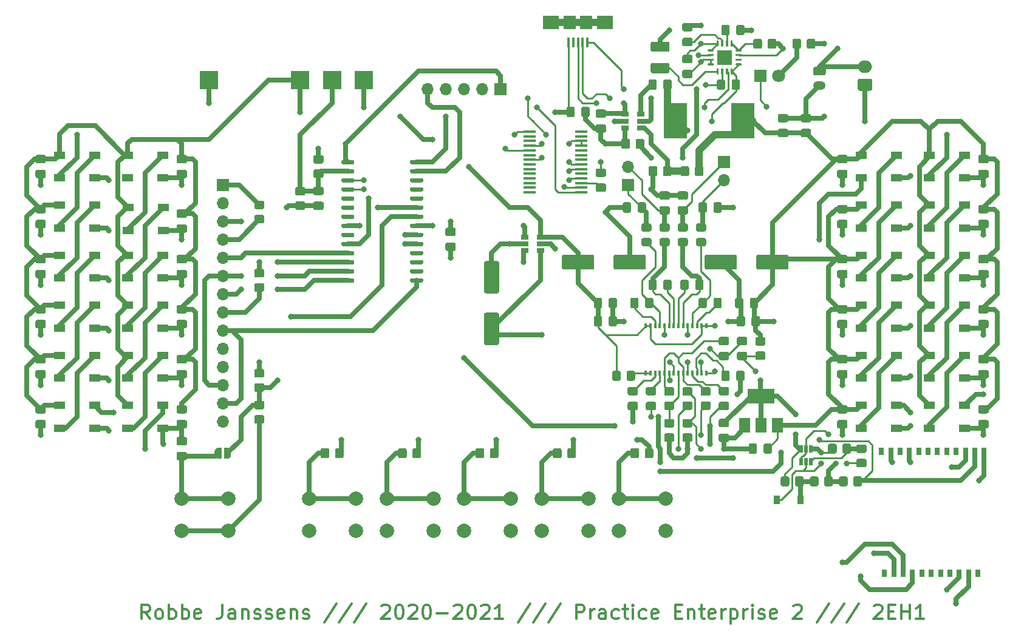
<source format=gbr>
%TF.GenerationSoftware,KiCad,Pcbnew,(5.1.8)-1*%
%TF.CreationDate,2021-03-09T15:18:23+01:00*%
%TF.ProjectId,schema_v1,73636865-6d61-45f7-9631-2e6b69636164,rev?*%
%TF.SameCoordinates,Original*%
%TF.FileFunction,Copper,L1,Top*%
%TF.FilePolarity,Positive*%
%FSLAX46Y46*%
G04 Gerber Fmt 4.6, Leading zero omitted, Abs format (unit mm)*
G04 Created by KiCad (PCBNEW (5.1.8)-1) date 2021-03-09 15:18:23*
%MOMM*%
%LPD*%
G01*
G04 APERTURE LIST*
%TA.AperFunction,NonConductor*%
%ADD10C,0.300000*%
%TD*%
%TA.AperFunction,SMDPad,CuDef*%
%ADD11R,0.900000X1.200000*%
%TD*%
%TA.AperFunction,SMDPad,CuDef*%
%ADD12R,3.250000X5.000000*%
%TD*%
%TA.AperFunction,SMDPad,CuDef*%
%ADD13R,2.500000X2.500000*%
%TD*%
%TA.AperFunction,SMDPad,CuDef*%
%ADD14R,0.470000X1.000000*%
%TD*%
%TA.AperFunction,SMDPad,CuDef*%
%ADD15R,0.400000X1.400000*%
%TD*%
%TA.AperFunction,SMDPad,CuDef*%
%ADD16R,2.300000X1.900000*%
%TD*%
%TA.AperFunction,SMDPad,CuDef*%
%ADD17R,1.800000X1.900000*%
%TD*%
%TA.AperFunction,SMDPad,CuDef*%
%ADD18R,1.060000X0.650000*%
%TD*%
%TA.AperFunction,SMDPad,CuDef*%
%ADD19R,2.100000X2.100000*%
%TD*%
%TA.AperFunction,SMDPad,CuDef*%
%ADD20R,0.300000X0.750000*%
%TD*%
%TA.AperFunction,ComponentPad*%
%ADD21O,1.700000X1.700000*%
%TD*%
%TA.AperFunction,ComponentPad*%
%ADD22R,1.700000X1.700000*%
%TD*%
%TA.AperFunction,SMDPad,CuDef*%
%ADD23R,0.700000X1.100000*%
%TD*%
%TA.AperFunction,SMDPad,CuDef*%
%ADD24R,3.800000X2.000000*%
%TD*%
%TA.AperFunction,SMDPad,CuDef*%
%ADD25R,1.500000X2.000000*%
%TD*%
%TA.AperFunction,SMDPad,CuDef*%
%ADD26R,1.750000X0.450000*%
%TD*%
%TA.AperFunction,ComponentPad*%
%ADD27O,2.000000X1.700000*%
%TD*%
%TA.AperFunction,ComponentPad*%
%ADD28C,2.000000*%
%TD*%
%TA.AperFunction,SMDPad,CuDef*%
%ADD29C,0.100000*%
%TD*%
%TA.AperFunction,SMDPad,CuDef*%
%ADD30R,1.500000X1.000000*%
%TD*%
%TA.AperFunction,ComponentPad*%
%ADD31C,1.800000*%
%TD*%
%TA.AperFunction,ComponentPad*%
%ADD32R,1.800000X1.800000*%
%TD*%
%TA.AperFunction,ComponentPad*%
%ADD33O,1.750000X1.200000*%
%TD*%
%TA.AperFunction,ViaPad*%
%ADD34C,0.800000*%
%TD*%
%TA.AperFunction,Conductor*%
%ADD35C,0.700000*%
%TD*%
%TA.AperFunction,Conductor*%
%ADD36C,0.250000*%
%TD*%
%TA.AperFunction,Conductor*%
%ADD37C,1.000000*%
%TD*%
G04 APERTURE END LIST*
D10*
X95891666Y-132984761D02*
X95225000Y-132032380D01*
X94748809Y-132984761D02*
X94748809Y-130984761D01*
X95510714Y-130984761D01*
X95701190Y-131080000D01*
X95796428Y-131175238D01*
X95891666Y-131365714D01*
X95891666Y-131651428D01*
X95796428Y-131841904D01*
X95701190Y-131937142D01*
X95510714Y-132032380D01*
X94748809Y-132032380D01*
X97034523Y-132984761D02*
X96844047Y-132889523D01*
X96748809Y-132794285D01*
X96653571Y-132603809D01*
X96653571Y-132032380D01*
X96748809Y-131841904D01*
X96844047Y-131746666D01*
X97034523Y-131651428D01*
X97320238Y-131651428D01*
X97510714Y-131746666D01*
X97605952Y-131841904D01*
X97701190Y-132032380D01*
X97701190Y-132603809D01*
X97605952Y-132794285D01*
X97510714Y-132889523D01*
X97320238Y-132984761D01*
X97034523Y-132984761D01*
X98558333Y-132984761D02*
X98558333Y-130984761D01*
X98558333Y-131746666D02*
X98748809Y-131651428D01*
X99129761Y-131651428D01*
X99320238Y-131746666D01*
X99415476Y-131841904D01*
X99510714Y-132032380D01*
X99510714Y-132603809D01*
X99415476Y-132794285D01*
X99320238Y-132889523D01*
X99129761Y-132984761D01*
X98748809Y-132984761D01*
X98558333Y-132889523D01*
X100367857Y-132984761D02*
X100367857Y-130984761D01*
X100367857Y-131746666D02*
X100558333Y-131651428D01*
X100939285Y-131651428D01*
X101129761Y-131746666D01*
X101225000Y-131841904D01*
X101320238Y-132032380D01*
X101320238Y-132603809D01*
X101225000Y-132794285D01*
X101129761Y-132889523D01*
X100939285Y-132984761D01*
X100558333Y-132984761D01*
X100367857Y-132889523D01*
X102939285Y-132889523D02*
X102748809Y-132984761D01*
X102367857Y-132984761D01*
X102177380Y-132889523D01*
X102082142Y-132699047D01*
X102082142Y-131937142D01*
X102177380Y-131746666D01*
X102367857Y-131651428D01*
X102748809Y-131651428D01*
X102939285Y-131746666D01*
X103034523Y-131937142D01*
X103034523Y-132127619D01*
X102082142Y-132318095D01*
X105986904Y-130984761D02*
X105986904Y-132413333D01*
X105891666Y-132699047D01*
X105701190Y-132889523D01*
X105415476Y-132984761D01*
X105225000Y-132984761D01*
X107796428Y-132984761D02*
X107796428Y-131937142D01*
X107701190Y-131746666D01*
X107510714Y-131651428D01*
X107129761Y-131651428D01*
X106939285Y-131746666D01*
X107796428Y-132889523D02*
X107605952Y-132984761D01*
X107129761Y-132984761D01*
X106939285Y-132889523D01*
X106844047Y-132699047D01*
X106844047Y-132508571D01*
X106939285Y-132318095D01*
X107129761Y-132222857D01*
X107605952Y-132222857D01*
X107796428Y-132127619D01*
X108748809Y-131651428D02*
X108748809Y-132984761D01*
X108748809Y-131841904D02*
X108844047Y-131746666D01*
X109034523Y-131651428D01*
X109320238Y-131651428D01*
X109510714Y-131746666D01*
X109605952Y-131937142D01*
X109605952Y-132984761D01*
X110463095Y-132889523D02*
X110653571Y-132984761D01*
X111034523Y-132984761D01*
X111225000Y-132889523D01*
X111320238Y-132699047D01*
X111320238Y-132603809D01*
X111225000Y-132413333D01*
X111034523Y-132318095D01*
X110748809Y-132318095D01*
X110558333Y-132222857D01*
X110463095Y-132032380D01*
X110463095Y-131937142D01*
X110558333Y-131746666D01*
X110748809Y-131651428D01*
X111034523Y-131651428D01*
X111225000Y-131746666D01*
X112082142Y-132889523D02*
X112272619Y-132984761D01*
X112653571Y-132984761D01*
X112844047Y-132889523D01*
X112939285Y-132699047D01*
X112939285Y-132603809D01*
X112844047Y-132413333D01*
X112653571Y-132318095D01*
X112367857Y-132318095D01*
X112177380Y-132222857D01*
X112082142Y-132032380D01*
X112082142Y-131937142D01*
X112177380Y-131746666D01*
X112367857Y-131651428D01*
X112653571Y-131651428D01*
X112844047Y-131746666D01*
X114558333Y-132889523D02*
X114367857Y-132984761D01*
X113986904Y-132984761D01*
X113796428Y-132889523D01*
X113701190Y-132699047D01*
X113701190Y-131937142D01*
X113796428Y-131746666D01*
X113986904Y-131651428D01*
X114367857Y-131651428D01*
X114558333Y-131746666D01*
X114653571Y-131937142D01*
X114653571Y-132127619D01*
X113701190Y-132318095D01*
X115510714Y-131651428D02*
X115510714Y-132984761D01*
X115510714Y-131841904D02*
X115605952Y-131746666D01*
X115796428Y-131651428D01*
X116082142Y-131651428D01*
X116272619Y-131746666D01*
X116367857Y-131937142D01*
X116367857Y-132984761D01*
X117225000Y-132889523D02*
X117415476Y-132984761D01*
X117796428Y-132984761D01*
X117986904Y-132889523D01*
X118082142Y-132699047D01*
X118082142Y-132603809D01*
X117986904Y-132413333D01*
X117796428Y-132318095D01*
X117510714Y-132318095D01*
X117320238Y-132222857D01*
X117225000Y-132032380D01*
X117225000Y-131937142D01*
X117320238Y-131746666D01*
X117510714Y-131651428D01*
X117796428Y-131651428D01*
X117986904Y-131746666D01*
X121891666Y-130889523D02*
X120177380Y-133460952D01*
X123986904Y-130889523D02*
X122272619Y-133460952D01*
X126082142Y-130889523D02*
X124367857Y-133460952D01*
X128177380Y-131175238D02*
X128272619Y-131080000D01*
X128463095Y-130984761D01*
X128939285Y-130984761D01*
X129129761Y-131080000D01*
X129225000Y-131175238D01*
X129320238Y-131365714D01*
X129320238Y-131556190D01*
X129225000Y-131841904D01*
X128082142Y-132984761D01*
X129320238Y-132984761D01*
X130558333Y-130984761D02*
X130748809Y-130984761D01*
X130939285Y-131080000D01*
X131034523Y-131175238D01*
X131129761Y-131365714D01*
X131225000Y-131746666D01*
X131225000Y-132222857D01*
X131129761Y-132603809D01*
X131034523Y-132794285D01*
X130939285Y-132889523D01*
X130748809Y-132984761D01*
X130558333Y-132984761D01*
X130367857Y-132889523D01*
X130272619Y-132794285D01*
X130177380Y-132603809D01*
X130082142Y-132222857D01*
X130082142Y-131746666D01*
X130177380Y-131365714D01*
X130272619Y-131175238D01*
X130367857Y-131080000D01*
X130558333Y-130984761D01*
X131986904Y-131175238D02*
X132082142Y-131080000D01*
X132272619Y-130984761D01*
X132748809Y-130984761D01*
X132939285Y-131080000D01*
X133034523Y-131175238D01*
X133129761Y-131365714D01*
X133129761Y-131556190D01*
X133034523Y-131841904D01*
X131891666Y-132984761D01*
X133129761Y-132984761D01*
X134367857Y-130984761D02*
X134558333Y-130984761D01*
X134748809Y-131080000D01*
X134844047Y-131175238D01*
X134939285Y-131365714D01*
X135034523Y-131746666D01*
X135034523Y-132222857D01*
X134939285Y-132603809D01*
X134844047Y-132794285D01*
X134748809Y-132889523D01*
X134558333Y-132984761D01*
X134367857Y-132984761D01*
X134177380Y-132889523D01*
X134082142Y-132794285D01*
X133986904Y-132603809D01*
X133891666Y-132222857D01*
X133891666Y-131746666D01*
X133986904Y-131365714D01*
X134082142Y-131175238D01*
X134177380Y-131080000D01*
X134367857Y-130984761D01*
X135891666Y-132222857D02*
X137415476Y-132222857D01*
X138272619Y-131175238D02*
X138367857Y-131080000D01*
X138558333Y-130984761D01*
X139034523Y-130984761D01*
X139225000Y-131080000D01*
X139320238Y-131175238D01*
X139415476Y-131365714D01*
X139415476Y-131556190D01*
X139320238Y-131841904D01*
X138177380Y-132984761D01*
X139415476Y-132984761D01*
X140653571Y-130984761D02*
X140844047Y-130984761D01*
X141034523Y-131080000D01*
X141129761Y-131175238D01*
X141225000Y-131365714D01*
X141320238Y-131746666D01*
X141320238Y-132222857D01*
X141225000Y-132603809D01*
X141129761Y-132794285D01*
X141034523Y-132889523D01*
X140844047Y-132984761D01*
X140653571Y-132984761D01*
X140463095Y-132889523D01*
X140367857Y-132794285D01*
X140272619Y-132603809D01*
X140177380Y-132222857D01*
X140177380Y-131746666D01*
X140272619Y-131365714D01*
X140367857Y-131175238D01*
X140463095Y-131080000D01*
X140653571Y-130984761D01*
X142082142Y-131175238D02*
X142177380Y-131080000D01*
X142367857Y-130984761D01*
X142844047Y-130984761D01*
X143034523Y-131080000D01*
X143129761Y-131175238D01*
X143225000Y-131365714D01*
X143225000Y-131556190D01*
X143129761Y-131841904D01*
X141986904Y-132984761D01*
X143225000Y-132984761D01*
X145129761Y-132984761D02*
X143986904Y-132984761D01*
X144558333Y-132984761D02*
X144558333Y-130984761D01*
X144367857Y-131270476D01*
X144177380Y-131460952D01*
X143986904Y-131556190D01*
X148939285Y-130889523D02*
X147225000Y-133460952D01*
X151034523Y-130889523D02*
X149320238Y-133460952D01*
X153129761Y-130889523D02*
X151415476Y-133460952D01*
X155320238Y-132984761D02*
X155320238Y-130984761D01*
X156082142Y-130984761D01*
X156272619Y-131080000D01*
X156367857Y-131175238D01*
X156463095Y-131365714D01*
X156463095Y-131651428D01*
X156367857Y-131841904D01*
X156272619Y-131937142D01*
X156082142Y-132032380D01*
X155320238Y-132032380D01*
X157320238Y-132984761D02*
X157320238Y-131651428D01*
X157320238Y-132032380D02*
X157415476Y-131841904D01*
X157510714Y-131746666D01*
X157701190Y-131651428D01*
X157891666Y-131651428D01*
X159415476Y-132984761D02*
X159415476Y-131937142D01*
X159320238Y-131746666D01*
X159129761Y-131651428D01*
X158748809Y-131651428D01*
X158558333Y-131746666D01*
X159415476Y-132889523D02*
X159225000Y-132984761D01*
X158748809Y-132984761D01*
X158558333Y-132889523D01*
X158463095Y-132699047D01*
X158463095Y-132508571D01*
X158558333Y-132318095D01*
X158748809Y-132222857D01*
X159225000Y-132222857D01*
X159415476Y-132127619D01*
X161225000Y-132889523D02*
X161034523Y-132984761D01*
X160653571Y-132984761D01*
X160463095Y-132889523D01*
X160367857Y-132794285D01*
X160272619Y-132603809D01*
X160272619Y-132032380D01*
X160367857Y-131841904D01*
X160463095Y-131746666D01*
X160653571Y-131651428D01*
X161034523Y-131651428D01*
X161225000Y-131746666D01*
X161796428Y-131651428D02*
X162558333Y-131651428D01*
X162082142Y-130984761D02*
X162082142Y-132699047D01*
X162177380Y-132889523D01*
X162367857Y-132984761D01*
X162558333Y-132984761D01*
X163225000Y-132984761D02*
X163225000Y-131651428D01*
X163225000Y-130984761D02*
X163129761Y-131080000D01*
X163225000Y-131175238D01*
X163320238Y-131080000D01*
X163225000Y-130984761D01*
X163225000Y-131175238D01*
X165034523Y-132889523D02*
X164844047Y-132984761D01*
X164463095Y-132984761D01*
X164272619Y-132889523D01*
X164177380Y-132794285D01*
X164082142Y-132603809D01*
X164082142Y-132032380D01*
X164177380Y-131841904D01*
X164272619Y-131746666D01*
X164463095Y-131651428D01*
X164844047Y-131651428D01*
X165034523Y-131746666D01*
X166653571Y-132889523D02*
X166463095Y-132984761D01*
X166082142Y-132984761D01*
X165891666Y-132889523D01*
X165796428Y-132699047D01*
X165796428Y-131937142D01*
X165891666Y-131746666D01*
X166082142Y-131651428D01*
X166463095Y-131651428D01*
X166653571Y-131746666D01*
X166748809Y-131937142D01*
X166748809Y-132127619D01*
X165796428Y-132318095D01*
X169129761Y-131937142D02*
X169796428Y-131937142D01*
X170082142Y-132984761D02*
X169129761Y-132984761D01*
X169129761Y-130984761D01*
X170082142Y-130984761D01*
X170939285Y-131651428D02*
X170939285Y-132984761D01*
X170939285Y-131841904D02*
X171034523Y-131746666D01*
X171225000Y-131651428D01*
X171510714Y-131651428D01*
X171701190Y-131746666D01*
X171796428Y-131937142D01*
X171796428Y-132984761D01*
X172463095Y-131651428D02*
X173225000Y-131651428D01*
X172748809Y-130984761D02*
X172748809Y-132699047D01*
X172844047Y-132889523D01*
X173034523Y-132984761D01*
X173225000Y-132984761D01*
X174653571Y-132889523D02*
X174463095Y-132984761D01*
X174082142Y-132984761D01*
X173891666Y-132889523D01*
X173796428Y-132699047D01*
X173796428Y-131937142D01*
X173891666Y-131746666D01*
X174082142Y-131651428D01*
X174463095Y-131651428D01*
X174653571Y-131746666D01*
X174748809Y-131937142D01*
X174748809Y-132127619D01*
X173796428Y-132318095D01*
X175605952Y-132984761D02*
X175605952Y-131651428D01*
X175605952Y-132032380D02*
X175701190Y-131841904D01*
X175796428Y-131746666D01*
X175986904Y-131651428D01*
X176177380Y-131651428D01*
X176844047Y-131651428D02*
X176844047Y-133651428D01*
X176844047Y-131746666D02*
X177034523Y-131651428D01*
X177415476Y-131651428D01*
X177605952Y-131746666D01*
X177701190Y-131841904D01*
X177796428Y-132032380D01*
X177796428Y-132603809D01*
X177701190Y-132794285D01*
X177605952Y-132889523D01*
X177415476Y-132984761D01*
X177034523Y-132984761D01*
X176844047Y-132889523D01*
X178653571Y-132984761D02*
X178653571Y-131651428D01*
X178653571Y-132032380D02*
X178748809Y-131841904D01*
X178844047Y-131746666D01*
X179034523Y-131651428D01*
X179225000Y-131651428D01*
X179891666Y-132984761D02*
X179891666Y-131651428D01*
X179891666Y-130984761D02*
X179796428Y-131080000D01*
X179891666Y-131175238D01*
X179986904Y-131080000D01*
X179891666Y-130984761D01*
X179891666Y-131175238D01*
X180748809Y-132889523D02*
X180939285Y-132984761D01*
X181320238Y-132984761D01*
X181510714Y-132889523D01*
X181605952Y-132699047D01*
X181605952Y-132603809D01*
X181510714Y-132413333D01*
X181320238Y-132318095D01*
X181034523Y-132318095D01*
X180844047Y-132222857D01*
X180748809Y-132032380D01*
X180748809Y-131937142D01*
X180844047Y-131746666D01*
X181034523Y-131651428D01*
X181320238Y-131651428D01*
X181510714Y-131746666D01*
X183225000Y-132889523D02*
X183034523Y-132984761D01*
X182653571Y-132984761D01*
X182463095Y-132889523D01*
X182367857Y-132699047D01*
X182367857Y-131937142D01*
X182463095Y-131746666D01*
X182653571Y-131651428D01*
X183034523Y-131651428D01*
X183225000Y-131746666D01*
X183320238Y-131937142D01*
X183320238Y-132127619D01*
X182367857Y-132318095D01*
X185605952Y-131175238D02*
X185701190Y-131080000D01*
X185891666Y-130984761D01*
X186367857Y-130984761D01*
X186558333Y-131080000D01*
X186653571Y-131175238D01*
X186748809Y-131365714D01*
X186748809Y-131556190D01*
X186653571Y-131841904D01*
X185510714Y-132984761D01*
X186748809Y-132984761D01*
X190558333Y-130889523D02*
X188844047Y-133460952D01*
X192653571Y-130889523D02*
X190939285Y-133460952D01*
X194748809Y-130889523D02*
X193034523Y-133460952D01*
X196844047Y-131175238D02*
X196939285Y-131080000D01*
X197129761Y-130984761D01*
X197605952Y-130984761D01*
X197796428Y-131080000D01*
X197891666Y-131175238D01*
X197986904Y-131365714D01*
X197986904Y-131556190D01*
X197891666Y-131841904D01*
X196748809Y-132984761D01*
X197986904Y-132984761D01*
X198844047Y-131937142D02*
X199510714Y-131937142D01*
X199796428Y-132984761D02*
X198844047Y-132984761D01*
X198844047Y-130984761D01*
X199796428Y-130984761D01*
X200653571Y-132984761D02*
X200653571Y-130984761D01*
X200653571Y-131937142D02*
X201796428Y-131937142D01*
X201796428Y-132984761D02*
X201796428Y-130984761D01*
X203796428Y-132984761D02*
X202653571Y-132984761D01*
X203225000Y-132984761D02*
X203225000Y-130984761D01*
X203034523Y-131270476D01*
X202844047Y-131460952D01*
X202653571Y-131556190D01*
%TO.P,R10,2*%
%TO.N,Net-(R10-Pad2)*%
%TA.AperFunction,SMDPad,CuDef*%
G36*
G01*
X192424000Y-109670001D02*
X192424000Y-108769999D01*
G75*
G02*
X192673999Y-108520000I249999J0D01*
G01*
X193374001Y-108520000D01*
G75*
G02*
X193624000Y-108769999I0J-249999D01*
G01*
X193624000Y-109670001D01*
G75*
G02*
X193374001Y-109920000I-249999J0D01*
G01*
X192673999Y-109920000D01*
G75*
G02*
X192424000Y-109670001I0J249999D01*
G01*
G37*
%TD.AperFunction*%
%TO.P,R10,1*%
%TO.N,Vol_spkr*%
%TA.AperFunction,SMDPad,CuDef*%
G36*
G01*
X190424000Y-109670001D02*
X190424000Y-108769999D01*
G75*
G02*
X190673999Y-108520000I249999J0D01*
G01*
X191374001Y-108520000D01*
G75*
G02*
X191624000Y-108769999I0J-249999D01*
G01*
X191624000Y-109670001D01*
G75*
G02*
X191374001Y-109920000I-249999J0D01*
G01*
X190673999Y-109920000D01*
G75*
G02*
X190424000Y-109670001I0J249999D01*
G01*
G37*
%TD.AperFunction*%
%TD*%
%TO.P,R9,2*%
%TO.N,Net-(R10-Pad2)*%
%TA.AperFunction,SMDPad,CuDef*%
G36*
G01*
X195522001Y-109836000D02*
X194621999Y-109836000D01*
G75*
G02*
X194372000Y-109586001I0J249999D01*
G01*
X194372000Y-108885999D01*
G75*
G02*
X194621999Y-108636000I249999J0D01*
G01*
X195522001Y-108636000D01*
G75*
G02*
X195772000Y-108885999I0J-249999D01*
G01*
X195772000Y-109586001D01*
G75*
G02*
X195522001Y-109836000I-249999J0D01*
G01*
G37*
%TD.AperFunction*%
%TO.P,R9,1*%
%TO.N,GND*%
%TA.AperFunction,SMDPad,CuDef*%
G36*
G01*
X195522001Y-111836000D02*
X194621999Y-111836000D01*
G75*
G02*
X194372000Y-111586001I0J249999D01*
G01*
X194372000Y-110885999D01*
G75*
G02*
X194621999Y-110636000I249999J0D01*
G01*
X195522001Y-110636000D01*
G75*
G02*
X195772000Y-110885999I0J-249999D01*
G01*
X195772000Y-111586001D01*
G75*
G02*
X195522001Y-111836000I-249999J0D01*
G01*
G37*
%TD.AperFunction*%
%TD*%
%TO.P,R8,2*%
%TO.N,Net-(R5-Pad2)*%
%TA.AperFunction,SMDPad,CuDef*%
G36*
G01*
X189884000Y-114242001D02*
X189884000Y-113341999D01*
G75*
G02*
X190133999Y-113092000I249999J0D01*
G01*
X190834001Y-113092000D01*
G75*
G02*
X191084000Y-113341999I0J-249999D01*
G01*
X191084000Y-114242001D01*
G75*
G02*
X190834001Y-114492000I-249999J0D01*
G01*
X190133999Y-114492000D01*
G75*
G02*
X189884000Y-114242001I0J249999D01*
G01*
G37*
%TD.AperFunction*%
%TO.P,R8,1*%
%TO.N,Net-(D26-Pad1)*%
%TA.AperFunction,SMDPad,CuDef*%
G36*
G01*
X187884000Y-114242001D02*
X187884000Y-113341999D01*
G75*
G02*
X188133999Y-113092000I249999J0D01*
G01*
X188834001Y-113092000D01*
G75*
G02*
X189084000Y-113341999I0J-249999D01*
G01*
X189084000Y-114242001D01*
G75*
G02*
X188834001Y-114492000I-249999J0D01*
G01*
X188133999Y-114492000D01*
G75*
G02*
X187884000Y-114242001I0J249999D01*
G01*
G37*
%TD.AperFunction*%
%TD*%
%TO.P,R5,2*%
%TO.N,Net-(R5-Pad2)*%
%TA.AperFunction,SMDPad,CuDef*%
G36*
G01*
X193148000Y-113341999D02*
X193148000Y-114242001D01*
G75*
G02*
X192898001Y-114492000I-249999J0D01*
G01*
X192197999Y-114492000D01*
G75*
G02*
X191948000Y-114242001I0J249999D01*
G01*
X191948000Y-113341999D01*
G75*
G02*
X192197999Y-113092000I249999J0D01*
G01*
X192898001Y-113092000D01*
G75*
G02*
X193148000Y-113341999I0J-249999D01*
G01*
G37*
%TD.AperFunction*%
%TO.P,R5,1*%
%TO.N,VoL_Measure*%
%TA.AperFunction,SMDPad,CuDef*%
G36*
G01*
X195148000Y-113341999D02*
X195148000Y-114242001D01*
G75*
G02*
X194898001Y-114492000I-249999J0D01*
G01*
X194197999Y-114492000D01*
G75*
G02*
X193948000Y-114242001I0J249999D01*
G01*
X193948000Y-113341999D01*
G75*
G02*
X194197999Y-113092000I249999J0D01*
G01*
X194898001Y-113092000D01*
G75*
G02*
X195148000Y-113341999I0J-249999D01*
G01*
G37*
%TD.AperFunction*%
%TD*%
%TO.P,R3,2*%
%TO.N,Net-(D26-Pad1)*%
%TA.AperFunction,SMDPad,CuDef*%
G36*
G01*
X185820000Y-114242001D02*
X185820000Y-113341999D01*
G75*
G02*
X186069999Y-113092000I249999J0D01*
G01*
X186770001Y-113092000D01*
G75*
G02*
X187020000Y-113341999I0J-249999D01*
G01*
X187020000Y-114242001D01*
G75*
G02*
X186770001Y-114492000I-249999J0D01*
G01*
X186069999Y-114492000D01*
G75*
G02*
X185820000Y-114242001I0J249999D01*
G01*
G37*
%TD.AperFunction*%
%TO.P,R3,1*%
%TO.N,+3V3*%
%TA.AperFunction,SMDPad,CuDef*%
G36*
G01*
X183820000Y-114242001D02*
X183820000Y-113341999D01*
G75*
G02*
X184069999Y-113092000I249999J0D01*
G01*
X184770001Y-113092000D01*
G75*
G02*
X185020000Y-113341999I0J-249999D01*
G01*
X185020000Y-114242001D01*
G75*
G02*
X184770001Y-114492000I-249999J0D01*
G01*
X184069999Y-114492000D01*
G75*
G02*
X183820000Y-114242001I0J249999D01*
G01*
G37*
%TD.AperFunction*%
%TD*%
D11*
%TO.P,D26,2*%
%TO.N,GND*%
X183262000Y-116332000D03*
%TO.P,D26,1*%
%TO.N,Net-(D26-Pad1)*%
X186562000Y-116332000D03*
%TD*%
D12*
%TO.P,L8,2*%
%TO.N,+5V*%
X178562000Y-63420000D03*
%TO.P,L8,1*%
%TO.N,Net-(10uF9-Pad1)*%
X169164000Y-63420000D03*
%TD*%
D13*
%TO.P,REF\u002A\u002A,1*%
%TO.N,GND*%
X104140000Y-57785000D03*
%TD*%
D14*
%TO.P,U1,1*%
%TO.N,Net-(R5-Pad2)*%
X186690000Y-111020000D03*
%TO.P,U1,3*%
%TO.N,Net-(R10-Pad2)*%
X187990000Y-111020000D03*
%TO.P,U1,2*%
%TO.N,GND*%
X187340000Y-111020000D03*
%TO.P,U1,6*%
%TO.N,+3V3*%
X186690000Y-109220000D03*
%TO.P,U1,5*%
%TO.N,Net-(R5-Pad2)*%
X187340000Y-109220000D03*
%TO.P,U1,4*%
%TO.N,Vol_spkr*%
X187990000Y-109220000D03*
%TD*%
D15*
%TO.P,J2,1*%
%TO.N,Vusb*%
X156875000Y-52550000D03*
%TO.P,J2,2*%
%TO.N,Net-(J2-Pad2)*%
X156225000Y-52550000D03*
%TO.P,J2,3*%
%TO.N,Net-(J2-Pad3)*%
X155575000Y-52550000D03*
%TO.P,J2,4*%
%TO.N,Net-(J2-Pad4)*%
X154925000Y-52550000D03*
%TO.P,J2,5*%
%TO.N,GND*%
X154275000Y-52550000D03*
D16*
%TO.P,J2,6*%
%TO.N,Net-(J2-Pad6)*%
X159325000Y-49700000D03*
X151825000Y-49700000D03*
D17*
X156725000Y-49700000D03*
X154425000Y-49700000D03*
%TD*%
D18*
%TO.P,U14,5*%
%TO.N,Net-(R32-Pad2)*%
X164295000Y-63500000D03*
%TO.P,U14,6*%
%TO.N,Net-(10uF9-Pad2)*%
X164295000Y-62550000D03*
%TO.P,U14,4*%
%TO.N,Net-(R36-Pad2)*%
X164295000Y-64450000D03*
%TO.P,U14,3*%
%TO.N,Vbat*%
X162095000Y-64450000D03*
%TO.P,U14,2*%
%TO.N,Net-(10uF9-Pad1)*%
X162095000Y-63500000D03*
%TO.P,U14,1*%
%TO.N,GND*%
X162095000Y-62550000D03*
%TD*%
D19*
%TO.P,U12,17*%
%TO.N,N/C*%
X176005000Y-54610000D03*
%TO.P,U12,16*%
%TO.N,Net-(BT3-Pad1)*%
%TA.AperFunction,SMDPad,CuDef*%
G36*
G01*
X174880000Y-53010000D02*
X174880000Y-52310000D01*
G75*
G02*
X174955000Y-52235000I75000J0D01*
G01*
X175105000Y-52235000D01*
G75*
G02*
X175180000Y-52310000I0J-75000D01*
G01*
X175180000Y-53010000D01*
G75*
G02*
X175105000Y-53085000I-75000J0D01*
G01*
X174955000Y-53085000D01*
G75*
G02*
X174880000Y-53010000I0J75000D01*
G01*
G37*
%TD.AperFunction*%
%TO.P,U12,15*%
%TO.N,Net-(U12-Pad15)*%
%TA.AperFunction,SMDPad,CuDef*%
G36*
G01*
X175530000Y-53010000D02*
X175530000Y-52310000D01*
G75*
G02*
X175605000Y-52235000I75000J0D01*
G01*
X175755000Y-52235000D01*
G75*
G02*
X175830000Y-52310000I0J-75000D01*
G01*
X175830000Y-53010000D01*
G75*
G02*
X175755000Y-53085000I-75000J0D01*
G01*
X175605000Y-53085000D01*
G75*
G02*
X175530000Y-53010000I0J75000D01*
G01*
G37*
%TD.AperFunction*%
%TO.P,U12,14*%
%TO.N,Net-(U12-Pad14)*%
%TA.AperFunction,SMDPad,CuDef*%
G36*
G01*
X176180000Y-53010000D02*
X176180000Y-52310000D01*
G75*
G02*
X176255000Y-52235000I75000J0D01*
G01*
X176405000Y-52235000D01*
G75*
G02*
X176480000Y-52310000I0J-75000D01*
G01*
X176480000Y-53010000D01*
G75*
G02*
X176405000Y-53085000I-75000J0D01*
G01*
X176255000Y-53085000D01*
G75*
G02*
X176180000Y-53010000I0J75000D01*
G01*
G37*
%TD.AperFunction*%
%TO.P,U12,13*%
%TO.N,Net-(R14-Pad2)*%
%TA.AperFunction,SMDPad,CuDef*%
G36*
G01*
X176830000Y-53010000D02*
X176830000Y-52310000D01*
G75*
G02*
X176905000Y-52235000I75000J0D01*
G01*
X177055000Y-52235000D01*
G75*
G02*
X177130000Y-52310000I0J-75000D01*
G01*
X177130000Y-53010000D01*
G75*
G02*
X177055000Y-53085000I-75000J0D01*
G01*
X176905000Y-53085000D01*
G75*
G02*
X176830000Y-53010000I0J75000D01*
G01*
G37*
%TD.AperFunction*%
%TO.P,U12,12*%
%TA.AperFunction,SMDPad,CuDef*%
G36*
G01*
X177530000Y-53710000D02*
X177530000Y-53560000D01*
G75*
G02*
X177605000Y-53485000I75000J0D01*
G01*
X178305000Y-53485000D01*
G75*
G02*
X178380000Y-53560000I0J-75000D01*
G01*
X178380000Y-53710000D01*
G75*
G02*
X178305000Y-53785000I-75000J0D01*
G01*
X177605000Y-53785000D01*
G75*
G02*
X177530000Y-53710000I0J75000D01*
G01*
G37*
%TD.AperFunction*%
%TO.P,U12,11*%
%TO.N,GND*%
%TA.AperFunction,SMDPad,CuDef*%
G36*
G01*
X177530000Y-54360000D02*
X177530000Y-54210000D01*
G75*
G02*
X177605000Y-54135000I75000J0D01*
G01*
X178305000Y-54135000D01*
G75*
G02*
X178380000Y-54210000I0J-75000D01*
G01*
X178380000Y-54360000D01*
G75*
G02*
X178305000Y-54435000I-75000J0D01*
G01*
X177605000Y-54435000D01*
G75*
G02*
X177530000Y-54360000I0J75000D01*
G01*
G37*
%TD.AperFunction*%
%TO.P,U12,10*%
%TO.N,Net-(U12-Pad10)*%
%TA.AperFunction,SMDPad,CuDef*%
G36*
G01*
X177530000Y-55010000D02*
X177530000Y-54860000D01*
G75*
G02*
X177605000Y-54785000I75000J0D01*
G01*
X178305000Y-54785000D01*
G75*
G02*
X178380000Y-54860000I0J-75000D01*
G01*
X178380000Y-55010000D01*
G75*
G02*
X178305000Y-55085000I-75000J0D01*
G01*
X177605000Y-55085000D01*
G75*
G02*
X177530000Y-55010000I0J75000D01*
G01*
G37*
%TD.AperFunction*%
%TO.P,U12,9*%
%TO.N,Vusb*%
%TA.AperFunction,SMDPad,CuDef*%
G36*
G01*
X177530000Y-55660000D02*
X177530000Y-55510000D01*
G75*
G02*
X177605000Y-55435000I75000J0D01*
G01*
X178305000Y-55435000D01*
G75*
G02*
X178380000Y-55510000I0J-75000D01*
G01*
X178380000Y-55660000D01*
G75*
G02*
X178305000Y-55735000I-75000J0D01*
G01*
X177605000Y-55735000D01*
G75*
G02*
X177530000Y-55660000I0J75000D01*
G01*
G37*
%TD.AperFunction*%
%TO.P,U12,8*%
%TA.AperFunction,SMDPad,CuDef*%
G36*
G01*
X176830000Y-56910000D02*
X176830000Y-56210000D01*
G75*
G02*
X176905000Y-56135000I75000J0D01*
G01*
X177055000Y-56135000D01*
G75*
G02*
X177130000Y-56210000I0J-75000D01*
G01*
X177130000Y-56910000D01*
G75*
G02*
X177055000Y-56985000I-75000J0D01*
G01*
X176905000Y-56985000D01*
G75*
G02*
X176830000Y-56910000I0J75000D01*
G01*
G37*
%TD.AperFunction*%
%TO.P,U12,7*%
%TO.N,Net-(D1-Pad1)*%
%TA.AperFunction,SMDPad,CuDef*%
G36*
G01*
X176180000Y-56910000D02*
X176180000Y-56210000D01*
G75*
G02*
X176255000Y-56135000I75000J0D01*
G01*
X176405000Y-56135000D01*
G75*
G02*
X176480000Y-56210000I0J-75000D01*
G01*
X176480000Y-56910000D01*
G75*
G02*
X176405000Y-56985000I-75000J0D01*
G01*
X176255000Y-56985000D01*
G75*
G02*
X176180000Y-56910000I0J75000D01*
G01*
G37*
%TD.AperFunction*%
%TO.P,U12,6*%
%TO.N,GND*%
%TA.AperFunction,SMDPad,CuDef*%
G36*
G01*
X175530000Y-56910000D02*
X175530000Y-56210000D01*
G75*
G02*
X175605000Y-56135000I75000J0D01*
G01*
X175755000Y-56135000D01*
G75*
G02*
X175830000Y-56210000I0J-75000D01*
G01*
X175830000Y-56910000D01*
G75*
G02*
X175755000Y-56985000I-75000J0D01*
G01*
X175605000Y-56985000D01*
G75*
G02*
X175530000Y-56910000I0J75000D01*
G01*
G37*
%TD.AperFunction*%
%TO.P,U12,5*%
%TO.N,Net-(L6-Pad1)*%
%TA.AperFunction,SMDPad,CuDef*%
G36*
G01*
X174880000Y-56910000D02*
X174880000Y-56210000D01*
G75*
G02*
X174955000Y-56135000I75000J0D01*
G01*
X175105000Y-56135000D01*
G75*
G02*
X175180000Y-56210000I0J-75000D01*
G01*
X175180000Y-56910000D01*
G75*
G02*
X175105000Y-56985000I-75000J0D01*
G01*
X174955000Y-56985000D01*
G75*
G02*
X174880000Y-56910000I0J75000D01*
G01*
G37*
%TD.AperFunction*%
%TO.P,U12,4*%
%TO.N,GND*%
%TA.AperFunction,SMDPad,CuDef*%
G36*
G01*
X173630000Y-55660000D02*
X173630000Y-55510000D01*
G75*
G02*
X173705000Y-55435000I75000J0D01*
G01*
X174405000Y-55435000D01*
G75*
G02*
X174480000Y-55510000I0J-75000D01*
G01*
X174480000Y-55660000D01*
G75*
G02*
X174405000Y-55735000I-75000J0D01*
G01*
X173705000Y-55735000D01*
G75*
G02*
X173630000Y-55660000I0J75000D01*
G01*
G37*
%TD.AperFunction*%
%TO.P,U12,3*%
%TA.AperFunction,SMDPad,CuDef*%
G36*
G01*
X173630000Y-55010000D02*
X173630000Y-54860000D01*
G75*
G02*
X173705000Y-54785000I75000J0D01*
G01*
X174405000Y-54785000D01*
G75*
G02*
X174480000Y-54860000I0J-75000D01*
G01*
X174480000Y-55010000D01*
G75*
G02*
X174405000Y-55085000I-75000J0D01*
G01*
X173705000Y-55085000D01*
G75*
G02*
X173630000Y-55010000I0J75000D01*
G01*
G37*
%TD.AperFunction*%
%TO.P,U12,2*%
%TO.N,Net-(L6-Pad2)*%
%TA.AperFunction,SMDPad,CuDef*%
G36*
G01*
X173630000Y-54360000D02*
X173630000Y-54210000D01*
G75*
G02*
X173705000Y-54135000I75000J0D01*
G01*
X174405000Y-54135000D01*
G75*
G02*
X174480000Y-54210000I0J-75000D01*
G01*
X174480000Y-54360000D01*
G75*
G02*
X174405000Y-54435000I-75000J0D01*
G01*
X173705000Y-54435000D01*
G75*
G02*
X173630000Y-54360000I0J75000D01*
G01*
G37*
%TD.AperFunction*%
%TO.P,U12,1*%
%TO.N,Net-(BT3-Pad1)*%
%TA.AperFunction,SMDPad,CuDef*%
G36*
G01*
X173630000Y-53710000D02*
X173630000Y-53560000D01*
G75*
G02*
X173705000Y-53485000I75000J0D01*
G01*
X174405000Y-53485000D01*
G75*
G02*
X174480000Y-53560000I0J-75000D01*
G01*
X174480000Y-53710000D01*
G75*
G02*
X174405000Y-53785000I-75000J0D01*
G01*
X173705000Y-53785000D01*
G75*
G02*
X173630000Y-53710000I0J75000D01*
G01*
G37*
%TD.AperFunction*%
%TD*%
D20*
%TO.P,U11,24*%
%TO.N,GND*%
X167620000Y-92095000D03*
%TO.P,U11,26*%
%TO.N,Net-(C38-Pad1)*%
X166320000Y-92095000D03*
%TO.P,U11,25*%
%TO.N,Net-(C38-Pad2)*%
X166970000Y-92095000D03*
%TO.P,U11,23*%
%TO.N,Net-(C35-Pad2)*%
X168270000Y-92095000D03*
%TO.P,U11,22*%
%TO.N,Net-(C35-Pad1)*%
X168920000Y-92095000D03*
%TO.P,U11,21*%
%TO.N,Net-(C36-Pad1)*%
X169570000Y-92095000D03*
%TO.P,U11,27*%
%TO.N,+5V*%
X165670000Y-92095000D03*
%TO.P,U11,19*%
%TO.N,GND*%
X170870000Y-92095000D03*
%TO.P,U11,20*%
%TO.N,Net-(C36-Pad2)*%
X170220000Y-92095000D03*
%TO.P,U11,18*%
%TO.N,Net-(C37-Pad2)*%
X171520000Y-92095000D03*
%TO.P,U11,15*%
%TO.N,+5V*%
X173470000Y-92095000D03*
%TO.P,U11,17*%
%TO.N,Net-(C37-Pad1)*%
X172170000Y-92095000D03*
%TO.P,U11,16*%
%TO.N,+5V*%
X172820000Y-92095000D03*
%TO.P,U11,28*%
X165020000Y-92095000D03*
%TO.P,U11,14*%
%TO.N,Net-(C33-Pad1)*%
X173470000Y-98695000D03*
%TO.P,U11,13*%
%TO.N,GND*%
X172820000Y-98695000D03*
%TO.P,U11,12*%
%TO.N,Net-(C31-Pad1)*%
X172170000Y-98695000D03*
%TO.P,U11,11*%
%TO.N,Net-(C29-Pad1)*%
X171520000Y-98695000D03*
%TO.P,U11,10*%
%TO.N,GND*%
X170870000Y-98695000D03*
%TO.P,U11,9*%
%TO.N,Net-(C32-Pad1)*%
X170220000Y-98695000D03*
%TO.P,U11,8*%
%TO.N,Net-(R23-Pad1)*%
X169570000Y-98695000D03*
%TO.P,U11,7*%
%TO.N,Net-(R25-Pad1)*%
X168920000Y-98695000D03*
%TO.P,U11,6*%
%TO.N,Net-(R24-Pad1)*%
X168270000Y-98695000D03*
%TO.P,U11,5*%
%TO.N,Net-(C32-Pad1)*%
X167620000Y-98695000D03*
%TO.P,U11,4*%
%TO.N,Net-(C28-Pad1)*%
X166970000Y-98695000D03*
%TO.P,U11,3*%
%TO.N,Net-(C30-Pad1)*%
X166320000Y-98695000D03*
%TO.P,U11,2*%
%TO.N,Net-(R28-Pad1)*%
X165670000Y-98695000D03*
%TO.P,U11,1*%
X165020000Y-98695000D03*
%TD*%
D18*
%TO.P,U10,5*%
%TO.N,+3V3*%
X150325000Y-80645000D03*
%TO.P,U10,6*%
%TO.N,+5V*%
X150325000Y-79695000D03*
%TO.P,U10,4*%
%TO.N,DataLeds*%
X150325000Y-81595000D03*
%TO.P,U10,3*%
%TO.N,D_LEDS*%
X148125000Y-81595000D03*
%TO.P,U10,2*%
%TO.N,GND*%
X148125000Y-80645000D03*
%TO.P,U10,1*%
%TO.N,+3V3*%
X148125000Y-79695000D03*
%TD*%
D21*
%TO.P,U9,14*%
%TO.N,LCD_T_Irq*%
X106045000Y-105410000D03*
%TO.P,U9,13*%
%TO.N,LCD_SDO*%
X106045000Y-102870000D03*
%TO.P,U9,12*%
%TO.N,LCD_SDI*%
X106045000Y-100330000D03*
%TO.P,U9,11*%
%TO.N,LCD_T_CS*%
X106045000Y-97790000D03*
%TO.P,U9,10*%
%TO.N,LCD_SCK*%
X106045000Y-95250000D03*
%TO.P,U9,9*%
%TO.N,LCD_SDO*%
X106045000Y-92710000D03*
%TO.P,U9,8*%
%TO.N,LCD_LED*%
X106045000Y-90170000D03*
%TO.P,U9,7*%
%TO.N,LCD_SCK*%
X106045000Y-87630000D03*
%TO.P,U9,6*%
%TO.N,LCD_SDI*%
X106045000Y-85090000D03*
%TO.P,U9,5*%
%TO.N,LCD_DC*%
X106045000Y-82550000D03*
%TO.P,U9,4*%
%TO.N,LCS_rst*%
X106045000Y-80010000D03*
%TO.P,U9,3*%
%TO.N,LCD_CS*%
X106045000Y-77470000D03*
%TO.P,U9,2*%
%TO.N,GND*%
X106045000Y-74930000D03*
D22*
%TO.P,U9,1*%
%TO.N,+3V3*%
X106045000Y-72390000D03*
%TD*%
D23*
%TO.P,U8,21*%
%TO.N,next*%
X208700000Y-126585000D03*
%TO.P,U8,22*%
%TO.N,prev*%
X210000000Y-126585000D03*
%TO.P,U8,23*%
%TO.N,Net-(U8-Pad23)*%
X211300000Y-126585000D03*
%TO.P,U8,20*%
%TO.N,Net-(U8-Pad20)*%
X207400000Y-126585000D03*
%TO.P,U8,19*%
%TO.N,Net-(U8-Pad19)*%
X206100000Y-126585000D03*
%TO.P,U8,18*%
%TO.N,Net-(U8-Pad18)*%
X204800000Y-126585000D03*
%TO.P,U8,17*%
%TO.N,Net-(U8-Pad17)*%
X203500000Y-126585000D03*
%TO.P,U8,16*%
%TO.N,vol-*%
X202200000Y-126585000D03*
%TO.P,U8,15*%
%TO.N,vol+*%
X200900000Y-126585000D03*
%TO.P,U8,14*%
%TO.N,pp*%
X199600000Y-126585000D03*
%TO.P,U8,13*%
%TO.N,Net-(U8-Pad13)*%
X198300000Y-126585000D03*
%TO.P,U8,12*%
%TO.N,Net-(U8-Pad12)*%
X197870000Y-109585000D03*
%TO.P,U8,11*%
%TO.N,+3V3*%
X199170000Y-109585000D03*
%TO.P,U8,10*%
%TO.N,Net-(U8-Pad10)*%
X200470000Y-109585000D03*
%TO.P,U8,9*%
%TO.N,GND*%
X201770000Y-109585000D03*
%TO.P,U8,8*%
%TO.N,Net-(U8-Pad8)*%
X203070000Y-109585000D03*
%TO.P,U8,7*%
%TO.N,Net-(U8-Pad7)*%
X204370000Y-109585000D03*
%TO.P,U8,6*%
%TO.N,Net-(U8-Pad6)*%
X205670000Y-109585000D03*
%TO.P,U8,5*%
%TO.N,Net-(U8-Pad5)*%
X206970000Y-109585000D03*
%TO.P,U8,4*%
%TO.N,Net-(U8-Pad4)*%
X208270000Y-109585000D03*
%TO.P,U8,3*%
%TO.N,/Class d amplifier/Aleft*%
X209570000Y-109585000D03*
%TO.P,U8,2*%
%TO.N,VoL_Measure*%
X210870000Y-109585000D03*
%TO.P,U8,1*%
%TO.N,/Class d amplifier/Agnd*%
X212170000Y-109585000D03*
%TD*%
D24*
%TO.P,U6,2*%
%TO.N,+3V3*%
X181100000Y-101854000D03*
D25*
%TO.P,U6,3*%
%TO.N,+5V*%
X183400000Y-105965000D03*
%TO.P,U6,2*%
%TO.N,+3V3*%
X181100000Y-105965000D03*
%TO.P,U6,1*%
%TO.N,GND*%
X178800000Y-105965000D03*
%TD*%
D26*
%TO.P,U5,28*%
%TO.N,Net-(U5-Pad28)*%
X156000000Y-64990000D03*
%TO.P,U5,27*%
%TO.N,Net-(U5-Pad27)*%
X156000000Y-65640000D03*
%TO.P,U5,26*%
%TO.N,GND*%
X156000000Y-66290000D03*
%TO.P,U5,25*%
X156000000Y-66940000D03*
%TO.P,U5,24*%
%TO.N,N/C*%
X156000000Y-67590000D03*
%TO.P,U5,23*%
%TO.N,Net-(U5-Pad23)*%
X156000000Y-68240000D03*
%TO.P,U5,22*%
%TO.N,Net-(U5-Pad22)*%
X156000000Y-68890000D03*
%TO.P,U5,21*%
%TO.N,GND*%
X156000000Y-69540000D03*
%TO.P,U5,20*%
%TO.N,+3V3*%
X156000000Y-70190000D03*
%TO.P,U5,19*%
%TO.N,Net-(U5-Pad19)*%
X156000000Y-70840000D03*
%TO.P,U5,18*%
%TO.N,GND*%
X156000000Y-71490000D03*
%TO.P,U5,17*%
%TO.N,Net-(100nF5-Pad1)*%
X156000000Y-72140000D03*
%TO.P,U5,16*%
%TO.N,Net-(J2-Pad2)*%
X156000000Y-72790000D03*
%TO.P,U5,15*%
%TO.N,Net-(J2-Pad3)*%
X156000000Y-73440000D03*
%TO.P,U5,14*%
%TO.N,Net-(U5-Pad14)*%
X148800000Y-73440000D03*
%TO.P,U5,13*%
%TO.N,Net-(U5-Pad13)*%
X148800000Y-72790000D03*
%TO.P,U5,12*%
%TO.N,Net-(U5-Pad12)*%
X148800000Y-72140000D03*
%TO.P,U5,11*%
%TO.N,Net-(U5-Pad11)*%
X148800000Y-71490000D03*
%TO.P,U5,10*%
%TO.N,Net-(U5-Pad10)*%
X148800000Y-70840000D03*
%TO.P,U5,9*%
%TO.N,Net-(U5-Pad9)*%
X148800000Y-70190000D03*
%TO.P,U5,8*%
%TO.N,N/C*%
X148800000Y-69540000D03*
%TO.P,U5,7*%
%TO.N,GND*%
X148800000Y-68890000D03*
%TO.P,U5,6*%
%TO.N,Net-(U5-Pad6)*%
X148800000Y-68240000D03*
%TO.P,U5,5*%
%TO.N,TX*%
X148800000Y-67590000D03*
%TO.P,U5,4*%
%TO.N,+3V3*%
X148800000Y-66940000D03*
%TO.P,U5,3*%
%TO.N,Net-(U5-Pad3)*%
X148800000Y-66290000D03*
%TO.P,U5,2*%
%TO.N,Net-(U5-Pad2)*%
X148800000Y-65640000D03*
%TO.P,U5,1*%
%TO.N,RX*%
X148800000Y-64990000D03*
%TD*%
%TO.P,U2,28*%
%TO.N,PGD*%
%TA.AperFunction,SMDPad,CuDef*%
G36*
G01*
X132170000Y-69365000D02*
X132170000Y-69065000D01*
G75*
G02*
X132320000Y-68915000I150000J0D01*
G01*
X133820000Y-68915000D01*
G75*
G02*
X133970000Y-69065000I0J-150000D01*
G01*
X133970000Y-69365000D01*
G75*
G02*
X133820000Y-69515000I-150000J0D01*
G01*
X132320000Y-69515000D01*
G75*
G02*
X132170000Y-69365000I0J150000D01*
G01*
G37*
%TD.AperFunction*%
%TO.P,U2,27*%
%TO.N,PGC*%
%TA.AperFunction,SMDPad,CuDef*%
G36*
G01*
X132170000Y-70635000D02*
X132170000Y-70335000D01*
G75*
G02*
X132320000Y-70185000I150000J0D01*
G01*
X133820000Y-70185000D01*
G75*
G02*
X133970000Y-70335000I0J-150000D01*
G01*
X133970000Y-70635000D01*
G75*
G02*
X133820000Y-70785000I-150000J0D01*
G01*
X132320000Y-70785000D01*
G75*
G02*
X132170000Y-70635000I0J150000D01*
G01*
G37*
%TD.AperFunction*%
%TO.P,U2,26*%
%TO.N,Net-(U2-Pad26)*%
%TA.AperFunction,SMDPad,CuDef*%
G36*
G01*
X132170000Y-71905000D02*
X132170000Y-71605000D01*
G75*
G02*
X132320000Y-71455000I150000J0D01*
G01*
X133820000Y-71455000D01*
G75*
G02*
X133970000Y-71605000I0J-150000D01*
G01*
X133970000Y-71905000D01*
G75*
G02*
X133820000Y-72055000I-150000J0D01*
G01*
X132320000Y-72055000D01*
G75*
G02*
X132170000Y-71905000I0J150000D01*
G01*
G37*
%TD.AperFunction*%
%TO.P,U2,25*%
%TO.N,Net-(U2-Pad25)*%
%TA.AperFunction,SMDPad,CuDef*%
G36*
G01*
X132170000Y-73175000D02*
X132170000Y-72875000D01*
G75*
G02*
X132320000Y-72725000I150000J0D01*
G01*
X133820000Y-72725000D01*
G75*
G02*
X133970000Y-72875000I0J-150000D01*
G01*
X133970000Y-73175000D01*
G75*
G02*
X133820000Y-73325000I-150000J0D01*
G01*
X132320000Y-73325000D01*
G75*
G02*
X132170000Y-73175000I0J150000D01*
G01*
G37*
%TD.AperFunction*%
%TO.P,U2,24*%
%TO.N,Net-(U2-Pad24)*%
%TA.AperFunction,SMDPad,CuDef*%
G36*
G01*
X132170000Y-74445000D02*
X132170000Y-74145000D01*
G75*
G02*
X132320000Y-73995000I150000J0D01*
G01*
X133820000Y-73995000D01*
G75*
G02*
X133970000Y-74145000I0J-150000D01*
G01*
X133970000Y-74445000D01*
G75*
G02*
X133820000Y-74595000I-150000J0D01*
G01*
X132320000Y-74595000D01*
G75*
G02*
X132170000Y-74445000I0J150000D01*
G01*
G37*
%TD.AperFunction*%
%TO.P,U2,23*%
%TO.N,LCD_T_Irq*%
%TA.AperFunction,SMDPad,CuDef*%
G36*
G01*
X132170000Y-75715000D02*
X132170000Y-75415000D01*
G75*
G02*
X132320000Y-75265000I150000J0D01*
G01*
X133820000Y-75265000D01*
G75*
G02*
X133970000Y-75415000I0J-150000D01*
G01*
X133970000Y-75715000D01*
G75*
G02*
X133820000Y-75865000I-150000J0D01*
G01*
X132320000Y-75865000D01*
G75*
G02*
X132170000Y-75715000I0J150000D01*
G01*
G37*
%TD.AperFunction*%
%TO.P,U2,22*%
%TO.N,LCD_T_CS*%
%TA.AperFunction,SMDPad,CuDef*%
G36*
G01*
X132170000Y-76985000D02*
X132170000Y-76685000D01*
G75*
G02*
X132320000Y-76535000I150000J0D01*
G01*
X133820000Y-76535000D01*
G75*
G02*
X133970000Y-76685000I0J-150000D01*
G01*
X133970000Y-76985000D01*
G75*
G02*
X133820000Y-77135000I-150000J0D01*
G01*
X132320000Y-77135000D01*
G75*
G02*
X132170000Y-76985000I0J150000D01*
G01*
G37*
%TD.AperFunction*%
%TO.P,U2,21*%
%TO.N,D_LEDS*%
%TA.AperFunction,SMDPad,CuDef*%
G36*
G01*
X132170000Y-78255000D02*
X132170000Y-77955000D01*
G75*
G02*
X132320000Y-77805000I150000J0D01*
G01*
X133820000Y-77805000D01*
G75*
G02*
X133970000Y-77955000I0J-150000D01*
G01*
X133970000Y-78255000D01*
G75*
G02*
X133820000Y-78405000I-150000J0D01*
G01*
X132320000Y-78405000D01*
G75*
G02*
X132170000Y-78255000I0J150000D01*
G01*
G37*
%TD.AperFunction*%
%TO.P,U2,20*%
%TO.N,+3V3*%
%TA.AperFunction,SMDPad,CuDef*%
G36*
G01*
X132170000Y-79525000D02*
X132170000Y-79225000D01*
G75*
G02*
X132320000Y-79075000I150000J0D01*
G01*
X133820000Y-79075000D01*
G75*
G02*
X133970000Y-79225000I0J-150000D01*
G01*
X133970000Y-79525000D01*
G75*
G02*
X133820000Y-79675000I-150000J0D01*
G01*
X132320000Y-79675000D01*
G75*
G02*
X132170000Y-79525000I0J150000D01*
G01*
G37*
%TD.AperFunction*%
%TO.P,U2,19*%
%TO.N,GND*%
%TA.AperFunction,SMDPad,CuDef*%
G36*
G01*
X132170000Y-80795000D02*
X132170000Y-80495000D01*
G75*
G02*
X132320000Y-80345000I150000J0D01*
G01*
X133820000Y-80345000D01*
G75*
G02*
X133970000Y-80495000I0J-150000D01*
G01*
X133970000Y-80795000D01*
G75*
G02*
X133820000Y-80945000I-150000J0D01*
G01*
X132320000Y-80945000D01*
G75*
G02*
X132170000Y-80795000I0J150000D01*
G01*
G37*
%TD.AperFunction*%
%TO.P,U2,18*%
%TO.N,Net-(U2-Pad18)*%
%TA.AperFunction,SMDPad,CuDef*%
G36*
G01*
X132170000Y-82065000D02*
X132170000Y-81765000D01*
G75*
G02*
X132320000Y-81615000I150000J0D01*
G01*
X133820000Y-81615000D01*
G75*
G02*
X133970000Y-81765000I0J-150000D01*
G01*
X133970000Y-82065000D01*
G75*
G02*
X133820000Y-82215000I-150000J0D01*
G01*
X132320000Y-82215000D01*
G75*
G02*
X132170000Y-82065000I0J150000D01*
G01*
G37*
%TD.AperFunction*%
%TO.P,U2,17*%
%TO.N,Net-(U2-Pad17)*%
%TA.AperFunction,SMDPad,CuDef*%
G36*
G01*
X132170000Y-83335000D02*
X132170000Y-83035000D01*
G75*
G02*
X132320000Y-82885000I150000J0D01*
G01*
X133820000Y-82885000D01*
G75*
G02*
X133970000Y-83035000I0J-150000D01*
G01*
X133970000Y-83335000D01*
G75*
G02*
X133820000Y-83485000I-150000J0D01*
G01*
X132320000Y-83485000D01*
G75*
G02*
X132170000Y-83335000I0J150000D01*
G01*
G37*
%TD.AperFunction*%
%TO.P,U2,16*%
%TO.N,Net-(U2-Pad16)*%
%TA.AperFunction,SMDPad,CuDef*%
G36*
G01*
X132170000Y-84605000D02*
X132170000Y-84305000D01*
G75*
G02*
X132320000Y-84155000I150000J0D01*
G01*
X133820000Y-84155000D01*
G75*
G02*
X133970000Y-84305000I0J-150000D01*
G01*
X133970000Y-84605000D01*
G75*
G02*
X133820000Y-84755000I-150000J0D01*
G01*
X132320000Y-84755000D01*
G75*
G02*
X132170000Y-84605000I0J150000D01*
G01*
G37*
%TD.AperFunction*%
%TO.P,U2,15*%
%TO.N,LCD_SDO*%
%TA.AperFunction,SMDPad,CuDef*%
G36*
G01*
X132170000Y-85875000D02*
X132170000Y-85575000D01*
G75*
G02*
X132320000Y-85425000I150000J0D01*
G01*
X133820000Y-85425000D01*
G75*
G02*
X133970000Y-85575000I0J-150000D01*
G01*
X133970000Y-85875000D01*
G75*
G02*
X133820000Y-86025000I-150000J0D01*
G01*
X132320000Y-86025000D01*
G75*
G02*
X132170000Y-85875000I0J150000D01*
G01*
G37*
%TD.AperFunction*%
%TO.P,U2,14*%
%TO.N,LCD_SCK*%
%TA.AperFunction,SMDPad,CuDef*%
G36*
G01*
X122570000Y-85875000D02*
X122570000Y-85575000D01*
G75*
G02*
X122720000Y-85425000I150000J0D01*
G01*
X124220000Y-85425000D01*
G75*
G02*
X124370000Y-85575000I0J-150000D01*
G01*
X124370000Y-85875000D01*
G75*
G02*
X124220000Y-86025000I-150000J0D01*
G01*
X122720000Y-86025000D01*
G75*
G02*
X122570000Y-85875000I0J150000D01*
G01*
G37*
%TD.AperFunction*%
%TO.P,U2,13*%
%TO.N,LCD_SDI*%
%TA.AperFunction,SMDPad,CuDef*%
G36*
G01*
X122570000Y-84605000D02*
X122570000Y-84305000D01*
G75*
G02*
X122720000Y-84155000I150000J0D01*
G01*
X124220000Y-84155000D01*
G75*
G02*
X124370000Y-84305000I0J-150000D01*
G01*
X124370000Y-84605000D01*
G75*
G02*
X124220000Y-84755000I-150000J0D01*
G01*
X122720000Y-84755000D01*
G75*
G02*
X122570000Y-84605000I0J150000D01*
G01*
G37*
%TD.AperFunction*%
%TO.P,U2,12*%
%TO.N,LCD_CS*%
%TA.AperFunction,SMDPad,CuDef*%
G36*
G01*
X122570000Y-83335000D02*
X122570000Y-83035000D01*
G75*
G02*
X122720000Y-82885000I150000J0D01*
G01*
X124220000Y-82885000D01*
G75*
G02*
X124370000Y-83035000I0J-150000D01*
G01*
X124370000Y-83335000D01*
G75*
G02*
X124220000Y-83485000I-150000J0D01*
G01*
X122720000Y-83485000D01*
G75*
G02*
X122570000Y-83335000I0J150000D01*
G01*
G37*
%TD.AperFunction*%
%TO.P,U2,11*%
%TO.N,LCD_DC*%
%TA.AperFunction,SMDPad,CuDef*%
G36*
G01*
X122570000Y-82065000D02*
X122570000Y-81765000D01*
G75*
G02*
X122720000Y-81615000I150000J0D01*
G01*
X124220000Y-81615000D01*
G75*
G02*
X124370000Y-81765000I0J-150000D01*
G01*
X124370000Y-82065000D01*
G75*
G02*
X124220000Y-82215000I-150000J0D01*
G01*
X122720000Y-82215000D01*
G75*
G02*
X122570000Y-82065000I0J150000D01*
G01*
G37*
%TD.AperFunction*%
%TO.P,U2,10*%
%TO.N,Vol_spkr*%
%TA.AperFunction,SMDPad,CuDef*%
G36*
G01*
X122570000Y-80795000D02*
X122570000Y-80495000D01*
G75*
G02*
X122720000Y-80345000I150000J0D01*
G01*
X124220000Y-80345000D01*
G75*
G02*
X124370000Y-80495000I0J-150000D01*
G01*
X124370000Y-80795000D01*
G75*
G02*
X124220000Y-80945000I-150000J0D01*
G01*
X122720000Y-80945000D01*
G75*
G02*
X122570000Y-80795000I0J150000D01*
G01*
G37*
%TD.AperFunction*%
%TO.P,U2,9*%
%TO.N,Net-(U2-Pad9)*%
%TA.AperFunction,SMDPad,CuDef*%
G36*
G01*
X122570000Y-79525000D02*
X122570000Y-79225000D01*
G75*
G02*
X122720000Y-79075000I150000J0D01*
G01*
X124220000Y-79075000D01*
G75*
G02*
X124370000Y-79225000I0J-150000D01*
G01*
X124370000Y-79525000D01*
G75*
G02*
X124220000Y-79675000I-150000J0D01*
G01*
X122720000Y-79675000D01*
G75*
G02*
X122570000Y-79525000I0J150000D01*
G01*
G37*
%TD.AperFunction*%
%TO.P,U2,8*%
%TO.N,GND*%
%TA.AperFunction,SMDPad,CuDef*%
G36*
G01*
X122570000Y-78255000D02*
X122570000Y-77955000D01*
G75*
G02*
X122720000Y-77805000I150000J0D01*
G01*
X124220000Y-77805000D01*
G75*
G02*
X124370000Y-77955000I0J-150000D01*
G01*
X124370000Y-78255000D01*
G75*
G02*
X124220000Y-78405000I-150000J0D01*
G01*
X122720000Y-78405000D01*
G75*
G02*
X122570000Y-78255000I0J150000D01*
G01*
G37*
%TD.AperFunction*%
%TO.P,U2,7*%
%TO.N,Net-(U2-Pad7)*%
%TA.AperFunction,SMDPad,CuDef*%
G36*
G01*
X122570000Y-76985000D02*
X122570000Y-76685000D01*
G75*
G02*
X122720000Y-76535000I150000J0D01*
G01*
X124220000Y-76535000D01*
G75*
G02*
X124370000Y-76685000I0J-150000D01*
G01*
X124370000Y-76985000D01*
G75*
G02*
X124220000Y-77135000I-150000J0D01*
G01*
X122720000Y-77135000D01*
G75*
G02*
X122570000Y-76985000I0J150000D01*
G01*
G37*
%TD.AperFunction*%
%TO.P,U2,6*%
%TO.N,Net-(U2-Pad6)*%
%TA.AperFunction,SMDPad,CuDef*%
G36*
G01*
X122570000Y-75715000D02*
X122570000Y-75415000D01*
G75*
G02*
X122720000Y-75265000I150000J0D01*
G01*
X124220000Y-75265000D01*
G75*
G02*
X124370000Y-75415000I0J-150000D01*
G01*
X124370000Y-75715000D01*
G75*
G02*
X124220000Y-75865000I-150000J0D01*
G01*
X122720000Y-75865000D01*
G75*
G02*
X122570000Y-75715000I0J150000D01*
G01*
G37*
%TD.AperFunction*%
%TO.P,U2,5*%
%TO.N,RA3*%
%TA.AperFunction,SMDPad,CuDef*%
G36*
G01*
X122570000Y-74445000D02*
X122570000Y-74145000D01*
G75*
G02*
X122720000Y-73995000I150000J0D01*
G01*
X124220000Y-73995000D01*
G75*
G02*
X124370000Y-74145000I0J-150000D01*
G01*
X124370000Y-74445000D01*
G75*
G02*
X124220000Y-74595000I-150000J0D01*
G01*
X122720000Y-74595000D01*
G75*
G02*
X122570000Y-74445000I0J150000D01*
G01*
G37*
%TD.AperFunction*%
%TO.P,U2,4*%
%TO.N,RX*%
%TA.AperFunction,SMDPad,CuDef*%
G36*
G01*
X122570000Y-73175000D02*
X122570000Y-72875000D01*
G75*
G02*
X122720000Y-72725000I150000J0D01*
G01*
X124220000Y-72725000D01*
G75*
G02*
X124370000Y-72875000I0J-150000D01*
G01*
X124370000Y-73175000D01*
G75*
G02*
X124220000Y-73325000I-150000J0D01*
G01*
X122720000Y-73325000D01*
G75*
G02*
X122570000Y-73175000I0J150000D01*
G01*
G37*
%TD.AperFunction*%
%TO.P,U2,3*%
%TO.N,TX*%
%TA.AperFunction,SMDPad,CuDef*%
G36*
G01*
X122570000Y-71905000D02*
X122570000Y-71605000D01*
G75*
G02*
X122720000Y-71455000I150000J0D01*
G01*
X124220000Y-71455000D01*
G75*
G02*
X124370000Y-71605000I0J-150000D01*
G01*
X124370000Y-71905000D01*
G75*
G02*
X124220000Y-72055000I-150000J0D01*
G01*
X122720000Y-72055000D01*
G75*
G02*
X122570000Y-71905000I0J150000D01*
G01*
G37*
%TD.AperFunction*%
%TO.P,U2,2*%
%TO.N,BAT_ADC*%
%TA.AperFunction,SMDPad,CuDef*%
G36*
G01*
X122570000Y-70635000D02*
X122570000Y-70335000D01*
G75*
G02*
X122720000Y-70185000I150000J0D01*
G01*
X124220000Y-70185000D01*
G75*
G02*
X124370000Y-70335000I0J-150000D01*
G01*
X124370000Y-70635000D01*
G75*
G02*
X124220000Y-70785000I-150000J0D01*
G01*
X122720000Y-70785000D01*
G75*
G02*
X122570000Y-70635000I0J150000D01*
G01*
G37*
%TD.AperFunction*%
%TO.P,U2,1*%
%TO.N,Reset*%
%TA.AperFunction,SMDPad,CuDef*%
G36*
G01*
X122570000Y-69365000D02*
X122570000Y-69065000D01*
G75*
G02*
X122720000Y-68915000I150000J0D01*
G01*
X124220000Y-68915000D01*
G75*
G02*
X124370000Y-69065000I0J-150000D01*
G01*
X124370000Y-69365000D01*
G75*
G02*
X124220000Y-69515000I-150000J0D01*
G01*
X122720000Y-69515000D01*
G75*
G02*
X122570000Y-69365000I0J150000D01*
G01*
G37*
%TD.AperFunction*%
%TD*%
D13*
%TO.P,TP7,1*%
%TO.N,+5V*%
X116840000Y-57785000D03*
%TD*%
%TO.P,TP6,1*%
%TO.N,BAT_ADC*%
X121285000Y-57785000D03*
%TD*%
%TO.P,TP2,1*%
%TO.N,+3V3*%
X125730000Y-57785000D03*
%TD*%
D27*
%TO.P,SW9,2*%
%TO.N,Net-(BT3-Pad1)*%
X195580000Y-55920000D03*
%TO.P,SW9,1*%
%TO.N,Vbat*%
%TA.AperFunction,ComponentPad*%
G36*
G01*
X196330000Y-59270000D02*
X194830000Y-59270000D01*
G75*
G02*
X194580000Y-59020000I0J250000D01*
G01*
X194580000Y-57820000D01*
G75*
G02*
X194830000Y-57570000I250000J0D01*
G01*
X196330000Y-57570000D01*
G75*
G02*
X196580000Y-57820000I0J-250000D01*
G01*
X196580000Y-59020000D01*
G75*
G02*
X196330000Y-59270000I-250000J0D01*
G01*
G37*
%TD.AperFunction*%
%TD*%
D28*
%TO.P,SW7,1*%
%TO.N,pp*%
X167790000Y-116205000D03*
%TO.P,SW7,2*%
%TO.N,+3V3*%
X167790000Y-120705000D03*
%TO.P,SW7,1*%
%TO.N,pp*%
X161290000Y-116205000D03*
%TO.P,SW7,2*%
%TO.N,+3V3*%
X161290000Y-120705000D03*
%TD*%
%TO.P,SW6,1*%
%TO.N,prev*%
X124610000Y-116205000D03*
%TO.P,SW6,2*%
%TO.N,+3V3*%
X124610000Y-120705000D03*
%TO.P,SW6,1*%
%TO.N,prev*%
X118110000Y-116205000D03*
%TO.P,SW6,2*%
%TO.N,+3V3*%
X118110000Y-120705000D03*
%TD*%
%TO.P,SW5,1*%
%TO.N,next*%
X135405000Y-116205000D03*
%TO.P,SW5,2*%
%TO.N,+3V3*%
X135405000Y-120705000D03*
%TO.P,SW5,1*%
%TO.N,next*%
X128905000Y-116205000D03*
%TO.P,SW5,2*%
%TO.N,+3V3*%
X128905000Y-120705000D03*
%TD*%
%TO.P,SW4,1*%
%TO.N,vol-*%
X146200000Y-116205000D03*
%TO.P,SW4,2*%
%TO.N,+3V3*%
X146200000Y-120705000D03*
%TO.P,SW4,1*%
%TO.N,vol-*%
X139700000Y-116205000D03*
%TO.P,SW4,2*%
%TO.N,+3V3*%
X139700000Y-120705000D03*
%TD*%
%TO.P,SW3,1*%
%TO.N,vol+*%
X156995000Y-116205000D03*
%TO.P,SW3,2*%
%TO.N,+3V3*%
X156995000Y-120705000D03*
%TO.P,SW3,1*%
%TO.N,vol+*%
X150495000Y-116205000D03*
%TO.P,SW3,2*%
%TO.N,+3V3*%
X150495000Y-120705000D03*
%TD*%
%TO.P,SW1,1*%
%TO.N,Net-(100nF3-Pad1)*%
X106830000Y-116205000D03*
%TO.P,SW1,2*%
%TO.N,Net-(R2-Pad2)*%
X106830000Y-120705000D03*
%TO.P,SW1,1*%
%TO.N,Net-(100nF3-Pad1)*%
X100330000Y-116205000D03*
%TO.P,SW1,2*%
%TO.N,Net-(R2-Pad2)*%
X100330000Y-120705000D03*
%TD*%
%TO.P,R37,2*%
%TO.N,GND*%
%TA.AperFunction,SMDPad,CuDef*%
G36*
G01*
X166605000Y-70034999D02*
X166605000Y-70935001D01*
G75*
G02*
X166355001Y-71185000I-249999J0D01*
G01*
X165654999Y-71185000D01*
G75*
G02*
X165405000Y-70935001I0J249999D01*
G01*
X165405000Y-70034999D01*
G75*
G02*
X165654999Y-69785000I249999J0D01*
G01*
X166355001Y-69785000D01*
G75*
G02*
X166605000Y-70034999I0J-249999D01*
G01*
G37*
%TD.AperFunction*%
%TO.P,R37,1*%
%TO.N,Net-(R36-Pad2)*%
%TA.AperFunction,SMDPad,CuDef*%
G36*
G01*
X168605000Y-70034999D02*
X168605000Y-70935001D01*
G75*
G02*
X168355001Y-71185000I-249999J0D01*
G01*
X167654999Y-71185000D01*
G75*
G02*
X167405000Y-70935001I0J249999D01*
G01*
X167405000Y-70034999D01*
G75*
G02*
X167654999Y-69785000I249999J0D01*
G01*
X168355001Y-69785000D01*
G75*
G02*
X168605000Y-70034999I0J-249999D01*
G01*
G37*
%TD.AperFunction*%
%TD*%
%TO.P,R36,2*%
%TO.N,Net-(R36-Pad2)*%
%TA.AperFunction,SMDPad,CuDef*%
G36*
G01*
X171050000Y-70034999D02*
X171050000Y-70935001D01*
G75*
G02*
X170800001Y-71185000I-249999J0D01*
G01*
X170099999Y-71185000D01*
G75*
G02*
X169850000Y-70935001I0J249999D01*
G01*
X169850000Y-70034999D01*
G75*
G02*
X170099999Y-69785000I249999J0D01*
G01*
X170800001Y-69785000D01*
G75*
G02*
X171050000Y-70034999I0J-249999D01*
G01*
G37*
%TD.AperFunction*%
%TO.P,R36,1*%
%TO.N,+5V*%
%TA.AperFunction,SMDPad,CuDef*%
G36*
G01*
X173050000Y-70034999D02*
X173050000Y-70935001D01*
G75*
G02*
X172800001Y-71185000I-249999J0D01*
G01*
X172099999Y-71185000D01*
G75*
G02*
X171850000Y-70935001I0J249999D01*
G01*
X171850000Y-70034999D01*
G75*
G02*
X172099999Y-69785000I249999J0D01*
G01*
X172800001Y-69785000D01*
G75*
G02*
X173050000Y-70034999I0J-249999D01*
G01*
G37*
%TD.AperFunction*%
%TD*%
%TO.P,R32,2*%
%TO.N,Net-(R32-Pad2)*%
%TA.AperFunction,SMDPad,CuDef*%
G36*
G01*
X163595000Y-67125001D02*
X163595000Y-66224999D01*
G75*
G02*
X163844999Y-65975000I249999J0D01*
G01*
X164545001Y-65975000D01*
G75*
G02*
X164795000Y-66224999I0J-249999D01*
G01*
X164795000Y-67125001D01*
G75*
G02*
X164545001Y-67375000I-249999J0D01*
G01*
X163844999Y-67375000D01*
G75*
G02*
X163595000Y-67125001I0J249999D01*
G01*
G37*
%TD.AperFunction*%
%TO.P,R32,1*%
%TO.N,Vbat*%
%TA.AperFunction,SMDPad,CuDef*%
G36*
G01*
X161595000Y-67125001D02*
X161595000Y-66224999D01*
G75*
G02*
X161844999Y-65975000I249999J0D01*
G01*
X162545001Y-65975000D01*
G75*
G02*
X162795000Y-66224999I0J-249999D01*
G01*
X162795000Y-67125001D01*
G75*
G02*
X162545001Y-67375000I-249999J0D01*
G01*
X161844999Y-67375000D01*
G75*
G02*
X161595000Y-67125001I0J249999D01*
G01*
G37*
%TD.AperFunction*%
%TD*%
%TO.P,R31,2*%
%TO.N,GND*%
%TA.AperFunction,SMDPad,CuDef*%
G36*
G01*
X116389999Y-74695000D02*
X117290001Y-74695000D01*
G75*
G02*
X117540000Y-74944999I0J-249999D01*
G01*
X117540000Y-75645001D01*
G75*
G02*
X117290001Y-75895000I-249999J0D01*
G01*
X116389999Y-75895000D01*
G75*
G02*
X116140000Y-75645001I0J249999D01*
G01*
X116140000Y-74944999D01*
G75*
G02*
X116389999Y-74695000I249999J0D01*
G01*
G37*
%TD.AperFunction*%
%TO.P,R31,1*%
%TO.N,BAT_ADC*%
%TA.AperFunction,SMDPad,CuDef*%
G36*
G01*
X116389999Y-72695000D02*
X117290001Y-72695000D01*
G75*
G02*
X117540000Y-72944999I0J-249999D01*
G01*
X117540000Y-73645001D01*
G75*
G02*
X117290001Y-73895000I-249999J0D01*
G01*
X116389999Y-73895000D01*
G75*
G02*
X116140000Y-73645001I0J249999D01*
G01*
X116140000Y-72944999D01*
G75*
G02*
X116389999Y-72695000I249999J0D01*
G01*
G37*
%TD.AperFunction*%
%TD*%
%TO.P,R30,2*%
%TO.N,BAT_ADC*%
%TA.AperFunction,SMDPad,CuDef*%
G36*
G01*
X118929999Y-70250000D02*
X119830001Y-70250000D01*
G75*
G02*
X120080000Y-70499999I0J-249999D01*
G01*
X120080000Y-71200001D01*
G75*
G02*
X119830001Y-71450000I-249999J0D01*
G01*
X118929999Y-71450000D01*
G75*
G02*
X118680000Y-71200001I0J249999D01*
G01*
X118680000Y-70499999D01*
G75*
G02*
X118929999Y-70250000I249999J0D01*
G01*
G37*
%TD.AperFunction*%
%TO.P,R30,1*%
%TO.N,Vbat*%
%TA.AperFunction,SMDPad,CuDef*%
G36*
G01*
X118929999Y-68250000D02*
X119830001Y-68250000D01*
G75*
G02*
X120080000Y-68499999I0J-249999D01*
G01*
X120080000Y-69200001D01*
G75*
G02*
X119830001Y-69450000I-249999J0D01*
G01*
X118929999Y-69450000D01*
G75*
G02*
X118680000Y-69200001I0J249999D01*
G01*
X118680000Y-68499999D01*
G75*
G02*
X118929999Y-68250000I249999J0D01*
G01*
G37*
%TD.AperFunction*%
%TD*%
%TO.P,R29,2*%
%TO.N,Net-(C33-Pad1)*%
%TA.AperFunction,SMDPad,CuDef*%
G36*
G01*
X180524999Y-95650000D02*
X181425001Y-95650000D01*
G75*
G02*
X181675000Y-95899999I0J-249999D01*
G01*
X181675000Y-96600001D01*
G75*
G02*
X181425001Y-96850000I-249999J0D01*
G01*
X180524999Y-96850000D01*
G75*
G02*
X180275000Y-96600001I0J249999D01*
G01*
X180275000Y-95899999D01*
G75*
G02*
X180524999Y-95650000I249999J0D01*
G01*
G37*
%TD.AperFunction*%
%TO.P,R29,1*%
%TO.N,+5V*%
%TA.AperFunction,SMDPad,CuDef*%
G36*
G01*
X180524999Y-93650000D02*
X181425001Y-93650000D01*
G75*
G02*
X181675000Y-93899999I0J-249999D01*
G01*
X181675000Y-94600001D01*
G75*
G02*
X181425001Y-94850000I-249999J0D01*
G01*
X180524999Y-94850000D01*
G75*
G02*
X180275000Y-94600001I0J249999D01*
G01*
X180275000Y-93899999D01*
G75*
G02*
X180524999Y-93650000I249999J0D01*
G01*
G37*
%TD.AperFunction*%
%TD*%
%TO.P,R28,2*%
%TO.N,+5V*%
%TA.AperFunction,SMDPad,CuDef*%
G36*
G01*
X161525000Y-98609999D02*
X161525000Y-99510001D01*
G75*
G02*
X161275001Y-99760000I-249999J0D01*
G01*
X160574999Y-99760000D01*
G75*
G02*
X160325000Y-99510001I0J249999D01*
G01*
X160325000Y-98609999D01*
G75*
G02*
X160574999Y-98360000I249999J0D01*
G01*
X161275001Y-98360000D01*
G75*
G02*
X161525000Y-98609999I0J-249999D01*
G01*
G37*
%TD.AperFunction*%
%TO.P,R28,1*%
%TO.N,Net-(R28-Pad1)*%
%TA.AperFunction,SMDPad,CuDef*%
G36*
G01*
X163525000Y-98609999D02*
X163525000Y-99510001D01*
G75*
G02*
X163275001Y-99760000I-249999J0D01*
G01*
X162574999Y-99760000D01*
G75*
G02*
X162325000Y-99510001I0J249999D01*
G01*
X162325000Y-98609999D01*
G75*
G02*
X162574999Y-98360000I249999J0D01*
G01*
X163275001Y-98360000D01*
G75*
G02*
X163525000Y-98609999I0J-249999D01*
G01*
G37*
%TD.AperFunction*%
%TD*%
%TO.P,R27,2*%
%TO.N,Net-(R25-Pad1)*%
%TA.AperFunction,SMDPad,CuDef*%
G36*
G01*
X172904999Y-102635000D02*
X173805001Y-102635000D01*
G75*
G02*
X174055000Y-102884999I0J-249999D01*
G01*
X174055000Y-103585001D01*
G75*
G02*
X173805001Y-103835000I-249999J0D01*
G01*
X172904999Y-103835000D01*
G75*
G02*
X172655000Y-103585001I0J249999D01*
G01*
X172655000Y-102884999D01*
G75*
G02*
X172904999Y-102635000I249999J0D01*
G01*
G37*
%TD.AperFunction*%
%TO.P,R27,1*%
%TO.N,Net-(C32-Pad1)*%
%TA.AperFunction,SMDPad,CuDef*%
G36*
G01*
X172904999Y-100635000D02*
X173805001Y-100635000D01*
G75*
G02*
X174055000Y-100884999I0J-249999D01*
G01*
X174055000Y-101585001D01*
G75*
G02*
X173805001Y-101835000I-249999J0D01*
G01*
X172904999Y-101835000D01*
G75*
G02*
X172655000Y-101585001I0J249999D01*
G01*
X172655000Y-100884999D01*
G75*
G02*
X172904999Y-100635000I249999J0D01*
G01*
G37*
%TD.AperFunction*%
%TD*%
%TO.P,R26,2*%
%TO.N,Net-(R23-Pad1)*%
%TA.AperFunction,SMDPad,CuDef*%
G36*
G01*
X167824999Y-102635000D02*
X168725001Y-102635000D01*
G75*
G02*
X168975000Y-102884999I0J-249999D01*
G01*
X168975000Y-103585001D01*
G75*
G02*
X168725001Y-103835000I-249999J0D01*
G01*
X167824999Y-103835000D01*
G75*
G02*
X167575000Y-103585001I0J249999D01*
G01*
X167575000Y-102884999D01*
G75*
G02*
X167824999Y-102635000I249999J0D01*
G01*
G37*
%TD.AperFunction*%
%TO.P,R26,1*%
%TO.N,Net-(C32-Pad1)*%
%TA.AperFunction,SMDPad,CuDef*%
G36*
G01*
X167824999Y-100635000D02*
X168725001Y-100635000D01*
G75*
G02*
X168975000Y-100884999I0J-249999D01*
G01*
X168975000Y-101585001D01*
G75*
G02*
X168725001Y-101835000I-249999J0D01*
G01*
X167824999Y-101835000D01*
G75*
G02*
X167575000Y-101585001I0J249999D01*
G01*
X167575000Y-100884999D01*
G75*
G02*
X167824999Y-100635000I249999J0D01*
G01*
G37*
%TD.AperFunction*%
%TD*%
%TO.P,R25,2*%
%TO.N,Net-(R24-Pad1)*%
%TA.AperFunction,SMDPad,CuDef*%
G36*
G01*
X171265001Y-101835000D02*
X170364999Y-101835000D01*
G75*
G02*
X170115000Y-101585001I0J249999D01*
G01*
X170115000Y-100884999D01*
G75*
G02*
X170364999Y-100635000I249999J0D01*
G01*
X171265001Y-100635000D01*
G75*
G02*
X171515000Y-100884999I0J-249999D01*
G01*
X171515000Y-101585001D01*
G75*
G02*
X171265001Y-101835000I-249999J0D01*
G01*
G37*
%TD.AperFunction*%
%TO.P,R25,1*%
%TO.N,Net-(R25-Pad1)*%
%TA.AperFunction,SMDPad,CuDef*%
G36*
G01*
X171265001Y-103835000D02*
X170364999Y-103835000D01*
G75*
G02*
X170115000Y-103585001I0J249999D01*
G01*
X170115000Y-102884999D01*
G75*
G02*
X170364999Y-102635000I249999J0D01*
G01*
X171265001Y-102635000D01*
G75*
G02*
X171515000Y-102884999I0J-249999D01*
G01*
X171515000Y-103585001D01*
G75*
G02*
X171265001Y-103835000I-249999J0D01*
G01*
G37*
%TD.AperFunction*%
%TD*%
%TO.P,R24,2*%
%TO.N,GND*%
%TA.AperFunction,SMDPad,CuDef*%
G36*
G01*
X170364999Y-107080000D02*
X171265001Y-107080000D01*
G75*
G02*
X171515000Y-107329999I0J-249999D01*
G01*
X171515000Y-108030001D01*
G75*
G02*
X171265001Y-108280000I-249999J0D01*
G01*
X170364999Y-108280000D01*
G75*
G02*
X170115000Y-108030001I0J249999D01*
G01*
X170115000Y-107329999D01*
G75*
G02*
X170364999Y-107080000I249999J0D01*
G01*
G37*
%TD.AperFunction*%
%TO.P,R24,1*%
%TO.N,Net-(R24-Pad1)*%
%TA.AperFunction,SMDPad,CuDef*%
G36*
G01*
X170364999Y-105080000D02*
X171265001Y-105080000D01*
G75*
G02*
X171515000Y-105329999I0J-249999D01*
G01*
X171515000Y-106030001D01*
G75*
G02*
X171265001Y-106280000I-249999J0D01*
G01*
X170364999Y-106280000D01*
G75*
G02*
X170115000Y-106030001I0J249999D01*
G01*
X170115000Y-105329999D01*
G75*
G02*
X170364999Y-105080000I249999J0D01*
G01*
G37*
%TD.AperFunction*%
%TD*%
%TO.P,R23,2*%
%TO.N,GND*%
%TA.AperFunction,SMDPad,CuDef*%
G36*
G01*
X167824999Y-107080000D02*
X168725001Y-107080000D01*
G75*
G02*
X168975000Y-107329999I0J-249999D01*
G01*
X168975000Y-108030001D01*
G75*
G02*
X168725001Y-108280000I-249999J0D01*
G01*
X167824999Y-108280000D01*
G75*
G02*
X167575000Y-108030001I0J249999D01*
G01*
X167575000Y-107329999D01*
G75*
G02*
X167824999Y-107080000I249999J0D01*
G01*
G37*
%TD.AperFunction*%
%TO.P,R23,1*%
%TO.N,Net-(R23-Pad1)*%
%TA.AperFunction,SMDPad,CuDef*%
G36*
G01*
X167824999Y-105080000D02*
X168725001Y-105080000D01*
G75*
G02*
X168975000Y-105329999I0J-249999D01*
G01*
X168975000Y-106030001D01*
G75*
G02*
X168725001Y-106280000I-249999J0D01*
G01*
X167824999Y-106280000D01*
G75*
G02*
X167575000Y-106030001I0J249999D01*
G01*
X167575000Y-105329999D01*
G75*
G02*
X167824999Y-105080000I249999J0D01*
G01*
G37*
%TD.AperFunction*%
%TD*%
%TO.P,R22,2*%
%TO.N,GND*%
%TA.AperFunction,SMDPad,CuDef*%
G36*
G01*
X164865000Y-110305001D02*
X164865000Y-109404999D01*
G75*
G02*
X165114999Y-109155000I249999J0D01*
G01*
X165815001Y-109155000D01*
G75*
G02*
X166065000Y-109404999I0J-249999D01*
G01*
X166065000Y-110305001D01*
G75*
G02*
X165815001Y-110555000I-249999J0D01*
G01*
X165114999Y-110555000D01*
G75*
G02*
X164865000Y-110305001I0J249999D01*
G01*
G37*
%TD.AperFunction*%
%TO.P,R22,1*%
%TO.N,pp*%
%TA.AperFunction,SMDPad,CuDef*%
G36*
G01*
X162865000Y-110305001D02*
X162865000Y-109404999D01*
G75*
G02*
X163114999Y-109155000I249999J0D01*
G01*
X163815001Y-109155000D01*
G75*
G02*
X164065000Y-109404999I0J-249999D01*
G01*
X164065000Y-110305001D01*
G75*
G02*
X163815001Y-110555000I-249999J0D01*
G01*
X163114999Y-110555000D01*
G75*
G02*
X162865000Y-110305001I0J249999D01*
G01*
G37*
%TD.AperFunction*%
%TD*%
%TO.P,R20,2*%
%TO.N,GND*%
%TA.AperFunction,SMDPad,CuDef*%
G36*
G01*
X121685000Y-110305001D02*
X121685000Y-109404999D01*
G75*
G02*
X121934999Y-109155000I249999J0D01*
G01*
X122635001Y-109155000D01*
G75*
G02*
X122885000Y-109404999I0J-249999D01*
G01*
X122885000Y-110305001D01*
G75*
G02*
X122635001Y-110555000I-249999J0D01*
G01*
X121934999Y-110555000D01*
G75*
G02*
X121685000Y-110305001I0J249999D01*
G01*
G37*
%TD.AperFunction*%
%TO.P,R20,1*%
%TO.N,prev*%
%TA.AperFunction,SMDPad,CuDef*%
G36*
G01*
X119685000Y-110305001D02*
X119685000Y-109404999D01*
G75*
G02*
X119934999Y-109155000I249999J0D01*
G01*
X120635001Y-109155000D01*
G75*
G02*
X120885000Y-109404999I0J-249999D01*
G01*
X120885000Y-110305001D01*
G75*
G02*
X120635001Y-110555000I-249999J0D01*
G01*
X119934999Y-110555000D01*
G75*
G02*
X119685000Y-110305001I0J249999D01*
G01*
G37*
%TD.AperFunction*%
%TD*%
%TO.P,R16,2*%
%TO.N,GND*%
%TA.AperFunction,SMDPad,CuDef*%
G36*
G01*
X132480000Y-110305001D02*
X132480000Y-109404999D01*
G75*
G02*
X132729999Y-109155000I249999J0D01*
G01*
X133430001Y-109155000D01*
G75*
G02*
X133680000Y-109404999I0J-249999D01*
G01*
X133680000Y-110305001D01*
G75*
G02*
X133430001Y-110555000I-249999J0D01*
G01*
X132729999Y-110555000D01*
G75*
G02*
X132480000Y-110305001I0J249999D01*
G01*
G37*
%TD.AperFunction*%
%TO.P,R16,1*%
%TO.N,next*%
%TA.AperFunction,SMDPad,CuDef*%
G36*
G01*
X130480000Y-110305001D02*
X130480000Y-109404999D01*
G75*
G02*
X130729999Y-109155000I249999J0D01*
G01*
X131430001Y-109155000D01*
G75*
G02*
X131680000Y-109404999I0J-249999D01*
G01*
X131680000Y-110305001D01*
G75*
G02*
X131430001Y-110555000I-249999J0D01*
G01*
X130729999Y-110555000D01*
G75*
G02*
X130480000Y-110305001I0J249999D01*
G01*
G37*
%TD.AperFunction*%
%TD*%
%TO.P,R14,2*%
%TO.N,Net-(R14-Pad2)*%
%TA.AperFunction,SMDPad,CuDef*%
G36*
G01*
X181210000Y-52254999D02*
X181210000Y-53155001D01*
G75*
G02*
X180960001Y-53405000I-249999J0D01*
G01*
X180259999Y-53405000D01*
G75*
G02*
X180010000Y-53155001I0J249999D01*
G01*
X180010000Y-52254999D01*
G75*
G02*
X180259999Y-52005000I249999J0D01*
G01*
X180960001Y-52005000D01*
G75*
G02*
X181210000Y-52254999I0J-249999D01*
G01*
G37*
%TD.AperFunction*%
%TO.P,R14,1*%
%TO.N,GND*%
%TA.AperFunction,SMDPad,CuDef*%
G36*
G01*
X183210000Y-52254999D02*
X183210000Y-53155001D01*
G75*
G02*
X182960001Y-53405000I-249999J0D01*
G01*
X182259999Y-53405000D01*
G75*
G02*
X182010000Y-53155001I0J249999D01*
G01*
X182010000Y-52254999D01*
G75*
G02*
X182259999Y-52005000I249999J0D01*
G01*
X182960001Y-52005000D01*
G75*
G02*
X183210000Y-52254999I0J-249999D01*
G01*
G37*
%TD.AperFunction*%
%TD*%
%TO.P,R13,2*%
%TO.N,GND*%
%TA.AperFunction,SMDPad,CuDef*%
G36*
G01*
X143275000Y-110305001D02*
X143275000Y-109404999D01*
G75*
G02*
X143524999Y-109155000I249999J0D01*
G01*
X144225001Y-109155000D01*
G75*
G02*
X144475000Y-109404999I0J-249999D01*
G01*
X144475000Y-110305001D01*
G75*
G02*
X144225001Y-110555000I-249999J0D01*
G01*
X143524999Y-110555000D01*
G75*
G02*
X143275000Y-110305001I0J249999D01*
G01*
G37*
%TD.AperFunction*%
%TO.P,R13,1*%
%TO.N,vol-*%
%TA.AperFunction,SMDPad,CuDef*%
G36*
G01*
X141275000Y-110305001D02*
X141275000Y-109404999D01*
G75*
G02*
X141524999Y-109155000I249999J0D01*
G01*
X142225001Y-109155000D01*
G75*
G02*
X142475000Y-109404999I0J-249999D01*
G01*
X142475000Y-110305001D01*
G75*
G02*
X142225001Y-110555000I-249999J0D01*
G01*
X141524999Y-110555000D01*
G75*
G02*
X141275000Y-110305001I0J249999D01*
G01*
G37*
%TD.AperFunction*%
%TD*%
%TO.P,R11,2*%
%TO.N,GND*%
%TA.AperFunction,SMDPad,CuDef*%
G36*
G01*
X154070000Y-110305001D02*
X154070000Y-109404999D01*
G75*
G02*
X154319999Y-109155000I249999J0D01*
G01*
X155020001Y-109155000D01*
G75*
G02*
X155270000Y-109404999I0J-249999D01*
G01*
X155270000Y-110305001D01*
G75*
G02*
X155020001Y-110555000I-249999J0D01*
G01*
X154319999Y-110555000D01*
G75*
G02*
X154070000Y-110305001I0J249999D01*
G01*
G37*
%TD.AperFunction*%
%TO.P,R11,1*%
%TO.N,vol+*%
%TA.AperFunction,SMDPad,CuDef*%
G36*
G01*
X152070000Y-110305001D02*
X152070000Y-109404999D01*
G75*
G02*
X152319999Y-109155000I249999J0D01*
G01*
X153020001Y-109155000D01*
G75*
G02*
X153270000Y-109404999I0J-249999D01*
G01*
X153270000Y-110305001D01*
G75*
G02*
X153020001Y-110555000I-249999J0D01*
G01*
X152319999Y-110555000D01*
G75*
G02*
X152070000Y-110305001I0J249999D01*
G01*
G37*
%TD.AperFunction*%
%TD*%
%TO.P,R7,2*%
%TO.N,LCD_LED*%
%TA.AperFunction,SMDPad,CuDef*%
G36*
G01*
X110674999Y-86125000D02*
X111575001Y-86125000D01*
G75*
G02*
X111825000Y-86374999I0J-249999D01*
G01*
X111825000Y-87075001D01*
G75*
G02*
X111575001Y-87325000I-249999J0D01*
G01*
X110674999Y-87325000D01*
G75*
G02*
X110425000Y-87075001I0J249999D01*
G01*
X110425000Y-86374999D01*
G75*
G02*
X110674999Y-86125000I249999J0D01*
G01*
G37*
%TD.AperFunction*%
%TO.P,R7,1*%
%TO.N,+3V3*%
%TA.AperFunction,SMDPad,CuDef*%
G36*
G01*
X110674999Y-84125000D02*
X111575001Y-84125000D01*
G75*
G02*
X111825000Y-84374999I0J-249999D01*
G01*
X111825000Y-85075001D01*
G75*
G02*
X111575001Y-85325000I-249999J0D01*
G01*
X110674999Y-85325000D01*
G75*
G02*
X110425000Y-85075001I0J249999D01*
G01*
X110425000Y-84374999D01*
G75*
G02*
X110674999Y-84125000I249999J0D01*
G01*
G37*
%TD.AperFunction*%
%TD*%
%TO.P,R6,2*%
%TO.N,LCS_rst*%
%TA.AperFunction,SMDPad,CuDef*%
G36*
G01*
X110674999Y-76600000D02*
X111575001Y-76600000D01*
G75*
G02*
X111825000Y-76849999I0J-249999D01*
G01*
X111825000Y-77550001D01*
G75*
G02*
X111575001Y-77800000I-249999J0D01*
G01*
X110674999Y-77800000D01*
G75*
G02*
X110425000Y-77550001I0J249999D01*
G01*
X110425000Y-76849999D01*
G75*
G02*
X110674999Y-76600000I249999J0D01*
G01*
G37*
%TD.AperFunction*%
%TO.P,R6,1*%
%TO.N,+3V3*%
%TA.AperFunction,SMDPad,CuDef*%
G36*
G01*
X110674999Y-74600000D02*
X111575001Y-74600000D01*
G75*
G02*
X111825000Y-74849999I0J-249999D01*
G01*
X111825000Y-75550001D01*
G75*
G02*
X111575001Y-75800000I-249999J0D01*
G01*
X110674999Y-75800000D01*
G75*
G02*
X110425000Y-75550001I0J249999D01*
G01*
X110425000Y-74849999D01*
G75*
G02*
X110674999Y-74600000I249999J0D01*
G01*
G37*
%TD.AperFunction*%
%TD*%
%TO.P,R4,2*%
%TO.N,Reset*%
%TA.AperFunction,SMDPad,CuDef*%
G36*
G01*
X110674999Y-100095000D02*
X111575001Y-100095000D01*
G75*
G02*
X111825000Y-100344999I0J-249999D01*
G01*
X111825000Y-101045001D01*
G75*
G02*
X111575001Y-101295000I-249999J0D01*
G01*
X110674999Y-101295000D01*
G75*
G02*
X110425000Y-101045001I0J249999D01*
G01*
X110425000Y-100344999D01*
G75*
G02*
X110674999Y-100095000I249999J0D01*
G01*
G37*
%TD.AperFunction*%
%TO.P,R4,1*%
%TO.N,+3V3*%
%TA.AperFunction,SMDPad,CuDef*%
G36*
G01*
X110674999Y-98095000D02*
X111575001Y-98095000D01*
G75*
G02*
X111825000Y-98344999I0J-249999D01*
G01*
X111825000Y-99045001D01*
G75*
G02*
X111575001Y-99295000I-249999J0D01*
G01*
X110674999Y-99295000D01*
G75*
G02*
X110425000Y-99045001I0J249999D01*
G01*
X110425000Y-98344999D01*
G75*
G02*
X110674999Y-98095000I249999J0D01*
G01*
G37*
%TD.AperFunction*%
%TD*%
%TO.P,R2,2*%
%TO.N,Net-(R2-Pad2)*%
%TA.AperFunction,SMDPad,CuDef*%
G36*
G01*
X110674999Y-104540000D02*
X111575001Y-104540000D01*
G75*
G02*
X111825000Y-104789999I0J-249999D01*
G01*
X111825000Y-105490001D01*
G75*
G02*
X111575001Y-105740000I-249999J0D01*
G01*
X110674999Y-105740000D01*
G75*
G02*
X110425000Y-105490001I0J249999D01*
G01*
X110425000Y-104789999D01*
G75*
G02*
X110674999Y-104540000I249999J0D01*
G01*
G37*
%TD.AperFunction*%
%TO.P,R2,1*%
%TO.N,Reset*%
%TA.AperFunction,SMDPad,CuDef*%
G36*
G01*
X110674999Y-102540000D02*
X111575001Y-102540000D01*
G75*
G02*
X111825000Y-102789999I0J-249999D01*
G01*
X111825000Y-103490001D01*
G75*
G02*
X111575001Y-103740000I-249999J0D01*
G01*
X110674999Y-103740000D01*
G75*
G02*
X110425000Y-103490001I0J249999D01*
G01*
X110425000Y-102789999D01*
G75*
G02*
X110674999Y-102540000I249999J0D01*
G01*
G37*
%TD.AperFunction*%
%TD*%
%TO.P,R1,2*%
%TO.N,Net-(D1-Pad2)*%
%TA.AperFunction,SMDPad,CuDef*%
G36*
G01*
X186655000Y-52254999D02*
X186655000Y-53155001D01*
G75*
G02*
X186405001Y-53405000I-249999J0D01*
G01*
X185704999Y-53405000D01*
G75*
G02*
X185455000Y-53155001I0J249999D01*
G01*
X185455000Y-52254999D01*
G75*
G02*
X185704999Y-52005000I249999J0D01*
G01*
X186405001Y-52005000D01*
G75*
G02*
X186655000Y-52254999I0J-249999D01*
G01*
G37*
%TD.AperFunction*%
%TO.P,R1,1*%
%TO.N,+3V3*%
%TA.AperFunction,SMDPad,CuDef*%
G36*
G01*
X188655000Y-52254999D02*
X188655000Y-53155001D01*
G75*
G02*
X188405001Y-53405000I-249999J0D01*
G01*
X187704999Y-53405000D01*
G75*
G02*
X187455000Y-53155001I0J249999D01*
G01*
X187455000Y-52254999D01*
G75*
G02*
X187704999Y-52005000I249999J0D01*
G01*
X188405001Y-52005000D01*
G75*
G02*
X188655000Y-52254999I0J-249999D01*
G01*
G37*
%TD.AperFunction*%
%TD*%
D21*
%TO.P,LS2,2*%
%TO.N,Net-(C47-Pad1)*%
X175895000Y-71755000D03*
D22*
%TO.P,LS2,1*%
%TO.N,Net-(C46-Pad2)*%
X175895000Y-69215000D03*
%TD*%
D21*
%TO.P,LS1,2*%
%TO.N,Net-(C45-Pad1)*%
X162560000Y-69850000D03*
D22*
%TO.P,LS1,1*%
%TO.N,Net-(C44-Pad2)*%
X162560000Y-72390000D03*
%TD*%
%TO.P,L6,2*%
%TO.N,Net-(L6-Pad2)*%
%TA.AperFunction,SMDPad,CuDef*%
G36*
G01*
X168080000Y-53835000D02*
X165930000Y-53835000D01*
G75*
G02*
X165680000Y-53585000I0J250000D01*
G01*
X165680000Y-52660000D01*
G75*
G02*
X165930000Y-52410000I250000J0D01*
G01*
X168080000Y-52410000D01*
G75*
G02*
X168330000Y-52660000I0J-250000D01*
G01*
X168330000Y-53585000D01*
G75*
G02*
X168080000Y-53835000I-250000J0D01*
G01*
G37*
%TD.AperFunction*%
%TO.P,L6,1*%
%TO.N,Net-(L6-Pad1)*%
%TA.AperFunction,SMDPad,CuDef*%
G36*
G01*
X168080000Y-56810000D02*
X165930000Y-56810000D01*
G75*
G02*
X165680000Y-56560000I0J250000D01*
G01*
X165680000Y-55635000D01*
G75*
G02*
X165930000Y-55385000I250000J0D01*
G01*
X168080000Y-55385000D01*
G75*
G02*
X168330000Y-55635000I0J-250000D01*
G01*
X168330000Y-56560000D01*
G75*
G02*
X168080000Y-56810000I-250000J0D01*
G01*
G37*
%TD.AperFunction*%
%TD*%
%TO.P,L4,2*%
%TO.N,Net-(C47-Pad1)*%
%TA.AperFunction,SMDPad,CuDef*%
G36*
G01*
X173170001Y-78925000D02*
X172269999Y-78925000D01*
G75*
G02*
X172020000Y-78675001I0J249999D01*
G01*
X172020000Y-78024999D01*
G75*
G02*
X172269999Y-77775000I249999J0D01*
G01*
X173170001Y-77775000D01*
G75*
G02*
X173420000Y-78024999I0J-249999D01*
G01*
X173420000Y-78675001D01*
G75*
G02*
X173170001Y-78925000I-249999J0D01*
G01*
G37*
%TD.AperFunction*%
%TO.P,L4,1*%
%TO.N,Net-(C37-Pad2)*%
%TA.AperFunction,SMDPad,CuDef*%
G36*
G01*
X173170001Y-80975000D02*
X172269999Y-80975000D01*
G75*
G02*
X172020000Y-80725001I0J249999D01*
G01*
X172020000Y-80074999D01*
G75*
G02*
X172269999Y-79825000I249999J0D01*
G01*
X173170001Y-79825000D01*
G75*
G02*
X173420000Y-80074999I0J-249999D01*
G01*
X173420000Y-80725001D01*
G75*
G02*
X173170001Y-80975000I-249999J0D01*
G01*
G37*
%TD.AperFunction*%
%TD*%
%TO.P,L3,2*%
%TO.N,Net-(C46-Pad2)*%
%TA.AperFunction,SMDPad,CuDef*%
G36*
G01*
X170630001Y-78925000D02*
X169729999Y-78925000D01*
G75*
G02*
X169480000Y-78675001I0J249999D01*
G01*
X169480000Y-78024999D01*
G75*
G02*
X169729999Y-77775000I249999J0D01*
G01*
X170630001Y-77775000D01*
G75*
G02*
X170880000Y-78024999I0J-249999D01*
G01*
X170880000Y-78675001D01*
G75*
G02*
X170630001Y-78925000I-249999J0D01*
G01*
G37*
%TD.AperFunction*%
%TO.P,L3,1*%
%TO.N,Net-(C36-Pad2)*%
%TA.AperFunction,SMDPad,CuDef*%
G36*
G01*
X170630001Y-80975000D02*
X169729999Y-80975000D01*
G75*
G02*
X169480000Y-80725001I0J249999D01*
G01*
X169480000Y-80074999D01*
G75*
G02*
X169729999Y-79825000I249999J0D01*
G01*
X170630001Y-79825000D01*
G75*
G02*
X170880000Y-80074999I0J-249999D01*
G01*
X170880000Y-80725001D01*
G75*
G02*
X170630001Y-80975000I-249999J0D01*
G01*
G37*
%TD.AperFunction*%
%TD*%
%TO.P,L2,2*%
%TO.N,Net-(C45-Pad1)*%
%TA.AperFunction,SMDPad,CuDef*%
G36*
G01*
X168090001Y-78925000D02*
X167189999Y-78925000D01*
G75*
G02*
X166940000Y-78675001I0J249999D01*
G01*
X166940000Y-78024999D01*
G75*
G02*
X167189999Y-77775000I249999J0D01*
G01*
X168090001Y-77775000D01*
G75*
G02*
X168340000Y-78024999I0J-249999D01*
G01*
X168340000Y-78675001D01*
G75*
G02*
X168090001Y-78925000I-249999J0D01*
G01*
G37*
%TD.AperFunction*%
%TO.P,L2,1*%
%TO.N,Net-(C35-Pad2)*%
%TA.AperFunction,SMDPad,CuDef*%
G36*
G01*
X168090001Y-80975000D02*
X167189999Y-80975000D01*
G75*
G02*
X166940000Y-80725001I0J249999D01*
G01*
X166940000Y-80074999D01*
G75*
G02*
X167189999Y-79825000I249999J0D01*
G01*
X168090001Y-79825000D01*
G75*
G02*
X168340000Y-80074999I0J-249999D01*
G01*
X168340000Y-80725001D01*
G75*
G02*
X168090001Y-80975000I-249999J0D01*
G01*
G37*
%TD.AperFunction*%
%TD*%
%TO.P,L1,2*%
%TO.N,Net-(C44-Pad2)*%
%TA.AperFunction,SMDPad,CuDef*%
G36*
G01*
X165550001Y-78925000D02*
X164649999Y-78925000D01*
G75*
G02*
X164400000Y-78675001I0J249999D01*
G01*
X164400000Y-78024999D01*
G75*
G02*
X164649999Y-77775000I249999J0D01*
G01*
X165550001Y-77775000D01*
G75*
G02*
X165800000Y-78024999I0J-249999D01*
G01*
X165800000Y-78675001D01*
G75*
G02*
X165550001Y-78925000I-249999J0D01*
G01*
G37*
%TD.AperFunction*%
%TO.P,L1,1*%
%TO.N,Net-(C38-Pad2)*%
%TA.AperFunction,SMDPad,CuDef*%
G36*
G01*
X165550001Y-80975000D02*
X164649999Y-80975000D01*
G75*
G02*
X164400000Y-80725001I0J249999D01*
G01*
X164400000Y-80074999D01*
G75*
G02*
X164649999Y-79825000I249999J0D01*
G01*
X165550001Y-79825000D01*
G75*
G02*
X165800000Y-80074999I0J-249999D01*
G01*
X165800000Y-80725001D01*
G75*
G02*
X165550001Y-80975000I-249999J0D01*
G01*
G37*
%TD.AperFunction*%
%TD*%
%TA.AperFunction,SMDPad,CuDef*%
D29*
%TO.P,JP1,2*%
%TO.N,Net-(100nF3-Pad1)*%
G36*
X105395000Y-110604398D02*
G01*
X105370466Y-110604398D01*
X105321635Y-110599588D01*
X105273510Y-110590016D01*
X105226555Y-110575772D01*
X105181222Y-110556995D01*
X105137949Y-110533864D01*
X105097150Y-110506604D01*
X105059221Y-110475476D01*
X105024524Y-110440779D01*
X104993396Y-110402850D01*
X104966136Y-110362051D01*
X104943005Y-110318778D01*
X104924228Y-110273445D01*
X104909984Y-110226490D01*
X104900412Y-110178365D01*
X104895602Y-110129534D01*
X104895602Y-110105000D01*
X104895000Y-110105000D01*
X104895000Y-109605000D01*
X104895602Y-109605000D01*
X104895602Y-109580466D01*
X104900412Y-109531635D01*
X104909984Y-109483510D01*
X104924228Y-109436555D01*
X104943005Y-109391222D01*
X104966136Y-109347949D01*
X104993396Y-109307150D01*
X105024524Y-109269221D01*
X105059221Y-109234524D01*
X105097150Y-109203396D01*
X105137949Y-109176136D01*
X105181222Y-109153005D01*
X105226555Y-109134228D01*
X105273510Y-109119984D01*
X105321635Y-109110412D01*
X105370466Y-109105602D01*
X105395000Y-109105602D01*
X105395000Y-109105000D01*
X105895000Y-109105000D01*
X105895000Y-110605000D01*
X105395000Y-110605000D01*
X105395000Y-110604398D01*
G37*
%TD.AperFunction*%
%TA.AperFunction,SMDPad,CuDef*%
%TO.P,JP1,1*%
%TO.N,Reset*%
G36*
X106195000Y-109105000D02*
G01*
X106695000Y-109105000D01*
X106695000Y-109105602D01*
X106719534Y-109105602D01*
X106768365Y-109110412D01*
X106816490Y-109119984D01*
X106863445Y-109134228D01*
X106908778Y-109153005D01*
X106952051Y-109176136D01*
X106992850Y-109203396D01*
X107030779Y-109234524D01*
X107065476Y-109269221D01*
X107096604Y-109307150D01*
X107123864Y-109347949D01*
X107146995Y-109391222D01*
X107165772Y-109436555D01*
X107180016Y-109483510D01*
X107189588Y-109531635D01*
X107194398Y-109580466D01*
X107194398Y-109605000D01*
X107195000Y-109605000D01*
X107195000Y-110105000D01*
X107194398Y-110105000D01*
X107194398Y-110129534D01*
X107189588Y-110178365D01*
X107180016Y-110226490D01*
X107165772Y-110273445D01*
X107146995Y-110318778D01*
X107123864Y-110362051D01*
X107096604Y-110402850D01*
X107065476Y-110440779D01*
X107030779Y-110475476D01*
X106992850Y-110506604D01*
X106952051Y-110533864D01*
X106908778Y-110556995D01*
X106863445Y-110575772D01*
X106816490Y-110590016D01*
X106768365Y-110599588D01*
X106719534Y-110604398D01*
X106695000Y-110604398D01*
X106695000Y-110605000D01*
X106195000Y-110605000D01*
X106195000Y-109105000D01*
G37*
%TD.AperFunction*%
%TD*%
D22*
%TO.P,J1,1*%
%TO.N,Reset*%
X144780000Y-59055000D03*
D21*
%TO.P,J1,2*%
%TO.N,+3V3*%
X142240000Y-59055000D03*
%TO.P,J1,3*%
%TO.N,GND*%
X139700000Y-59055000D03*
%TO.P,J1,4*%
%TO.N,PGD*%
X137160000Y-59055000D03*
%TO.P,J1,5*%
%TO.N,PGC*%
X134620000Y-59055000D03*
%TD*%
D30*
%TO.P,D25,1*%
%TO.N,+5V*%
X92800000Y-68250000D03*
%TO.P,D25,2*%
%TO.N,Net-(D25-Pad2)*%
X92800000Y-71450000D03*
%TO.P,D25,4*%
%TO.N,Net-(D21-Pad2)*%
X97700000Y-68250000D03*
%TO.P,D25,3*%
%TO.N,GND*%
X97700000Y-71450000D03*
%TD*%
%TO.P,D24,1*%
%TO.N,+5V*%
X83275000Y-68250000D03*
%TO.P,D24,2*%
%TO.N,Net-(D24-Pad2)*%
X83275000Y-71450000D03*
%TO.P,D24,4*%
%TO.N,Net-(D20-Pad2)*%
X88175000Y-68250000D03*
%TO.P,D24,3*%
%TO.N,GND*%
X88175000Y-71450000D03*
%TD*%
%TO.P,D23,1*%
%TO.N,+5V*%
X204560000Y-68250000D03*
%TO.P,D23,2*%
%TO.N,Net-(D23-Pad2)*%
X204560000Y-71450000D03*
%TO.P,D23,4*%
%TO.N,Net-(D19-Pad2)*%
X209460000Y-68250000D03*
%TO.P,D23,3*%
%TO.N,GND*%
X209460000Y-71450000D03*
%TD*%
%TO.P,D22,1*%
%TO.N,+5V*%
X195035000Y-68250000D03*
%TO.P,D22,2*%
%TO.N,Net-(D22-Pad2)*%
X195035000Y-71450000D03*
%TO.P,D22,4*%
%TO.N,Net-(D18-Pad2)*%
X199935000Y-68250000D03*
%TO.P,D22,3*%
%TO.N,GND*%
X199935000Y-71450000D03*
%TD*%
%TO.P,D21,1*%
%TO.N,+5V*%
X92890000Y-75565000D03*
%TO.P,D21,2*%
%TO.N,Net-(D21-Pad2)*%
X92890000Y-78765000D03*
%TO.P,D21,4*%
%TO.N,Net-(D17-Pad2)*%
X97790000Y-75565000D03*
%TO.P,D21,3*%
%TO.N,GND*%
X97790000Y-78765000D03*
%TD*%
%TO.P,D20,1*%
%TO.N,+5V*%
X83275000Y-75235000D03*
%TO.P,D20,2*%
%TO.N,Net-(D20-Pad2)*%
X83275000Y-78435000D03*
%TO.P,D20,4*%
%TO.N,Net-(D16-Pad2)*%
X88175000Y-75235000D03*
%TO.P,D20,3*%
%TO.N,GND*%
X88175000Y-78435000D03*
%TD*%
%TO.P,D19,1*%
%TO.N,+5V*%
X204560000Y-75235000D03*
%TO.P,D19,2*%
%TO.N,Net-(D19-Pad2)*%
X204560000Y-78435000D03*
%TO.P,D19,4*%
%TO.N,Net-(D15-Pad2)*%
X209460000Y-75235000D03*
%TO.P,D19,3*%
%TO.N,GND*%
X209460000Y-78435000D03*
%TD*%
%TO.P,D18,1*%
%TO.N,+5V*%
X195035000Y-75235000D03*
%TO.P,D18,2*%
%TO.N,Net-(D18-Pad2)*%
X195035000Y-78435000D03*
%TO.P,D18,4*%
%TO.N,Net-(D14-Pad2)*%
X199935000Y-75235000D03*
%TO.P,D18,3*%
%TO.N,GND*%
X199935000Y-78435000D03*
%TD*%
%TO.P,D17,1*%
%TO.N,+5V*%
X92800000Y-82220000D03*
%TO.P,D17,2*%
%TO.N,Net-(D17-Pad2)*%
X92800000Y-85420000D03*
%TO.P,D17,4*%
%TO.N,Net-(D13-Pad2)*%
X97700000Y-82220000D03*
%TO.P,D17,3*%
%TO.N,GND*%
X97700000Y-85420000D03*
%TD*%
%TO.P,D16,1*%
%TO.N,+5V*%
X83275000Y-82220000D03*
%TO.P,D16,2*%
%TO.N,Net-(D16-Pad2)*%
X83275000Y-85420000D03*
%TO.P,D16,4*%
%TO.N,Net-(D12-Pad2)*%
X88175000Y-82220000D03*
%TO.P,D16,3*%
%TO.N,GND*%
X88175000Y-85420000D03*
%TD*%
%TO.P,D15,1*%
%TO.N,+5V*%
X204560000Y-82220000D03*
%TO.P,D15,2*%
%TO.N,Net-(D15-Pad2)*%
X204560000Y-85420000D03*
%TO.P,D15,4*%
%TO.N,Net-(D11-Pad2)*%
X209460000Y-82220000D03*
%TO.P,D15,3*%
%TO.N,GND*%
X209460000Y-85420000D03*
%TD*%
%TO.P,D14,1*%
%TO.N,+5V*%
X195035000Y-82220000D03*
%TO.P,D14,2*%
%TO.N,Net-(D14-Pad2)*%
X195035000Y-85420000D03*
%TO.P,D14,4*%
%TO.N,Net-(D10-Pad2)*%
X199935000Y-82220000D03*
%TO.P,D14,3*%
%TO.N,GND*%
X199935000Y-85420000D03*
%TD*%
%TO.P,D13,1*%
%TO.N,+5V*%
X92800000Y-89205000D03*
%TO.P,D13,2*%
%TO.N,Net-(D13-Pad2)*%
X92800000Y-92405000D03*
%TO.P,D13,4*%
%TO.N,Net-(D13-Pad4)*%
X97700000Y-89205000D03*
%TO.P,D13,3*%
%TO.N,GND*%
X97700000Y-92405000D03*
%TD*%
%TO.P,D12,1*%
%TO.N,+5V*%
X83275000Y-89205000D03*
%TO.P,D12,2*%
%TO.N,Net-(D12-Pad2)*%
X83275000Y-92405000D03*
%TO.P,D12,4*%
%TO.N,Net-(D12-Pad4)*%
X88175000Y-89205000D03*
%TO.P,D12,3*%
%TO.N,GND*%
X88175000Y-92405000D03*
%TD*%
%TO.P,D11,1*%
%TO.N,+5V*%
X204560000Y-89205000D03*
%TO.P,D11,2*%
%TO.N,Net-(D11-Pad2)*%
X204560000Y-92405000D03*
%TO.P,D11,4*%
%TO.N,Net-(D11-Pad4)*%
X209460000Y-89205000D03*
%TO.P,D11,3*%
%TO.N,GND*%
X209460000Y-92405000D03*
%TD*%
%TO.P,D10,1*%
%TO.N,+5V*%
X195035000Y-89205000D03*
%TO.P,D10,2*%
%TO.N,Net-(D10-Pad2)*%
X195035000Y-92405000D03*
%TO.P,D10,4*%
%TO.N,Net-(D10-Pad4)*%
X199935000Y-89205000D03*
%TO.P,D10,3*%
%TO.N,GND*%
X199935000Y-92405000D03*
%TD*%
%TO.P,D9,1*%
%TO.N,+5V*%
X92800000Y-96190000D03*
%TO.P,D9,2*%
%TO.N,Net-(D13-Pad4)*%
X92800000Y-99390000D03*
%TO.P,D9,4*%
%TO.N,Net-(D5-Pad2)*%
X97700000Y-96190000D03*
%TO.P,D9,3*%
%TO.N,GND*%
X97700000Y-99390000D03*
%TD*%
%TO.P,D8,1*%
%TO.N,+5V*%
X83275000Y-96190000D03*
%TO.P,D8,2*%
%TO.N,Net-(D12-Pad4)*%
X83275000Y-99390000D03*
%TO.P,D8,4*%
%TO.N,Net-(D4-Pad2)*%
X88175000Y-96190000D03*
%TO.P,D8,3*%
%TO.N,GND*%
X88175000Y-99390000D03*
%TD*%
%TO.P,D7,1*%
%TO.N,+5V*%
X204560000Y-96190000D03*
%TO.P,D7,2*%
%TO.N,Net-(D11-Pad4)*%
X204560000Y-99390000D03*
%TO.P,D7,4*%
%TO.N,Net-(D3-Pad2)*%
X209460000Y-96190000D03*
%TO.P,D7,3*%
%TO.N,GND*%
X209460000Y-99390000D03*
%TD*%
%TO.P,D6,1*%
%TO.N,+5V*%
X195035000Y-96190000D03*
%TO.P,D6,2*%
%TO.N,Net-(D10-Pad4)*%
X195035000Y-99390000D03*
%TO.P,D6,4*%
%TO.N,Net-(D2-Pad2)*%
X199935000Y-96190000D03*
%TO.P,D6,3*%
%TO.N,GND*%
X199935000Y-99390000D03*
%TD*%
%TO.P,D5,1*%
%TO.N,+5V*%
X92800000Y-103175000D03*
%TO.P,D5,2*%
%TO.N,Net-(D5-Pad2)*%
X92800000Y-106375000D03*
%TO.P,D5,4*%
%TO.N,Net-(D24-Pad2)*%
X97700000Y-103175000D03*
%TO.P,D5,3*%
%TO.N,GND*%
X97700000Y-106375000D03*
%TD*%
%TO.P,D4,1*%
%TO.N,+5V*%
X83275000Y-103175000D03*
%TO.P,D4,2*%
%TO.N,Net-(D4-Pad2)*%
X83275000Y-106375000D03*
%TO.P,D4,4*%
%TO.N,Net-(D23-Pad2)*%
X88175000Y-103175000D03*
%TO.P,D4,3*%
%TO.N,GND*%
X88175000Y-106375000D03*
%TD*%
%TO.P,D3,1*%
%TO.N,+5V*%
X204560000Y-103175000D03*
%TO.P,D3,2*%
%TO.N,Net-(D3-Pad2)*%
X204560000Y-106375000D03*
%TO.P,D3,4*%
%TO.N,Net-(D22-Pad2)*%
X209460000Y-103175000D03*
%TO.P,D3,3*%
%TO.N,GND*%
X209460000Y-106375000D03*
%TD*%
%TO.P,D2,1*%
%TO.N,+5V*%
X195035000Y-103175000D03*
%TO.P,D2,2*%
%TO.N,Net-(D2-Pad2)*%
X195035000Y-106375000D03*
%TO.P,D2,4*%
%TO.N,DataLeds*%
X199935000Y-103175000D03*
%TO.P,D2,3*%
%TO.N,GND*%
X199935000Y-106375000D03*
%TD*%
D31*
%TO.P,D1,2*%
%TO.N,Net-(D1-Pad2)*%
X183515000Y-57150000D03*
D32*
%TO.P,D1,1*%
%TO.N,Net-(D1-Pad1)*%
X180975000Y-57150000D03*
%TD*%
%TO.P,C47,2*%
%TO.N,GND*%
%TA.AperFunction,SMDPad,CuDef*%
G36*
G01*
X174440000Y-76040000D02*
X174440000Y-75090000D01*
G75*
G02*
X174690000Y-74840000I250000J0D01*
G01*
X175365000Y-74840000D01*
G75*
G02*
X175615000Y-75090000I0J-250000D01*
G01*
X175615000Y-76040000D01*
G75*
G02*
X175365000Y-76290000I-250000J0D01*
G01*
X174690000Y-76290000D01*
G75*
G02*
X174440000Y-76040000I0J250000D01*
G01*
G37*
%TD.AperFunction*%
%TO.P,C47,1*%
%TO.N,Net-(C47-Pad1)*%
%TA.AperFunction,SMDPad,CuDef*%
G36*
G01*
X172365000Y-76040000D02*
X172365000Y-75090000D01*
G75*
G02*
X172615000Y-74840000I250000J0D01*
G01*
X173290000Y-74840000D01*
G75*
G02*
X173540000Y-75090000I0J-250000D01*
G01*
X173540000Y-76040000D01*
G75*
G02*
X173290000Y-76290000I-250000J0D01*
G01*
X172615000Y-76290000D01*
G75*
G02*
X172365000Y-76040000I0J250000D01*
G01*
G37*
%TD.AperFunction*%
%TD*%
%TO.P,C46,2*%
%TO.N,Net-(C46-Pad2)*%
%TA.AperFunction,SMDPad,CuDef*%
G36*
G01*
X169705000Y-75380000D02*
X170655000Y-75380000D01*
G75*
G02*
X170905000Y-75630000I0J-250000D01*
G01*
X170905000Y-76305000D01*
G75*
G02*
X170655000Y-76555000I-250000J0D01*
G01*
X169705000Y-76555000D01*
G75*
G02*
X169455000Y-76305000I0J250000D01*
G01*
X169455000Y-75630000D01*
G75*
G02*
X169705000Y-75380000I250000J0D01*
G01*
G37*
%TD.AperFunction*%
%TO.P,C46,1*%
%TO.N,GND*%
%TA.AperFunction,SMDPad,CuDef*%
G36*
G01*
X169705000Y-73305000D02*
X170655000Y-73305000D01*
G75*
G02*
X170905000Y-73555000I0J-250000D01*
G01*
X170905000Y-74230000D01*
G75*
G02*
X170655000Y-74480000I-250000J0D01*
G01*
X169705000Y-74480000D01*
G75*
G02*
X169455000Y-74230000I0J250000D01*
G01*
X169455000Y-73555000D01*
G75*
G02*
X169705000Y-73305000I250000J0D01*
G01*
G37*
%TD.AperFunction*%
%TD*%
%TO.P,C45,2*%
%TO.N,GND*%
%TA.AperFunction,SMDPad,CuDef*%
G36*
G01*
X168115000Y-74480000D02*
X167165000Y-74480000D01*
G75*
G02*
X166915000Y-74230000I0J250000D01*
G01*
X166915000Y-73555000D01*
G75*
G02*
X167165000Y-73305000I250000J0D01*
G01*
X168115000Y-73305000D01*
G75*
G02*
X168365000Y-73555000I0J-250000D01*
G01*
X168365000Y-74230000D01*
G75*
G02*
X168115000Y-74480000I-250000J0D01*
G01*
G37*
%TD.AperFunction*%
%TO.P,C45,1*%
%TO.N,Net-(C45-Pad1)*%
%TA.AperFunction,SMDPad,CuDef*%
G36*
G01*
X168115000Y-76555000D02*
X167165000Y-76555000D01*
G75*
G02*
X166915000Y-76305000I0J250000D01*
G01*
X166915000Y-75630000D01*
G75*
G02*
X167165000Y-75380000I250000J0D01*
G01*
X168115000Y-75380000D01*
G75*
G02*
X168365000Y-75630000I0J-250000D01*
G01*
X168365000Y-76305000D01*
G75*
G02*
X168115000Y-76555000I-250000J0D01*
G01*
G37*
%TD.AperFunction*%
%TD*%
%TO.P,C44,2*%
%TO.N,Net-(C44-Pad2)*%
%TA.AperFunction,SMDPad,CuDef*%
G36*
G01*
X163877500Y-76040000D02*
X163877500Y-75090000D01*
G75*
G02*
X164127500Y-74840000I250000J0D01*
G01*
X164802500Y-74840000D01*
G75*
G02*
X165052500Y-75090000I0J-250000D01*
G01*
X165052500Y-76040000D01*
G75*
G02*
X164802500Y-76290000I-250000J0D01*
G01*
X164127500Y-76290000D01*
G75*
G02*
X163877500Y-76040000I0J250000D01*
G01*
G37*
%TD.AperFunction*%
%TO.P,C44,1*%
%TO.N,GND*%
%TA.AperFunction,SMDPad,CuDef*%
G36*
G01*
X161802500Y-76040000D02*
X161802500Y-75090000D01*
G75*
G02*
X162052500Y-74840000I250000J0D01*
G01*
X162727500Y-74840000D01*
G75*
G02*
X162977500Y-75090000I0J-250000D01*
G01*
X162977500Y-76040000D01*
G75*
G02*
X162727500Y-76290000I-250000J0D01*
G01*
X162052500Y-76290000D01*
G75*
G02*
X161802500Y-76040000I0J250000D01*
G01*
G37*
%TD.AperFunction*%
%TD*%
%TO.P,C43,2*%
%TO.N,GND*%
%TA.AperFunction,SMDPad,CuDef*%
G36*
G01*
X160525000Y-83985000D02*
X160525000Y-82385000D01*
G75*
G02*
X160775000Y-82135000I250000J0D01*
G01*
X164775000Y-82135000D01*
G75*
G02*
X165025000Y-82385000I0J-250000D01*
G01*
X165025000Y-83985000D01*
G75*
G02*
X164775000Y-84235000I-250000J0D01*
G01*
X160775000Y-84235000D01*
G75*
G02*
X160525000Y-83985000I0J250000D01*
G01*
G37*
%TD.AperFunction*%
%TO.P,C43,1*%
%TO.N,+5V*%
%TA.AperFunction,SMDPad,CuDef*%
G36*
G01*
X153325000Y-83985000D02*
X153325000Y-82385000D01*
G75*
G02*
X153575000Y-82135000I250000J0D01*
G01*
X157575000Y-82135000D01*
G75*
G02*
X157825000Y-82385000I0J-250000D01*
G01*
X157825000Y-83985000D01*
G75*
G02*
X157575000Y-84235000I-250000J0D01*
G01*
X153575000Y-84235000D01*
G75*
G02*
X153325000Y-83985000I0J250000D01*
G01*
G37*
%TD.AperFunction*%
%TD*%
%TO.P,C42,2*%
%TO.N,GND*%
%TA.AperFunction,SMDPad,CuDef*%
G36*
G01*
X177720000Y-82385000D02*
X177720000Y-83985000D01*
G75*
G02*
X177470000Y-84235000I-250000J0D01*
G01*
X173470000Y-84235000D01*
G75*
G02*
X173220000Y-83985000I0J250000D01*
G01*
X173220000Y-82385000D01*
G75*
G02*
X173470000Y-82135000I250000J0D01*
G01*
X177470000Y-82135000D01*
G75*
G02*
X177720000Y-82385000I0J-250000D01*
G01*
G37*
%TD.AperFunction*%
%TO.P,C42,1*%
%TO.N,+5V*%
%TA.AperFunction,SMDPad,CuDef*%
G36*
G01*
X184920000Y-82385000D02*
X184920000Y-83985000D01*
G75*
G02*
X184670000Y-84235000I-250000J0D01*
G01*
X180670000Y-84235000D01*
G75*
G02*
X180420000Y-83985000I0J250000D01*
G01*
X180420000Y-82385000D01*
G75*
G02*
X180670000Y-82135000I250000J0D01*
G01*
X184670000Y-82135000D01*
G75*
G02*
X184920000Y-82385000I0J-250000D01*
G01*
G37*
%TD.AperFunction*%
%TD*%
%TO.P,C41,2*%
%TO.N,GND*%
%TA.AperFunction,SMDPad,CuDef*%
G36*
G01*
X159835000Y-89375000D02*
X159835000Y-88425000D01*
G75*
G02*
X160085000Y-88175000I250000J0D01*
G01*
X160760000Y-88175000D01*
G75*
G02*
X161010000Y-88425000I0J-250000D01*
G01*
X161010000Y-89375000D01*
G75*
G02*
X160760000Y-89625000I-250000J0D01*
G01*
X160085000Y-89625000D01*
G75*
G02*
X159835000Y-89375000I0J250000D01*
G01*
G37*
%TD.AperFunction*%
%TO.P,C41,1*%
%TO.N,+5V*%
%TA.AperFunction,SMDPad,CuDef*%
G36*
G01*
X157760000Y-89375000D02*
X157760000Y-88425000D01*
G75*
G02*
X158010000Y-88175000I250000J0D01*
G01*
X158685000Y-88175000D01*
G75*
G02*
X158935000Y-88425000I0J-250000D01*
G01*
X158935000Y-89375000D01*
G75*
G02*
X158685000Y-89625000I-250000J0D01*
G01*
X158010000Y-89625000D01*
G75*
G02*
X157760000Y-89375000I0J250000D01*
G01*
G37*
%TD.AperFunction*%
%TD*%
%TO.P,C40,2*%
%TO.N,GND*%
%TA.AperFunction,SMDPad,CuDef*%
G36*
G01*
X178620000Y-88425000D02*
X178620000Y-89375000D01*
G75*
G02*
X178370000Y-89625000I-250000J0D01*
G01*
X177695000Y-89625000D01*
G75*
G02*
X177445000Y-89375000I0J250000D01*
G01*
X177445000Y-88425000D01*
G75*
G02*
X177695000Y-88175000I250000J0D01*
G01*
X178370000Y-88175000D01*
G75*
G02*
X178620000Y-88425000I0J-250000D01*
G01*
G37*
%TD.AperFunction*%
%TO.P,C40,1*%
%TO.N,+5V*%
%TA.AperFunction,SMDPad,CuDef*%
G36*
G01*
X180695000Y-88425000D02*
X180695000Y-89375000D01*
G75*
G02*
X180445000Y-89625000I-250000J0D01*
G01*
X179770000Y-89625000D01*
G75*
G02*
X179520000Y-89375000I0J250000D01*
G01*
X179520000Y-88425000D01*
G75*
G02*
X179770000Y-88175000I250000J0D01*
G01*
X180445000Y-88175000D01*
G75*
G02*
X180695000Y-88425000I0J-250000D01*
G01*
G37*
%TD.AperFunction*%
%TD*%
%TO.P,C39,2*%
%TO.N,GND*%
%TA.AperFunction,SMDPad,CuDef*%
G36*
G01*
X159835000Y-91915000D02*
X159835000Y-90965000D01*
G75*
G02*
X160085000Y-90715000I250000J0D01*
G01*
X160760000Y-90715000D01*
G75*
G02*
X161010000Y-90965000I0J-250000D01*
G01*
X161010000Y-91915000D01*
G75*
G02*
X160760000Y-92165000I-250000J0D01*
G01*
X160085000Y-92165000D01*
G75*
G02*
X159835000Y-91915000I0J250000D01*
G01*
G37*
%TD.AperFunction*%
%TO.P,C39,1*%
%TO.N,+5V*%
%TA.AperFunction,SMDPad,CuDef*%
G36*
G01*
X157760000Y-91915000D02*
X157760000Y-90965000D01*
G75*
G02*
X158010000Y-90715000I250000J0D01*
G01*
X158685000Y-90715000D01*
G75*
G02*
X158935000Y-90965000I0J-250000D01*
G01*
X158935000Y-91915000D01*
G75*
G02*
X158685000Y-92165000I-250000J0D01*
G01*
X158010000Y-92165000D01*
G75*
G02*
X157760000Y-91915000I0J250000D01*
G01*
G37*
%TD.AperFunction*%
%TD*%
%TO.P,C38,2*%
%TO.N,Net-(C38-Pad2)*%
%TA.AperFunction,SMDPad,CuDef*%
G36*
G01*
X164915000Y-89375000D02*
X164915000Y-88425000D01*
G75*
G02*
X165165000Y-88175000I250000J0D01*
G01*
X165840000Y-88175000D01*
G75*
G02*
X166090000Y-88425000I0J-250000D01*
G01*
X166090000Y-89375000D01*
G75*
G02*
X165840000Y-89625000I-250000J0D01*
G01*
X165165000Y-89625000D01*
G75*
G02*
X164915000Y-89375000I0J250000D01*
G01*
G37*
%TD.AperFunction*%
%TO.P,C38,1*%
%TO.N,Net-(C38-Pad1)*%
%TA.AperFunction,SMDPad,CuDef*%
G36*
G01*
X162840000Y-89375000D02*
X162840000Y-88425000D01*
G75*
G02*
X163090000Y-88175000I250000J0D01*
G01*
X163765000Y-88175000D01*
G75*
G02*
X164015000Y-88425000I0J-250000D01*
G01*
X164015000Y-89375000D01*
G75*
G02*
X163765000Y-89625000I-250000J0D01*
G01*
X163090000Y-89625000D01*
G75*
G02*
X162840000Y-89375000I0J250000D01*
G01*
G37*
%TD.AperFunction*%
%TD*%
%TO.P,C37,2*%
%TO.N,Net-(C37-Pad2)*%
%TA.AperFunction,SMDPad,CuDef*%
G36*
G01*
X173540000Y-88425000D02*
X173540000Y-89375000D01*
G75*
G02*
X173290000Y-89625000I-250000J0D01*
G01*
X172615000Y-89625000D01*
G75*
G02*
X172365000Y-89375000I0J250000D01*
G01*
X172365000Y-88425000D01*
G75*
G02*
X172615000Y-88175000I250000J0D01*
G01*
X173290000Y-88175000D01*
G75*
G02*
X173540000Y-88425000I0J-250000D01*
G01*
G37*
%TD.AperFunction*%
%TO.P,C37,1*%
%TO.N,Net-(C37-Pad1)*%
%TA.AperFunction,SMDPad,CuDef*%
G36*
G01*
X175615000Y-88425000D02*
X175615000Y-89375000D01*
G75*
G02*
X175365000Y-89625000I-250000J0D01*
G01*
X174690000Y-89625000D01*
G75*
G02*
X174440000Y-89375000I0J250000D01*
G01*
X174440000Y-88425000D01*
G75*
G02*
X174690000Y-88175000I250000J0D01*
G01*
X175365000Y-88175000D01*
G75*
G02*
X175615000Y-88425000I0J-250000D01*
G01*
G37*
%TD.AperFunction*%
%TD*%
%TO.P,C36,2*%
%TO.N,Net-(C36-Pad2)*%
%TA.AperFunction,SMDPad,CuDef*%
G36*
G01*
X171900000Y-86835000D02*
X171900000Y-85885000D01*
G75*
G02*
X172150000Y-85635000I250000J0D01*
G01*
X172825000Y-85635000D01*
G75*
G02*
X173075000Y-85885000I0J-250000D01*
G01*
X173075000Y-86835000D01*
G75*
G02*
X172825000Y-87085000I-250000J0D01*
G01*
X172150000Y-87085000D01*
G75*
G02*
X171900000Y-86835000I0J250000D01*
G01*
G37*
%TD.AperFunction*%
%TO.P,C36,1*%
%TO.N,Net-(C36-Pad1)*%
%TA.AperFunction,SMDPad,CuDef*%
G36*
G01*
X169825000Y-86835000D02*
X169825000Y-85885000D01*
G75*
G02*
X170075000Y-85635000I250000J0D01*
G01*
X170750000Y-85635000D01*
G75*
G02*
X171000000Y-85885000I0J-250000D01*
G01*
X171000000Y-86835000D01*
G75*
G02*
X170750000Y-87085000I-250000J0D01*
G01*
X170075000Y-87085000D01*
G75*
G02*
X169825000Y-86835000I0J250000D01*
G01*
G37*
%TD.AperFunction*%
%TD*%
%TO.P,C35,2*%
%TO.N,Net-(C35-Pad2)*%
%TA.AperFunction,SMDPad,CuDef*%
G36*
G01*
X166555000Y-85885000D02*
X166555000Y-86835000D01*
G75*
G02*
X166305000Y-87085000I-250000J0D01*
G01*
X165630000Y-87085000D01*
G75*
G02*
X165380000Y-86835000I0J250000D01*
G01*
X165380000Y-85885000D01*
G75*
G02*
X165630000Y-85635000I250000J0D01*
G01*
X166305000Y-85635000D01*
G75*
G02*
X166555000Y-85885000I0J-250000D01*
G01*
G37*
%TD.AperFunction*%
%TO.P,C35,1*%
%TO.N,Net-(C35-Pad1)*%
%TA.AperFunction,SMDPad,CuDef*%
G36*
G01*
X168630000Y-85885000D02*
X168630000Y-86835000D01*
G75*
G02*
X168380000Y-87085000I-250000J0D01*
G01*
X167705000Y-87085000D01*
G75*
G02*
X167455000Y-86835000I0J250000D01*
G01*
X167455000Y-85885000D01*
G75*
G02*
X167705000Y-85635000I250000J0D01*
G01*
X168380000Y-85635000D01*
G75*
G02*
X168630000Y-85885000I0J-250000D01*
G01*
G37*
%TD.AperFunction*%
%TD*%
%TO.P,C34,2*%
%TO.N,GND*%
%TA.AperFunction,SMDPad,CuDef*%
G36*
G01*
X178852500Y-90965000D02*
X178852500Y-91915000D01*
G75*
G02*
X178602500Y-92165000I-250000J0D01*
G01*
X177927500Y-92165000D01*
G75*
G02*
X177677500Y-91915000I0J250000D01*
G01*
X177677500Y-90965000D01*
G75*
G02*
X177927500Y-90715000I250000J0D01*
G01*
X178602500Y-90715000D01*
G75*
G02*
X178852500Y-90965000I0J-250000D01*
G01*
G37*
%TD.AperFunction*%
%TO.P,C34,1*%
%TO.N,+5V*%
%TA.AperFunction,SMDPad,CuDef*%
G36*
G01*
X180927500Y-90965000D02*
X180927500Y-91915000D01*
G75*
G02*
X180677500Y-92165000I-250000J0D01*
G01*
X180002500Y-92165000D01*
G75*
G02*
X179752500Y-91915000I0J250000D01*
G01*
X179752500Y-90965000D01*
G75*
G02*
X180002500Y-90715000I250000J0D01*
G01*
X180677500Y-90715000D01*
G75*
G02*
X180927500Y-90965000I0J-250000D01*
G01*
G37*
%TD.AperFunction*%
%TD*%
%TO.P,C33,2*%
%TO.N,GND*%
%TA.AperFunction,SMDPad,CuDef*%
G36*
G01*
X178910000Y-94800000D02*
X177960000Y-94800000D01*
G75*
G02*
X177710000Y-94550000I0J250000D01*
G01*
X177710000Y-93875000D01*
G75*
G02*
X177960000Y-93625000I250000J0D01*
G01*
X178910000Y-93625000D01*
G75*
G02*
X179160000Y-93875000I0J-250000D01*
G01*
X179160000Y-94550000D01*
G75*
G02*
X178910000Y-94800000I-250000J0D01*
G01*
G37*
%TD.AperFunction*%
%TO.P,C33,1*%
%TO.N,Net-(C33-Pad1)*%
%TA.AperFunction,SMDPad,CuDef*%
G36*
G01*
X178910000Y-96875000D02*
X177960000Y-96875000D01*
G75*
G02*
X177710000Y-96625000I0J250000D01*
G01*
X177710000Y-95950000D01*
G75*
G02*
X177960000Y-95700000I250000J0D01*
G01*
X178910000Y-95700000D01*
G75*
G02*
X179160000Y-95950000I0J-250000D01*
G01*
X179160000Y-96625000D01*
G75*
G02*
X178910000Y-96875000I-250000J0D01*
G01*
G37*
%TD.AperFunction*%
%TD*%
%TO.P,C32,2*%
%TO.N,GND*%
%TA.AperFunction,SMDPad,CuDef*%
G36*
G01*
X175420000Y-95700000D02*
X176370000Y-95700000D01*
G75*
G02*
X176620000Y-95950000I0J-250000D01*
G01*
X176620000Y-96625000D01*
G75*
G02*
X176370000Y-96875000I-250000J0D01*
G01*
X175420000Y-96875000D01*
G75*
G02*
X175170000Y-96625000I0J250000D01*
G01*
X175170000Y-95950000D01*
G75*
G02*
X175420000Y-95700000I250000J0D01*
G01*
G37*
%TD.AperFunction*%
%TO.P,C32,1*%
%TO.N,Net-(C32-Pad1)*%
%TA.AperFunction,SMDPad,CuDef*%
G36*
G01*
X175420000Y-93625000D02*
X176370000Y-93625000D01*
G75*
G02*
X176620000Y-93875000I0J-250000D01*
G01*
X176620000Y-94550000D01*
G75*
G02*
X176370000Y-94800000I-250000J0D01*
G01*
X175420000Y-94800000D01*
G75*
G02*
X175170000Y-94550000I0J250000D01*
G01*
X175170000Y-93875000D01*
G75*
G02*
X175420000Y-93625000I250000J0D01*
G01*
G37*
%TD.AperFunction*%
%TD*%
%TO.P,C31,2*%
%TO.N,VoL_Measure*%
%TA.AperFunction,SMDPad,CuDef*%
G36*
G01*
X177615000Y-99535000D02*
X177615000Y-98585000D01*
G75*
G02*
X177865000Y-98335000I250000J0D01*
G01*
X178540000Y-98335000D01*
G75*
G02*
X178790000Y-98585000I0J-250000D01*
G01*
X178790000Y-99535000D01*
G75*
G02*
X178540000Y-99785000I-250000J0D01*
G01*
X177865000Y-99785000D01*
G75*
G02*
X177615000Y-99535000I0J250000D01*
G01*
G37*
%TD.AperFunction*%
%TO.P,C31,1*%
%TO.N,Net-(C31-Pad1)*%
%TA.AperFunction,SMDPad,CuDef*%
G36*
G01*
X175540000Y-99535000D02*
X175540000Y-98585000D01*
G75*
G02*
X175790000Y-98335000I250000J0D01*
G01*
X176465000Y-98335000D01*
G75*
G02*
X176715000Y-98585000I0J-250000D01*
G01*
X176715000Y-99535000D01*
G75*
G02*
X176465000Y-99785000I-250000J0D01*
G01*
X175790000Y-99785000D01*
G75*
G02*
X175540000Y-99535000I0J250000D01*
G01*
G37*
%TD.AperFunction*%
%TD*%
%TO.P,C30,2*%
%TO.N,/Class d amplifier/Aleft*%
%TA.AperFunction,SMDPad,CuDef*%
G36*
G01*
X162720000Y-102685000D02*
X163670000Y-102685000D01*
G75*
G02*
X163920000Y-102935000I0J-250000D01*
G01*
X163920000Y-103610000D01*
G75*
G02*
X163670000Y-103860000I-250000J0D01*
G01*
X162720000Y-103860000D01*
G75*
G02*
X162470000Y-103610000I0J250000D01*
G01*
X162470000Y-102935000D01*
G75*
G02*
X162720000Y-102685000I250000J0D01*
G01*
G37*
%TD.AperFunction*%
%TO.P,C30,1*%
%TO.N,Net-(C30-Pad1)*%
%TA.AperFunction,SMDPad,CuDef*%
G36*
G01*
X162720000Y-100610000D02*
X163670000Y-100610000D01*
G75*
G02*
X163920000Y-100860000I0J-250000D01*
G01*
X163920000Y-101535000D01*
G75*
G02*
X163670000Y-101785000I-250000J0D01*
G01*
X162720000Y-101785000D01*
G75*
G02*
X162470000Y-101535000I0J250000D01*
G01*
X162470000Y-100860000D01*
G75*
G02*
X162720000Y-100610000I250000J0D01*
G01*
G37*
%TD.AperFunction*%
%TD*%
%TO.P,C29,2*%
%TO.N,/Class d amplifier/Agnd*%
%TA.AperFunction,SMDPad,CuDef*%
G36*
G01*
X175420000Y-102685000D02*
X176370000Y-102685000D01*
G75*
G02*
X176620000Y-102935000I0J-250000D01*
G01*
X176620000Y-103610000D01*
G75*
G02*
X176370000Y-103860000I-250000J0D01*
G01*
X175420000Y-103860000D01*
G75*
G02*
X175170000Y-103610000I0J250000D01*
G01*
X175170000Y-102935000D01*
G75*
G02*
X175420000Y-102685000I250000J0D01*
G01*
G37*
%TD.AperFunction*%
%TO.P,C29,1*%
%TO.N,Net-(C29-Pad1)*%
%TA.AperFunction,SMDPad,CuDef*%
G36*
G01*
X175420000Y-100610000D02*
X176370000Y-100610000D01*
G75*
G02*
X176620000Y-100860000I0J-250000D01*
G01*
X176620000Y-101535000D01*
G75*
G02*
X176370000Y-101785000I-250000J0D01*
G01*
X175420000Y-101785000D01*
G75*
G02*
X175170000Y-101535000I0J250000D01*
G01*
X175170000Y-100860000D01*
G75*
G02*
X175420000Y-100610000I250000J0D01*
G01*
G37*
%TD.AperFunction*%
%TD*%
%TO.P,C28,2*%
%TO.N,/Class d amplifier/Agnd*%
%TA.AperFunction,SMDPad,CuDef*%
G36*
G01*
X165260000Y-102685000D02*
X166210000Y-102685000D01*
G75*
G02*
X166460000Y-102935000I0J-250000D01*
G01*
X166460000Y-103610000D01*
G75*
G02*
X166210000Y-103860000I-250000J0D01*
G01*
X165260000Y-103860000D01*
G75*
G02*
X165010000Y-103610000I0J250000D01*
G01*
X165010000Y-102935000D01*
G75*
G02*
X165260000Y-102685000I250000J0D01*
G01*
G37*
%TD.AperFunction*%
%TO.P,C28,1*%
%TO.N,Net-(C28-Pad1)*%
%TA.AperFunction,SMDPad,CuDef*%
G36*
G01*
X165260000Y-100610000D02*
X166210000Y-100610000D01*
G75*
G02*
X166460000Y-100860000I0J-250000D01*
G01*
X166460000Y-101535000D01*
G75*
G02*
X166210000Y-101785000I-250000J0D01*
G01*
X165260000Y-101785000D01*
G75*
G02*
X165010000Y-101535000I0J250000D01*
G01*
X165010000Y-100860000D01*
G75*
G02*
X165260000Y-100610000I250000J0D01*
G01*
G37*
%TD.AperFunction*%
%TD*%
%TO.P,C27,2*%
%TO.N,GND*%
%TA.AperFunction,SMDPad,CuDef*%
G36*
G01*
X99855000Y-70300000D02*
X100805000Y-70300000D01*
G75*
G02*
X101055000Y-70550000I0J-250000D01*
G01*
X101055000Y-71225000D01*
G75*
G02*
X100805000Y-71475000I-250000J0D01*
G01*
X99855000Y-71475000D01*
G75*
G02*
X99605000Y-71225000I0J250000D01*
G01*
X99605000Y-70550000D01*
G75*
G02*
X99855000Y-70300000I250000J0D01*
G01*
G37*
%TD.AperFunction*%
%TO.P,C27,1*%
%TO.N,+5V*%
%TA.AperFunction,SMDPad,CuDef*%
G36*
G01*
X99855000Y-68225000D02*
X100805000Y-68225000D01*
G75*
G02*
X101055000Y-68475000I0J-250000D01*
G01*
X101055000Y-69150000D01*
G75*
G02*
X100805000Y-69400000I-250000J0D01*
G01*
X99855000Y-69400000D01*
G75*
G02*
X99605000Y-69150000I0J250000D01*
G01*
X99605000Y-68475000D01*
G75*
G02*
X99855000Y-68225000I250000J0D01*
G01*
G37*
%TD.AperFunction*%
%TD*%
%TO.P,C26,2*%
%TO.N,GND*%
%TA.AperFunction,SMDPad,CuDef*%
G36*
G01*
X80170000Y-70300000D02*
X81120000Y-70300000D01*
G75*
G02*
X81370000Y-70550000I0J-250000D01*
G01*
X81370000Y-71225000D01*
G75*
G02*
X81120000Y-71475000I-250000J0D01*
G01*
X80170000Y-71475000D01*
G75*
G02*
X79920000Y-71225000I0J250000D01*
G01*
X79920000Y-70550000D01*
G75*
G02*
X80170000Y-70300000I250000J0D01*
G01*
G37*
%TD.AperFunction*%
%TO.P,C26,1*%
%TO.N,+5V*%
%TA.AperFunction,SMDPad,CuDef*%
G36*
G01*
X80170000Y-68225000D02*
X81120000Y-68225000D01*
G75*
G02*
X81370000Y-68475000I0J-250000D01*
G01*
X81370000Y-69150000D01*
G75*
G02*
X81120000Y-69400000I-250000J0D01*
G01*
X80170000Y-69400000D01*
G75*
G02*
X79920000Y-69150000I0J250000D01*
G01*
X79920000Y-68475000D01*
G75*
G02*
X80170000Y-68225000I250000J0D01*
G01*
G37*
%TD.AperFunction*%
%TD*%
%TO.P,C25,2*%
%TO.N,GND*%
%TA.AperFunction,SMDPad,CuDef*%
G36*
G01*
X211615000Y-70300000D02*
X212565000Y-70300000D01*
G75*
G02*
X212815000Y-70550000I0J-250000D01*
G01*
X212815000Y-71225000D01*
G75*
G02*
X212565000Y-71475000I-250000J0D01*
G01*
X211615000Y-71475000D01*
G75*
G02*
X211365000Y-71225000I0J250000D01*
G01*
X211365000Y-70550000D01*
G75*
G02*
X211615000Y-70300000I250000J0D01*
G01*
G37*
%TD.AperFunction*%
%TO.P,C25,1*%
%TO.N,+5V*%
%TA.AperFunction,SMDPad,CuDef*%
G36*
G01*
X211615000Y-68225000D02*
X212565000Y-68225000D01*
G75*
G02*
X212815000Y-68475000I0J-250000D01*
G01*
X212815000Y-69150000D01*
G75*
G02*
X212565000Y-69400000I-250000J0D01*
G01*
X211615000Y-69400000D01*
G75*
G02*
X211365000Y-69150000I0J250000D01*
G01*
X211365000Y-68475000D01*
G75*
G02*
X211615000Y-68225000I250000J0D01*
G01*
G37*
%TD.AperFunction*%
%TD*%
%TO.P,C24,2*%
%TO.N,GND*%
%TA.AperFunction,SMDPad,CuDef*%
G36*
G01*
X191930000Y-70300000D02*
X192880000Y-70300000D01*
G75*
G02*
X193130000Y-70550000I0J-250000D01*
G01*
X193130000Y-71225000D01*
G75*
G02*
X192880000Y-71475000I-250000J0D01*
G01*
X191930000Y-71475000D01*
G75*
G02*
X191680000Y-71225000I0J250000D01*
G01*
X191680000Y-70550000D01*
G75*
G02*
X191930000Y-70300000I250000J0D01*
G01*
G37*
%TD.AperFunction*%
%TO.P,C24,1*%
%TO.N,+5V*%
%TA.AperFunction,SMDPad,CuDef*%
G36*
G01*
X191930000Y-68225000D02*
X192880000Y-68225000D01*
G75*
G02*
X193130000Y-68475000I0J-250000D01*
G01*
X193130000Y-69150000D01*
G75*
G02*
X192880000Y-69400000I-250000J0D01*
G01*
X191930000Y-69400000D01*
G75*
G02*
X191680000Y-69150000I0J250000D01*
G01*
X191680000Y-68475000D01*
G75*
G02*
X191930000Y-68225000I250000J0D01*
G01*
G37*
%TD.AperFunction*%
%TD*%
%TO.P,C23,2*%
%TO.N,GND*%
%TA.AperFunction,SMDPad,CuDef*%
G36*
G01*
X99855000Y-77920000D02*
X100805000Y-77920000D01*
G75*
G02*
X101055000Y-78170000I0J-250000D01*
G01*
X101055000Y-78845000D01*
G75*
G02*
X100805000Y-79095000I-250000J0D01*
G01*
X99855000Y-79095000D01*
G75*
G02*
X99605000Y-78845000I0J250000D01*
G01*
X99605000Y-78170000D01*
G75*
G02*
X99855000Y-77920000I250000J0D01*
G01*
G37*
%TD.AperFunction*%
%TO.P,C23,1*%
%TO.N,+5V*%
%TA.AperFunction,SMDPad,CuDef*%
G36*
G01*
X99855000Y-75845000D02*
X100805000Y-75845000D01*
G75*
G02*
X101055000Y-76095000I0J-250000D01*
G01*
X101055000Y-76770000D01*
G75*
G02*
X100805000Y-77020000I-250000J0D01*
G01*
X99855000Y-77020000D01*
G75*
G02*
X99605000Y-76770000I0J250000D01*
G01*
X99605000Y-76095000D01*
G75*
G02*
X99855000Y-75845000I250000J0D01*
G01*
G37*
%TD.AperFunction*%
%TD*%
%TO.P,C22,2*%
%TO.N,GND*%
%TA.AperFunction,SMDPad,CuDef*%
G36*
G01*
X80170000Y-77285000D02*
X81120000Y-77285000D01*
G75*
G02*
X81370000Y-77535000I0J-250000D01*
G01*
X81370000Y-78210000D01*
G75*
G02*
X81120000Y-78460000I-250000J0D01*
G01*
X80170000Y-78460000D01*
G75*
G02*
X79920000Y-78210000I0J250000D01*
G01*
X79920000Y-77535000D01*
G75*
G02*
X80170000Y-77285000I250000J0D01*
G01*
G37*
%TD.AperFunction*%
%TO.P,C22,1*%
%TO.N,+5V*%
%TA.AperFunction,SMDPad,CuDef*%
G36*
G01*
X80170000Y-75210000D02*
X81120000Y-75210000D01*
G75*
G02*
X81370000Y-75460000I0J-250000D01*
G01*
X81370000Y-76135000D01*
G75*
G02*
X81120000Y-76385000I-250000J0D01*
G01*
X80170000Y-76385000D01*
G75*
G02*
X79920000Y-76135000I0J250000D01*
G01*
X79920000Y-75460000D01*
G75*
G02*
X80170000Y-75210000I250000J0D01*
G01*
G37*
%TD.AperFunction*%
%TD*%
%TO.P,C21,2*%
%TO.N,GND*%
%TA.AperFunction,SMDPad,CuDef*%
G36*
G01*
X211615000Y-77285000D02*
X212565000Y-77285000D01*
G75*
G02*
X212815000Y-77535000I0J-250000D01*
G01*
X212815000Y-78210000D01*
G75*
G02*
X212565000Y-78460000I-250000J0D01*
G01*
X211615000Y-78460000D01*
G75*
G02*
X211365000Y-78210000I0J250000D01*
G01*
X211365000Y-77535000D01*
G75*
G02*
X211615000Y-77285000I250000J0D01*
G01*
G37*
%TD.AperFunction*%
%TO.P,C21,1*%
%TO.N,+5V*%
%TA.AperFunction,SMDPad,CuDef*%
G36*
G01*
X211615000Y-75210000D02*
X212565000Y-75210000D01*
G75*
G02*
X212815000Y-75460000I0J-250000D01*
G01*
X212815000Y-76135000D01*
G75*
G02*
X212565000Y-76385000I-250000J0D01*
G01*
X211615000Y-76385000D01*
G75*
G02*
X211365000Y-76135000I0J250000D01*
G01*
X211365000Y-75460000D01*
G75*
G02*
X211615000Y-75210000I250000J0D01*
G01*
G37*
%TD.AperFunction*%
%TD*%
%TO.P,C20,2*%
%TO.N,GND*%
%TA.AperFunction,SMDPad,CuDef*%
G36*
G01*
X191930000Y-77285000D02*
X192880000Y-77285000D01*
G75*
G02*
X193130000Y-77535000I0J-250000D01*
G01*
X193130000Y-78210000D01*
G75*
G02*
X192880000Y-78460000I-250000J0D01*
G01*
X191930000Y-78460000D01*
G75*
G02*
X191680000Y-78210000I0J250000D01*
G01*
X191680000Y-77535000D01*
G75*
G02*
X191930000Y-77285000I250000J0D01*
G01*
G37*
%TD.AperFunction*%
%TO.P,C20,1*%
%TO.N,+5V*%
%TA.AperFunction,SMDPad,CuDef*%
G36*
G01*
X191930000Y-75210000D02*
X192880000Y-75210000D01*
G75*
G02*
X193130000Y-75460000I0J-250000D01*
G01*
X193130000Y-76135000D01*
G75*
G02*
X192880000Y-76385000I-250000J0D01*
G01*
X191930000Y-76385000D01*
G75*
G02*
X191680000Y-76135000I0J250000D01*
G01*
X191680000Y-75460000D01*
G75*
G02*
X191930000Y-75210000I250000J0D01*
G01*
G37*
%TD.AperFunction*%
%TD*%
%TO.P,C19,2*%
%TO.N,GND*%
%TA.AperFunction,SMDPad,CuDef*%
G36*
G01*
X191930000Y-84270000D02*
X192880000Y-84270000D01*
G75*
G02*
X193130000Y-84520000I0J-250000D01*
G01*
X193130000Y-85195000D01*
G75*
G02*
X192880000Y-85445000I-250000J0D01*
G01*
X191930000Y-85445000D01*
G75*
G02*
X191680000Y-85195000I0J250000D01*
G01*
X191680000Y-84520000D01*
G75*
G02*
X191930000Y-84270000I250000J0D01*
G01*
G37*
%TD.AperFunction*%
%TO.P,C19,1*%
%TO.N,+5V*%
%TA.AperFunction,SMDPad,CuDef*%
G36*
G01*
X191930000Y-82195000D02*
X192880000Y-82195000D01*
G75*
G02*
X193130000Y-82445000I0J-250000D01*
G01*
X193130000Y-83120000D01*
G75*
G02*
X192880000Y-83370000I-250000J0D01*
G01*
X191930000Y-83370000D01*
G75*
G02*
X191680000Y-83120000I0J250000D01*
G01*
X191680000Y-82445000D01*
G75*
G02*
X191930000Y-82195000I250000J0D01*
G01*
G37*
%TD.AperFunction*%
%TD*%
%TO.P,C18,2*%
%TO.N,GND*%
%TA.AperFunction,SMDPad,CuDef*%
G36*
G01*
X99855000Y-84270000D02*
X100805000Y-84270000D01*
G75*
G02*
X101055000Y-84520000I0J-250000D01*
G01*
X101055000Y-85195000D01*
G75*
G02*
X100805000Y-85445000I-250000J0D01*
G01*
X99855000Y-85445000D01*
G75*
G02*
X99605000Y-85195000I0J250000D01*
G01*
X99605000Y-84520000D01*
G75*
G02*
X99855000Y-84270000I250000J0D01*
G01*
G37*
%TD.AperFunction*%
%TO.P,C18,1*%
%TO.N,+5V*%
%TA.AperFunction,SMDPad,CuDef*%
G36*
G01*
X99855000Y-82195000D02*
X100805000Y-82195000D01*
G75*
G02*
X101055000Y-82445000I0J-250000D01*
G01*
X101055000Y-83120000D01*
G75*
G02*
X100805000Y-83370000I-250000J0D01*
G01*
X99855000Y-83370000D01*
G75*
G02*
X99605000Y-83120000I0J250000D01*
G01*
X99605000Y-82445000D01*
G75*
G02*
X99855000Y-82195000I250000J0D01*
G01*
G37*
%TD.AperFunction*%
%TD*%
%TO.P,C17,2*%
%TO.N,GND*%
%TA.AperFunction,SMDPad,CuDef*%
G36*
G01*
X80170000Y-84270000D02*
X81120000Y-84270000D01*
G75*
G02*
X81370000Y-84520000I0J-250000D01*
G01*
X81370000Y-85195000D01*
G75*
G02*
X81120000Y-85445000I-250000J0D01*
G01*
X80170000Y-85445000D01*
G75*
G02*
X79920000Y-85195000I0J250000D01*
G01*
X79920000Y-84520000D01*
G75*
G02*
X80170000Y-84270000I250000J0D01*
G01*
G37*
%TD.AperFunction*%
%TO.P,C17,1*%
%TO.N,+5V*%
%TA.AperFunction,SMDPad,CuDef*%
G36*
G01*
X80170000Y-82195000D02*
X81120000Y-82195000D01*
G75*
G02*
X81370000Y-82445000I0J-250000D01*
G01*
X81370000Y-83120000D01*
G75*
G02*
X81120000Y-83370000I-250000J0D01*
G01*
X80170000Y-83370000D01*
G75*
G02*
X79920000Y-83120000I0J250000D01*
G01*
X79920000Y-82445000D01*
G75*
G02*
X80170000Y-82195000I250000J0D01*
G01*
G37*
%TD.AperFunction*%
%TD*%
%TO.P,C16,2*%
%TO.N,GND*%
%TA.AperFunction,SMDPad,CuDef*%
G36*
G01*
X211615000Y-84270000D02*
X212565000Y-84270000D01*
G75*
G02*
X212815000Y-84520000I0J-250000D01*
G01*
X212815000Y-85195000D01*
G75*
G02*
X212565000Y-85445000I-250000J0D01*
G01*
X211615000Y-85445000D01*
G75*
G02*
X211365000Y-85195000I0J250000D01*
G01*
X211365000Y-84520000D01*
G75*
G02*
X211615000Y-84270000I250000J0D01*
G01*
G37*
%TD.AperFunction*%
%TO.P,C16,1*%
%TO.N,+5V*%
%TA.AperFunction,SMDPad,CuDef*%
G36*
G01*
X211615000Y-82195000D02*
X212565000Y-82195000D01*
G75*
G02*
X212815000Y-82445000I0J-250000D01*
G01*
X212815000Y-83120000D01*
G75*
G02*
X212565000Y-83370000I-250000J0D01*
G01*
X211615000Y-83370000D01*
G75*
G02*
X211365000Y-83120000I0J250000D01*
G01*
X211365000Y-82445000D01*
G75*
G02*
X211615000Y-82195000I250000J0D01*
G01*
G37*
%TD.AperFunction*%
%TD*%
%TO.P,C15,2*%
%TO.N,GND*%
%TA.AperFunction,SMDPad,CuDef*%
G36*
G01*
X99855000Y-91255000D02*
X100805000Y-91255000D01*
G75*
G02*
X101055000Y-91505000I0J-250000D01*
G01*
X101055000Y-92180000D01*
G75*
G02*
X100805000Y-92430000I-250000J0D01*
G01*
X99855000Y-92430000D01*
G75*
G02*
X99605000Y-92180000I0J250000D01*
G01*
X99605000Y-91505000D01*
G75*
G02*
X99855000Y-91255000I250000J0D01*
G01*
G37*
%TD.AperFunction*%
%TO.P,C15,1*%
%TO.N,+5V*%
%TA.AperFunction,SMDPad,CuDef*%
G36*
G01*
X99855000Y-89180000D02*
X100805000Y-89180000D01*
G75*
G02*
X101055000Y-89430000I0J-250000D01*
G01*
X101055000Y-90105000D01*
G75*
G02*
X100805000Y-90355000I-250000J0D01*
G01*
X99855000Y-90355000D01*
G75*
G02*
X99605000Y-90105000I0J250000D01*
G01*
X99605000Y-89430000D01*
G75*
G02*
X99855000Y-89180000I250000J0D01*
G01*
G37*
%TD.AperFunction*%
%TD*%
%TO.P,C14,2*%
%TO.N,GND*%
%TA.AperFunction,SMDPad,CuDef*%
G36*
G01*
X80170000Y-91255000D02*
X81120000Y-91255000D01*
G75*
G02*
X81370000Y-91505000I0J-250000D01*
G01*
X81370000Y-92180000D01*
G75*
G02*
X81120000Y-92430000I-250000J0D01*
G01*
X80170000Y-92430000D01*
G75*
G02*
X79920000Y-92180000I0J250000D01*
G01*
X79920000Y-91505000D01*
G75*
G02*
X80170000Y-91255000I250000J0D01*
G01*
G37*
%TD.AperFunction*%
%TO.P,C14,1*%
%TO.N,+5V*%
%TA.AperFunction,SMDPad,CuDef*%
G36*
G01*
X80170000Y-89180000D02*
X81120000Y-89180000D01*
G75*
G02*
X81370000Y-89430000I0J-250000D01*
G01*
X81370000Y-90105000D01*
G75*
G02*
X81120000Y-90355000I-250000J0D01*
G01*
X80170000Y-90355000D01*
G75*
G02*
X79920000Y-90105000I0J250000D01*
G01*
X79920000Y-89430000D01*
G75*
G02*
X80170000Y-89180000I250000J0D01*
G01*
G37*
%TD.AperFunction*%
%TD*%
%TO.P,C13,2*%
%TO.N,GND*%
%TA.AperFunction,SMDPad,CuDef*%
G36*
G01*
X211615000Y-91255000D02*
X212565000Y-91255000D01*
G75*
G02*
X212815000Y-91505000I0J-250000D01*
G01*
X212815000Y-92180000D01*
G75*
G02*
X212565000Y-92430000I-250000J0D01*
G01*
X211615000Y-92430000D01*
G75*
G02*
X211365000Y-92180000I0J250000D01*
G01*
X211365000Y-91505000D01*
G75*
G02*
X211615000Y-91255000I250000J0D01*
G01*
G37*
%TD.AperFunction*%
%TO.P,C13,1*%
%TO.N,+5V*%
%TA.AperFunction,SMDPad,CuDef*%
G36*
G01*
X211615000Y-89180000D02*
X212565000Y-89180000D01*
G75*
G02*
X212815000Y-89430000I0J-250000D01*
G01*
X212815000Y-90105000D01*
G75*
G02*
X212565000Y-90355000I-250000J0D01*
G01*
X211615000Y-90355000D01*
G75*
G02*
X211365000Y-90105000I0J250000D01*
G01*
X211365000Y-89430000D01*
G75*
G02*
X211615000Y-89180000I250000J0D01*
G01*
G37*
%TD.AperFunction*%
%TD*%
%TO.P,C12,2*%
%TO.N,GND*%
%TA.AperFunction,SMDPad,CuDef*%
G36*
G01*
X191930000Y-91255000D02*
X192880000Y-91255000D01*
G75*
G02*
X193130000Y-91505000I0J-250000D01*
G01*
X193130000Y-92180000D01*
G75*
G02*
X192880000Y-92430000I-250000J0D01*
G01*
X191930000Y-92430000D01*
G75*
G02*
X191680000Y-92180000I0J250000D01*
G01*
X191680000Y-91505000D01*
G75*
G02*
X191930000Y-91255000I250000J0D01*
G01*
G37*
%TD.AperFunction*%
%TO.P,C12,1*%
%TO.N,+5V*%
%TA.AperFunction,SMDPad,CuDef*%
G36*
G01*
X191930000Y-89180000D02*
X192880000Y-89180000D01*
G75*
G02*
X193130000Y-89430000I0J-250000D01*
G01*
X193130000Y-90105000D01*
G75*
G02*
X192880000Y-90355000I-250000J0D01*
G01*
X191930000Y-90355000D01*
G75*
G02*
X191680000Y-90105000I0J250000D01*
G01*
X191680000Y-89430000D01*
G75*
G02*
X191930000Y-89180000I250000J0D01*
G01*
G37*
%TD.AperFunction*%
%TD*%
%TO.P,C11,2*%
%TO.N,GND*%
%TA.AperFunction,SMDPad,CuDef*%
G36*
G01*
X99855000Y-98240000D02*
X100805000Y-98240000D01*
G75*
G02*
X101055000Y-98490000I0J-250000D01*
G01*
X101055000Y-99165000D01*
G75*
G02*
X100805000Y-99415000I-250000J0D01*
G01*
X99855000Y-99415000D01*
G75*
G02*
X99605000Y-99165000I0J250000D01*
G01*
X99605000Y-98490000D01*
G75*
G02*
X99855000Y-98240000I250000J0D01*
G01*
G37*
%TD.AperFunction*%
%TO.P,C11,1*%
%TO.N,+5V*%
%TA.AperFunction,SMDPad,CuDef*%
G36*
G01*
X99855000Y-96165000D02*
X100805000Y-96165000D01*
G75*
G02*
X101055000Y-96415000I0J-250000D01*
G01*
X101055000Y-97090000D01*
G75*
G02*
X100805000Y-97340000I-250000J0D01*
G01*
X99855000Y-97340000D01*
G75*
G02*
X99605000Y-97090000I0J250000D01*
G01*
X99605000Y-96415000D01*
G75*
G02*
X99855000Y-96165000I250000J0D01*
G01*
G37*
%TD.AperFunction*%
%TD*%
%TO.P,c10,2*%
%TO.N,GND*%
%TA.AperFunction,SMDPad,CuDef*%
G36*
G01*
X170340000Y-56330000D02*
X171290000Y-56330000D01*
G75*
G02*
X171540000Y-56580000I0J-250000D01*
G01*
X171540000Y-57255000D01*
G75*
G02*
X171290000Y-57505000I-250000J0D01*
G01*
X170340000Y-57505000D01*
G75*
G02*
X170090000Y-57255000I0J250000D01*
G01*
X170090000Y-56580000D01*
G75*
G02*
X170340000Y-56330000I250000J0D01*
G01*
G37*
%TD.AperFunction*%
%TO.P,c10,1*%
%TO.N,Net-(BT3-Pad1)*%
%TA.AperFunction,SMDPad,CuDef*%
G36*
G01*
X170340000Y-54255000D02*
X171290000Y-54255000D01*
G75*
G02*
X171540000Y-54505000I0J-250000D01*
G01*
X171540000Y-55180000D01*
G75*
G02*
X171290000Y-55430000I-250000J0D01*
G01*
X170340000Y-55430000D01*
G75*
G02*
X170090000Y-55180000I0J250000D01*
G01*
X170090000Y-54505000D01*
G75*
G02*
X170340000Y-54255000I250000J0D01*
G01*
G37*
%TD.AperFunction*%
%TD*%
%TO.P,C10,2*%
%TO.N,GND*%
%TA.AperFunction,SMDPad,CuDef*%
G36*
G01*
X80170000Y-98240000D02*
X81120000Y-98240000D01*
G75*
G02*
X81370000Y-98490000I0J-250000D01*
G01*
X81370000Y-99165000D01*
G75*
G02*
X81120000Y-99415000I-250000J0D01*
G01*
X80170000Y-99415000D01*
G75*
G02*
X79920000Y-99165000I0J250000D01*
G01*
X79920000Y-98490000D01*
G75*
G02*
X80170000Y-98240000I250000J0D01*
G01*
G37*
%TD.AperFunction*%
%TO.P,C10,1*%
%TO.N,+5V*%
%TA.AperFunction,SMDPad,CuDef*%
G36*
G01*
X80170000Y-96165000D02*
X81120000Y-96165000D01*
G75*
G02*
X81370000Y-96415000I0J-250000D01*
G01*
X81370000Y-97090000D01*
G75*
G02*
X81120000Y-97340000I-250000J0D01*
G01*
X80170000Y-97340000D01*
G75*
G02*
X79920000Y-97090000I0J250000D01*
G01*
X79920000Y-96415000D01*
G75*
G02*
X80170000Y-96165000I250000J0D01*
G01*
G37*
%TD.AperFunction*%
%TD*%
%TO.P,c9,2*%
%TO.N,GND*%
%TA.AperFunction,SMDPad,CuDef*%
G36*
G01*
X177615000Y-51275000D02*
X177615000Y-50325000D01*
G75*
G02*
X177865000Y-50075000I250000J0D01*
G01*
X178540000Y-50075000D01*
G75*
G02*
X178790000Y-50325000I0J-250000D01*
G01*
X178790000Y-51275000D01*
G75*
G02*
X178540000Y-51525000I-250000J0D01*
G01*
X177865000Y-51525000D01*
G75*
G02*
X177615000Y-51275000I0J250000D01*
G01*
G37*
%TD.AperFunction*%
%TO.P,c9,1*%
%TO.N,Net-(U12-Pad14)*%
%TA.AperFunction,SMDPad,CuDef*%
G36*
G01*
X175540000Y-51275000D02*
X175540000Y-50325000D01*
G75*
G02*
X175790000Y-50075000I250000J0D01*
G01*
X176465000Y-50075000D01*
G75*
G02*
X176715000Y-50325000I0J-250000D01*
G01*
X176715000Y-51275000D01*
G75*
G02*
X176465000Y-51525000I-250000J0D01*
G01*
X175790000Y-51525000D01*
G75*
G02*
X175540000Y-51275000I0J250000D01*
G01*
G37*
%TD.AperFunction*%
%TD*%
%TO.P,C9,2*%
%TO.N,GND*%
%TA.AperFunction,SMDPad,CuDef*%
G36*
G01*
X211615000Y-98240000D02*
X212565000Y-98240000D01*
G75*
G02*
X212815000Y-98490000I0J-250000D01*
G01*
X212815000Y-99165000D01*
G75*
G02*
X212565000Y-99415000I-250000J0D01*
G01*
X211615000Y-99415000D01*
G75*
G02*
X211365000Y-99165000I0J250000D01*
G01*
X211365000Y-98490000D01*
G75*
G02*
X211615000Y-98240000I250000J0D01*
G01*
G37*
%TD.AperFunction*%
%TO.P,C9,1*%
%TO.N,+5V*%
%TA.AperFunction,SMDPad,CuDef*%
G36*
G01*
X211615000Y-96165000D02*
X212565000Y-96165000D01*
G75*
G02*
X212815000Y-96415000I0J-250000D01*
G01*
X212815000Y-97090000D01*
G75*
G02*
X212565000Y-97340000I-250000J0D01*
G01*
X211615000Y-97340000D01*
G75*
G02*
X211365000Y-97090000I0J250000D01*
G01*
X211365000Y-96415000D01*
G75*
G02*
X211615000Y-96165000I250000J0D01*
G01*
G37*
%TD.AperFunction*%
%TD*%
%TO.P,C8,2*%
%TO.N,GND*%
%TA.AperFunction,SMDPad,CuDef*%
G36*
G01*
X191930000Y-98240000D02*
X192880000Y-98240000D01*
G75*
G02*
X193130000Y-98490000I0J-250000D01*
G01*
X193130000Y-99165000D01*
G75*
G02*
X192880000Y-99415000I-250000J0D01*
G01*
X191930000Y-99415000D01*
G75*
G02*
X191680000Y-99165000I0J250000D01*
G01*
X191680000Y-98490000D01*
G75*
G02*
X191930000Y-98240000I250000J0D01*
G01*
G37*
%TD.AperFunction*%
%TO.P,C8,1*%
%TO.N,+5V*%
%TA.AperFunction,SMDPad,CuDef*%
G36*
G01*
X191930000Y-96165000D02*
X192880000Y-96165000D01*
G75*
G02*
X193130000Y-96415000I0J-250000D01*
G01*
X193130000Y-97090000D01*
G75*
G02*
X192880000Y-97340000I-250000J0D01*
G01*
X191930000Y-97340000D01*
G75*
G02*
X191680000Y-97090000I0J250000D01*
G01*
X191680000Y-96415000D01*
G75*
G02*
X191930000Y-96165000I250000J0D01*
G01*
G37*
%TD.AperFunction*%
%TD*%
%TO.P,c8,2*%
%TO.N,GND*%
%TA.AperFunction,SMDPad,CuDef*%
G36*
G01*
X171290000Y-50985000D02*
X170340000Y-50985000D01*
G75*
G02*
X170090000Y-50735000I0J250000D01*
G01*
X170090000Y-50060000D01*
G75*
G02*
X170340000Y-49810000I250000J0D01*
G01*
X171290000Y-49810000D01*
G75*
G02*
X171540000Y-50060000I0J-250000D01*
G01*
X171540000Y-50735000D01*
G75*
G02*
X171290000Y-50985000I-250000J0D01*
G01*
G37*
%TD.AperFunction*%
%TO.P,c8,1*%
%TO.N,Net-(U12-Pad15)*%
%TA.AperFunction,SMDPad,CuDef*%
G36*
G01*
X171290000Y-53060000D02*
X170340000Y-53060000D01*
G75*
G02*
X170090000Y-52810000I0J250000D01*
G01*
X170090000Y-52135000D01*
G75*
G02*
X170340000Y-51885000I250000J0D01*
G01*
X171290000Y-51885000D01*
G75*
G02*
X171540000Y-52135000I0J-250000D01*
G01*
X171540000Y-52810000D01*
G75*
G02*
X171290000Y-53060000I-250000J0D01*
G01*
G37*
%TD.AperFunction*%
%TD*%
%TO.P,C7,2*%
%TO.N,GND*%
%TA.AperFunction,SMDPad,CuDef*%
G36*
G01*
X99855000Y-105225000D02*
X100805000Y-105225000D01*
G75*
G02*
X101055000Y-105475000I0J-250000D01*
G01*
X101055000Y-106150000D01*
G75*
G02*
X100805000Y-106400000I-250000J0D01*
G01*
X99855000Y-106400000D01*
G75*
G02*
X99605000Y-106150000I0J250000D01*
G01*
X99605000Y-105475000D01*
G75*
G02*
X99855000Y-105225000I250000J0D01*
G01*
G37*
%TD.AperFunction*%
%TO.P,C7,1*%
%TO.N,+5V*%
%TA.AperFunction,SMDPad,CuDef*%
G36*
G01*
X99855000Y-103150000D02*
X100805000Y-103150000D01*
G75*
G02*
X101055000Y-103400000I0J-250000D01*
G01*
X101055000Y-104075000D01*
G75*
G02*
X100805000Y-104325000I-250000J0D01*
G01*
X99855000Y-104325000D01*
G75*
G02*
X99605000Y-104075000I0J250000D01*
G01*
X99605000Y-103400000D01*
G75*
G02*
X99855000Y-103150000I250000J0D01*
G01*
G37*
%TD.AperFunction*%
%TD*%
%TO.P,c7,2*%
%TO.N,GND*%
%TA.AperFunction,SMDPad,CuDef*%
G36*
G01*
X176080000Y-57945000D02*
X176080000Y-58895000D01*
G75*
G02*
X175830000Y-59145000I-250000J0D01*
G01*
X175155000Y-59145000D01*
G75*
G02*
X174905000Y-58895000I0J250000D01*
G01*
X174905000Y-57945000D01*
G75*
G02*
X175155000Y-57695000I250000J0D01*
G01*
X175830000Y-57695000D01*
G75*
G02*
X176080000Y-57945000I0J-250000D01*
G01*
G37*
%TD.AperFunction*%
%TO.P,c7,1*%
%TO.N,Vusb*%
%TA.AperFunction,SMDPad,CuDef*%
G36*
G01*
X178155000Y-57945000D02*
X178155000Y-58895000D01*
G75*
G02*
X177905000Y-59145000I-250000J0D01*
G01*
X177230000Y-59145000D01*
G75*
G02*
X176980000Y-58895000I0J250000D01*
G01*
X176980000Y-57945000D01*
G75*
G02*
X177230000Y-57695000I250000J0D01*
G01*
X177905000Y-57695000D01*
G75*
G02*
X178155000Y-57945000I0J-250000D01*
G01*
G37*
%TD.AperFunction*%
%TD*%
%TO.P,C6,2*%
%TO.N,GND*%
%TA.AperFunction,SMDPad,CuDef*%
G36*
G01*
X80170000Y-105225000D02*
X81120000Y-105225000D01*
G75*
G02*
X81370000Y-105475000I0J-250000D01*
G01*
X81370000Y-106150000D01*
G75*
G02*
X81120000Y-106400000I-250000J0D01*
G01*
X80170000Y-106400000D01*
G75*
G02*
X79920000Y-106150000I0J250000D01*
G01*
X79920000Y-105475000D01*
G75*
G02*
X80170000Y-105225000I250000J0D01*
G01*
G37*
%TD.AperFunction*%
%TO.P,C6,1*%
%TO.N,+5V*%
%TA.AperFunction,SMDPad,CuDef*%
G36*
G01*
X80170000Y-103150000D02*
X81120000Y-103150000D01*
G75*
G02*
X81370000Y-103400000I0J-250000D01*
G01*
X81370000Y-104075000D01*
G75*
G02*
X81120000Y-104325000I-250000J0D01*
G01*
X80170000Y-104325000D01*
G75*
G02*
X79920000Y-104075000I0J250000D01*
G01*
X79920000Y-103400000D01*
G75*
G02*
X80170000Y-103150000I250000J0D01*
G01*
G37*
%TD.AperFunction*%
%TD*%
%TO.P,C5,2*%
%TO.N,GND*%
%TA.AperFunction,SMDPad,CuDef*%
G36*
G01*
X211615000Y-105225000D02*
X212565000Y-105225000D01*
G75*
G02*
X212815000Y-105475000I0J-250000D01*
G01*
X212815000Y-106150000D01*
G75*
G02*
X212565000Y-106400000I-250000J0D01*
G01*
X211615000Y-106400000D01*
G75*
G02*
X211365000Y-106150000I0J250000D01*
G01*
X211365000Y-105475000D01*
G75*
G02*
X211615000Y-105225000I250000J0D01*
G01*
G37*
%TD.AperFunction*%
%TO.P,C5,1*%
%TO.N,+5V*%
%TA.AperFunction,SMDPad,CuDef*%
G36*
G01*
X211615000Y-103150000D02*
X212565000Y-103150000D01*
G75*
G02*
X212815000Y-103400000I0J-250000D01*
G01*
X212815000Y-104075000D01*
G75*
G02*
X212565000Y-104325000I-250000J0D01*
G01*
X211615000Y-104325000D01*
G75*
G02*
X211365000Y-104075000I0J250000D01*
G01*
X211365000Y-103400000D01*
G75*
G02*
X211615000Y-103150000I250000J0D01*
G01*
G37*
%TD.AperFunction*%
%TD*%
%TO.P,C4,2*%
%TO.N,GND*%
%TA.AperFunction,SMDPad,CuDef*%
G36*
G01*
X191930000Y-105225000D02*
X192880000Y-105225000D01*
G75*
G02*
X193130000Y-105475000I0J-250000D01*
G01*
X193130000Y-106150000D01*
G75*
G02*
X192880000Y-106400000I-250000J0D01*
G01*
X191930000Y-106400000D01*
G75*
G02*
X191680000Y-106150000I0J250000D01*
G01*
X191680000Y-105475000D01*
G75*
G02*
X191930000Y-105225000I250000J0D01*
G01*
G37*
%TD.AperFunction*%
%TO.P,C4,1*%
%TO.N,+5V*%
%TA.AperFunction,SMDPad,CuDef*%
G36*
G01*
X191930000Y-103150000D02*
X192880000Y-103150000D01*
G75*
G02*
X193130000Y-103400000I0J-250000D01*
G01*
X193130000Y-104075000D01*
G75*
G02*
X192880000Y-104325000I-250000J0D01*
G01*
X191930000Y-104325000D01*
G75*
G02*
X191680000Y-104075000I0J250000D01*
G01*
X191680000Y-103400000D01*
G75*
G02*
X191930000Y-103150000I250000J0D01*
G01*
G37*
%TD.AperFunction*%
%TD*%
%TO.P,C3,2*%
%TO.N,GND*%
%TA.AperFunction,SMDPad,CuDef*%
G36*
G01*
X144310000Y-87550000D02*
X142710000Y-87550000D01*
G75*
G02*
X142460000Y-87300000I0J250000D01*
G01*
X142460000Y-83300000D01*
G75*
G02*
X142710000Y-83050000I250000J0D01*
G01*
X144310000Y-83050000D01*
G75*
G02*
X144560000Y-83300000I0J-250000D01*
G01*
X144560000Y-87300000D01*
G75*
G02*
X144310000Y-87550000I-250000J0D01*
G01*
G37*
%TD.AperFunction*%
%TO.P,C3,1*%
%TO.N,DataLeds*%
%TA.AperFunction,SMDPad,CuDef*%
G36*
G01*
X144310000Y-94750000D02*
X142710000Y-94750000D01*
G75*
G02*
X142460000Y-94500000I0J250000D01*
G01*
X142460000Y-90500000D01*
G75*
G02*
X142710000Y-90250000I250000J0D01*
G01*
X144310000Y-90250000D01*
G75*
G02*
X144560000Y-90500000I0J-250000D01*
G01*
X144560000Y-94500000D01*
G75*
G02*
X144310000Y-94750000I-250000J0D01*
G01*
G37*
%TD.AperFunction*%
%TD*%
D33*
%TO.P,BT3,2*%
%TO.N,GND*%
X189230000Y-58515000D03*
%TO.P,BT3,1*%
%TO.N,Net-(BT3-Pad1)*%
%TA.AperFunction,ComponentPad*%
G36*
G01*
X188604999Y-55915000D02*
X189855001Y-55915000D01*
G75*
G02*
X190105000Y-56164999I0J-249999D01*
G01*
X190105000Y-56865001D01*
G75*
G02*
X189855001Y-57115000I-249999J0D01*
G01*
X188604999Y-57115000D01*
G75*
G02*
X188355000Y-56865001I0J249999D01*
G01*
X188355000Y-56164999D01*
G75*
G02*
X188604999Y-55915000I249999J0D01*
G01*
G37*
%TD.AperFunction*%
%TD*%
%TO.P,10uF11,2*%
%TO.N,GND*%
%TA.AperFunction,SMDPad,CuDef*%
G36*
G01*
X187800000Y-63685000D02*
X186850000Y-63685000D01*
G75*
G02*
X186600000Y-63435000I0J250000D01*
G01*
X186600000Y-62760000D01*
G75*
G02*
X186850000Y-62510000I250000J0D01*
G01*
X187800000Y-62510000D01*
G75*
G02*
X188050000Y-62760000I0J-250000D01*
G01*
X188050000Y-63435000D01*
G75*
G02*
X187800000Y-63685000I-250000J0D01*
G01*
G37*
%TD.AperFunction*%
%TO.P,10uF11,1*%
%TO.N,+5V*%
%TA.AperFunction,SMDPad,CuDef*%
G36*
G01*
X187800000Y-65760000D02*
X186850000Y-65760000D01*
G75*
G02*
X186600000Y-65510000I0J250000D01*
G01*
X186600000Y-64835000D01*
G75*
G02*
X186850000Y-64585000I250000J0D01*
G01*
X187800000Y-64585000D01*
G75*
G02*
X188050000Y-64835000I0J-250000D01*
G01*
X188050000Y-65510000D01*
G75*
G02*
X187800000Y-65760000I-250000J0D01*
G01*
G37*
%TD.AperFunction*%
%TD*%
%TO.P,10uF10,2*%
%TO.N,GND*%
%TA.AperFunction,SMDPad,CuDef*%
G36*
G01*
X184625000Y-63685000D02*
X183675000Y-63685000D01*
G75*
G02*
X183425000Y-63435000I0J250000D01*
G01*
X183425000Y-62760000D01*
G75*
G02*
X183675000Y-62510000I250000J0D01*
G01*
X184625000Y-62510000D01*
G75*
G02*
X184875000Y-62760000I0J-250000D01*
G01*
X184875000Y-63435000D01*
G75*
G02*
X184625000Y-63685000I-250000J0D01*
G01*
G37*
%TD.AperFunction*%
%TO.P,10uF10,1*%
%TO.N,+5V*%
%TA.AperFunction,SMDPad,CuDef*%
G36*
G01*
X184625000Y-65760000D02*
X183675000Y-65760000D01*
G75*
G02*
X183425000Y-65510000I0J250000D01*
G01*
X183425000Y-64835000D01*
G75*
G02*
X183675000Y-64585000I250000J0D01*
G01*
X184625000Y-64585000D01*
G75*
G02*
X184875000Y-64835000I0J-250000D01*
G01*
X184875000Y-65510000D01*
G75*
G02*
X184625000Y-65760000I-250000J0D01*
G01*
G37*
%TD.AperFunction*%
%TD*%
%TO.P,10uF9,2*%
%TO.N,Net-(10uF9-Pad2)*%
%TA.AperFunction,SMDPad,CuDef*%
G36*
G01*
X166555000Y-57945000D02*
X166555000Y-58895000D01*
G75*
G02*
X166305000Y-59145000I-250000J0D01*
G01*
X165630000Y-59145000D01*
G75*
G02*
X165380000Y-58895000I0J250000D01*
G01*
X165380000Y-57945000D01*
G75*
G02*
X165630000Y-57695000I250000J0D01*
G01*
X166305000Y-57695000D01*
G75*
G02*
X166555000Y-57945000I0J-250000D01*
G01*
G37*
%TD.AperFunction*%
%TO.P,10uF9,1*%
%TO.N,Net-(10uF9-Pad1)*%
%TA.AperFunction,SMDPad,CuDef*%
G36*
G01*
X168630000Y-57945000D02*
X168630000Y-58895000D01*
G75*
G02*
X168380000Y-59145000I-250000J0D01*
G01*
X167705000Y-59145000D01*
G75*
G02*
X167455000Y-58895000I0J250000D01*
G01*
X167455000Y-57945000D01*
G75*
G02*
X167705000Y-57695000I250000J0D01*
G01*
X168380000Y-57695000D01*
G75*
G02*
X168630000Y-57945000I0J-250000D01*
G01*
G37*
%TD.AperFunction*%
%TD*%
%TO.P,10uF8,2*%
%TO.N,GND*%
%TA.AperFunction,SMDPad,CuDef*%
G36*
G01*
X159225000Y-63050000D02*
X158275000Y-63050000D01*
G75*
G02*
X158025000Y-62800000I0J250000D01*
G01*
X158025000Y-62125000D01*
G75*
G02*
X158275000Y-61875000I250000J0D01*
G01*
X159225000Y-61875000D01*
G75*
G02*
X159475000Y-62125000I0J-250000D01*
G01*
X159475000Y-62800000D01*
G75*
G02*
X159225000Y-63050000I-250000J0D01*
G01*
G37*
%TD.AperFunction*%
%TO.P,10uF8,1*%
%TO.N,Vbat*%
%TA.AperFunction,SMDPad,CuDef*%
G36*
G01*
X159225000Y-65125000D02*
X158275000Y-65125000D01*
G75*
G02*
X158025000Y-64875000I0J250000D01*
G01*
X158025000Y-64200000D01*
G75*
G02*
X158275000Y-63950000I250000J0D01*
G01*
X159225000Y-63950000D01*
G75*
G02*
X159475000Y-64200000I0J-250000D01*
G01*
X159475000Y-64875000D01*
G75*
G02*
X159225000Y-65125000I-250000J0D01*
G01*
G37*
%TD.AperFunction*%
%TD*%
%TO.P,10uF7,2*%
%TO.N,GND*%
%TA.AperFunction,SMDPad,CuDef*%
G36*
G01*
X155125000Y-61755000D02*
X155125000Y-62705000D01*
G75*
G02*
X154875000Y-62955000I-250000J0D01*
G01*
X154200000Y-62955000D01*
G75*
G02*
X153950000Y-62705000I0J250000D01*
G01*
X153950000Y-61755000D01*
G75*
G02*
X154200000Y-61505000I250000J0D01*
G01*
X154875000Y-61505000D01*
G75*
G02*
X155125000Y-61755000I0J-250000D01*
G01*
G37*
%TD.AperFunction*%
%TO.P,10uF7,1*%
%TO.N,Vbat*%
%TA.AperFunction,SMDPad,CuDef*%
G36*
G01*
X157200000Y-61755000D02*
X157200000Y-62705000D01*
G75*
G02*
X156950000Y-62955000I-250000J0D01*
G01*
X156275000Y-62955000D01*
G75*
G02*
X156025000Y-62705000I0J250000D01*
G01*
X156025000Y-61755000D01*
G75*
G02*
X156275000Y-61505000I250000J0D01*
G01*
X156950000Y-61505000D01*
G75*
G02*
X157200000Y-61755000I0J-250000D01*
G01*
G37*
%TD.AperFunction*%
%TD*%
%TO.P,10uF1,2*%
%TO.N,GND*%
%TA.AperFunction,SMDPad,CuDef*%
G36*
G01*
X180525000Y-108745000D02*
X180525000Y-109695000D01*
G75*
G02*
X180275000Y-109945000I-250000J0D01*
G01*
X179600000Y-109945000D01*
G75*
G02*
X179350000Y-109695000I0J250000D01*
G01*
X179350000Y-108745000D01*
G75*
G02*
X179600000Y-108495000I250000J0D01*
G01*
X180275000Y-108495000D01*
G75*
G02*
X180525000Y-108745000I0J-250000D01*
G01*
G37*
%TD.AperFunction*%
%TO.P,10uF1,1*%
%TO.N,+5V*%
%TA.AperFunction,SMDPad,CuDef*%
G36*
G01*
X182600000Y-108745000D02*
X182600000Y-109695000D01*
G75*
G02*
X182350000Y-109945000I-250000J0D01*
G01*
X181675000Y-109945000D01*
G75*
G02*
X181425000Y-109695000I0J250000D01*
G01*
X181425000Y-108745000D01*
G75*
G02*
X181675000Y-108495000I250000J0D01*
G01*
X182350000Y-108495000D01*
G75*
G02*
X182600000Y-108745000I0J-250000D01*
G01*
G37*
%TD.AperFunction*%
%TD*%
%TO.P,100nF7,2*%
%TO.N,GND*%
%TA.AperFunction,SMDPad,CuDef*%
G36*
G01*
X175420000Y-107130000D02*
X176370000Y-107130000D01*
G75*
G02*
X176620000Y-107380000I0J-250000D01*
G01*
X176620000Y-108055000D01*
G75*
G02*
X176370000Y-108305000I-250000J0D01*
G01*
X175420000Y-108305000D01*
G75*
G02*
X175170000Y-108055000I0J250000D01*
G01*
X175170000Y-107380000D01*
G75*
G02*
X175420000Y-107130000I250000J0D01*
G01*
G37*
%TD.AperFunction*%
%TO.P,100nF7,1*%
%TO.N,+3V3*%
%TA.AperFunction,SMDPad,CuDef*%
G36*
G01*
X175420000Y-105055000D02*
X176370000Y-105055000D01*
G75*
G02*
X176620000Y-105305000I0J-250000D01*
G01*
X176620000Y-105980000D01*
G75*
G02*
X176370000Y-106230000I-250000J0D01*
G01*
X175420000Y-106230000D01*
G75*
G02*
X175170000Y-105980000I0J250000D01*
G01*
X175170000Y-105305000D01*
G75*
G02*
X175420000Y-105055000I250000J0D01*
G01*
G37*
%TD.AperFunction*%
%TD*%
%TO.P,100nF5,2*%
%TO.N,GND*%
%TA.AperFunction,SMDPad,CuDef*%
G36*
G01*
X159225000Y-71305000D02*
X158275000Y-71305000D01*
G75*
G02*
X158025000Y-71055000I0J250000D01*
G01*
X158025000Y-70380000D01*
G75*
G02*
X158275000Y-70130000I250000J0D01*
G01*
X159225000Y-70130000D01*
G75*
G02*
X159475000Y-70380000I0J-250000D01*
G01*
X159475000Y-71055000D01*
G75*
G02*
X159225000Y-71305000I-250000J0D01*
G01*
G37*
%TD.AperFunction*%
%TO.P,100nF5,1*%
%TO.N,Net-(100nF5-Pad1)*%
%TA.AperFunction,SMDPad,CuDef*%
G36*
G01*
X159225000Y-73380000D02*
X158275000Y-73380000D01*
G75*
G02*
X158025000Y-73130000I0J250000D01*
G01*
X158025000Y-72455000D01*
G75*
G02*
X158275000Y-72205000I250000J0D01*
G01*
X159225000Y-72205000D01*
G75*
G02*
X159475000Y-72455000I0J-250000D01*
G01*
X159475000Y-73130000D01*
G75*
G02*
X159225000Y-73380000I-250000J0D01*
G01*
G37*
%TD.AperFunction*%
%TD*%
%TO.P,100nF3,2*%
%TO.N,GND*%
%TA.AperFunction,SMDPad,CuDef*%
G36*
G01*
X100805000Y-108770000D02*
X99855000Y-108770000D01*
G75*
G02*
X99605000Y-108520000I0J250000D01*
G01*
X99605000Y-107845000D01*
G75*
G02*
X99855000Y-107595000I250000J0D01*
G01*
X100805000Y-107595000D01*
G75*
G02*
X101055000Y-107845000I0J-250000D01*
G01*
X101055000Y-108520000D01*
G75*
G02*
X100805000Y-108770000I-250000J0D01*
G01*
G37*
%TD.AperFunction*%
%TO.P,100nF3,1*%
%TO.N,Net-(100nF3-Pad1)*%
%TA.AperFunction,SMDPad,CuDef*%
G36*
G01*
X100805000Y-110845000D02*
X99855000Y-110845000D01*
G75*
G02*
X99605000Y-110595000I0J250000D01*
G01*
X99605000Y-109920000D01*
G75*
G02*
X99855000Y-109670000I250000J0D01*
G01*
X100805000Y-109670000D01*
G75*
G02*
X101055000Y-109920000I0J-250000D01*
G01*
X101055000Y-110595000D01*
G75*
G02*
X100805000Y-110845000I-250000J0D01*
G01*
G37*
%TD.AperFunction*%
%TD*%
%TO.P,100nF2,2*%
%TO.N,GND*%
%TA.AperFunction,SMDPad,CuDef*%
G36*
G01*
X137320000Y-80460000D02*
X138270000Y-80460000D01*
G75*
G02*
X138520000Y-80710000I0J-250000D01*
G01*
X138520000Y-81385000D01*
G75*
G02*
X138270000Y-81635000I-250000J0D01*
G01*
X137320000Y-81635000D01*
G75*
G02*
X137070000Y-81385000I0J250000D01*
G01*
X137070000Y-80710000D01*
G75*
G02*
X137320000Y-80460000I250000J0D01*
G01*
G37*
%TD.AperFunction*%
%TO.P,100nF2,1*%
%TO.N,+3V3*%
%TA.AperFunction,SMDPad,CuDef*%
G36*
G01*
X137320000Y-78385000D02*
X138270000Y-78385000D01*
G75*
G02*
X138520000Y-78635000I0J-250000D01*
G01*
X138520000Y-79310000D01*
G75*
G02*
X138270000Y-79560000I-250000J0D01*
G01*
X137320000Y-79560000D01*
G75*
G02*
X137070000Y-79310000I0J250000D01*
G01*
X137070000Y-78635000D01*
G75*
G02*
X137320000Y-78385000I250000J0D01*
G01*
G37*
%TD.AperFunction*%
%TD*%
%TO.P,100nF1,2*%
%TO.N,GND*%
%TA.AperFunction,SMDPad,CuDef*%
G36*
G01*
X118905000Y-74745000D02*
X119855000Y-74745000D01*
G75*
G02*
X120105000Y-74995000I0J-250000D01*
G01*
X120105000Y-75670000D01*
G75*
G02*
X119855000Y-75920000I-250000J0D01*
G01*
X118905000Y-75920000D01*
G75*
G02*
X118655000Y-75670000I0J250000D01*
G01*
X118655000Y-74995000D01*
G75*
G02*
X118905000Y-74745000I250000J0D01*
G01*
G37*
%TD.AperFunction*%
%TO.P,100nF1,1*%
%TO.N,BAT_ADC*%
%TA.AperFunction,SMDPad,CuDef*%
G36*
G01*
X118905000Y-72670000D02*
X119855000Y-72670000D01*
G75*
G02*
X120105000Y-72920000I0J-250000D01*
G01*
X120105000Y-73595000D01*
G75*
G02*
X119855000Y-73845000I-250000J0D01*
G01*
X118905000Y-73845000D01*
G75*
G02*
X118655000Y-73595000I0J250000D01*
G01*
X118655000Y-72920000D01*
G75*
G02*
X118905000Y-72670000I250000J0D01*
G01*
G37*
%TD.AperFunction*%
%TD*%
D34*
%TO.N,GND*%
X189484000Y-111252000D03*
X193040000Y-111252000D03*
X104140000Y-60960000D03*
X201930000Y-111125000D03*
X161925000Y-91440000D03*
X176530000Y-91440000D03*
X177165000Y-75565000D03*
X159385000Y-76200000D03*
X189865000Y-62865000D03*
X173355000Y-58420000D03*
X161925000Y-60960000D03*
X152400000Y-62230000D03*
X114935000Y-75565000D03*
X100330000Y-72390000D03*
X100330000Y-80010000D03*
X100330000Y-86360000D03*
X100330000Y-93345000D03*
X100330000Y-100330000D03*
X97790000Y-108585000D03*
X90170000Y-106680000D03*
X90170000Y-99695000D03*
X90170000Y-92710000D03*
X90170000Y-85725000D03*
X90170000Y-78740000D03*
X90170000Y-71755000D03*
X80645000Y-72390000D03*
X80645000Y-79375000D03*
X80645000Y-86360000D03*
X80645000Y-93345000D03*
X80645000Y-100330000D03*
X80645000Y-107315000D03*
X131445000Y-80645000D03*
X125095000Y-78105000D03*
X137795000Y-82550000D03*
X154305000Y-69215000D03*
X150495000Y-68580000D03*
X154305000Y-71755000D03*
X154305000Y-66675000D03*
X122555000Y-107950000D03*
X158750000Y-69215000D03*
X146050000Y-80645000D03*
X172720000Y-50165000D03*
X165735000Y-73025000D03*
X167640000Y-93345000D03*
X170815000Y-93345000D03*
X172720000Y-97155000D03*
X170815000Y-97155000D03*
X184150000Y-53340000D03*
X172720000Y-55245000D03*
X179705000Y-50800000D03*
X192405000Y-100330000D03*
X192405000Y-93345000D03*
X192405000Y-86360000D03*
X192405000Y-79375000D03*
X192405000Y-72390000D03*
X173990000Y-95250000D03*
X212090000Y-72390000D03*
X212090000Y-79375000D03*
X212090000Y-86360000D03*
X212090000Y-93345000D03*
X212090000Y-100330000D03*
X212090000Y-107315000D03*
X133350000Y-107950000D03*
X144145000Y-107950000D03*
X154940000Y-107950000D03*
X163830000Y-107950000D03*
X170815000Y-109220000D03*
X175895000Y-109220000D03*
X192405000Y-107315000D03*
X201930000Y-106045000D03*
X201930000Y-99060000D03*
X201930000Y-92075000D03*
X201930000Y-85090000D03*
X201930000Y-78105000D03*
X201930000Y-71120000D03*
%TO.N,+3V3*%
X131445000Y-79375000D03*
X137795000Y-77470000D03*
X154305000Y-70485000D03*
X125730000Y-61595000D03*
X199390000Y-111125000D03*
X111125000Y-97155000D03*
X150495000Y-66675000D03*
X111125000Y-83185000D03*
X147955000Y-78105000D03*
X189865000Y-52705000D03*
X180975000Y-99695000D03*
X152400000Y-81280000D03*
X185928000Y-104394000D03*
X185928000Y-107188000D03*
%TO.N,+5V*%
X174625000Y-92075000D03*
X182880000Y-91440000D03*
X140335000Y-69850000D03*
X135255000Y-66040000D03*
X130810000Y-62865000D03*
X116840000Y-62230000D03*
%TO.N,Vbat*%
X119380000Y-67310000D03*
X159385000Y-66675000D03*
X195580000Y-63500000D03*
%TO.N,Net-(10uF9-Pad1)*%
X160655000Y-63500000D03*
X170815000Y-64770000D03*
%TO.N,Net-(BT3-Pad1)*%
X191770000Y-53340000D03*
X172720000Y-52705000D03*
%TO.N,DataLeds*%
X201930000Y-104140000D03*
X150495000Y-93345000D03*
%TO.N,Vusb*%
X161925000Y-59055000D03*
X174244000Y-63500000D03*
%TO.N,/Class d amplifier/Agnd*%
X165735000Y-104775000D03*
X173990000Y-106045000D03*
X211455000Y-113665000D03*
X173990000Y-108585000D03*
%TO.N,/Class d amplifier/Aleft*%
X207645000Y-111760000D03*
X177165000Y-110490000D03*
X172085000Y-110490000D03*
X163195000Y-105410000D03*
%TO.N,VoL_Measure*%
X177800000Y-101600000D03*
X189230000Y-107950000D03*
%TO.N,Net-(C33-Pad1)*%
X174625000Y-98425000D03*
X180340000Y-98425000D03*
%TO.N,Net-(D1-Pad1)*%
X173228000Y-61595000D03*
X181864000Y-61468000D03*
%TO.N,Net-(D22-Pad2)*%
X189230000Y-80010000D03*
X212090000Y-101600000D03*
%TO.N,Net-(D23-Pad2)*%
X207010000Y-65405000D03*
X90805000Y-104140000D03*
%TO.N,Net-(D24-Pad2)*%
X85725000Y-65405000D03*
X95250000Y-109220000D03*
%TO.N,PGD*%
X137160000Y-62865000D03*
%TO.N,Reset*%
X113665000Y-99695000D03*
X123190000Y-66675000D03*
%TO.N,Net-(J2-Pad2)*%
X153670000Y-72715000D03*
X151130000Y-65405000D03*
X148590000Y-60325000D03*
X160020000Y-60325000D03*
%TO.N,Net-(J2-Pad3)*%
X149860000Y-61595000D03*
X158115000Y-60960000D03*
%TO.N,Net-(L6-Pad2)*%
X172351763Y-54315267D03*
X168275000Y-50800000D03*
%TO.N,vol+*%
X192405000Y-125095000D03*
%TO.N,vol-*%
X194945000Y-127000000D03*
%TO.N,next*%
X207010000Y-128905000D03*
%TO.N,prev*%
X208280000Y-130810000D03*
%TO.N,pp*%
X196850000Y-123825000D03*
%TO.N,Net-(R24-Pad1)*%
X168345000Y-99695000D03*
X166735003Y-104775000D03*
X167005000Y-111125000D03*
X172720000Y-109220000D03*
%TO.N,Net-(R25-Pad1)*%
X169545000Y-109220000D03*
X172720000Y-107315000D03*
X168345000Y-97155000D03*
%TO.N,Net-(R32-Pad2)*%
X165735000Y-68580000D03*
X170180000Y-68580000D03*
X172085000Y-59055000D03*
X165735000Y-60325000D03*
%TO.N,Vol_spkr*%
X126365000Y-74295000D03*
X139700000Y-96520000D03*
X160655000Y-106045000D03*
X167005000Y-112395000D03*
X183896000Y-109728000D03*
X189484000Y-109728000D03*
%TO.N,LCD_T_Irq*%
X127635000Y-75565000D03*
%TO.N,LCD_T_CS*%
X115570000Y-90805000D03*
%TO.N,D_LEDS*%
X135255000Y-78105000D03*
X147955000Y-83185000D03*
%TO.N,LCD_SCK*%
X113665000Y-86995000D03*
X108585000Y-86995000D03*
%TO.N,LCD_SDI*%
X108585000Y-85090000D03*
X113665000Y-85090000D03*
%TO.N,LCD_CS*%
X113665000Y-83185000D03*
X108585000Y-77470000D03*
%TO.N,RX*%
X125730000Y-73025000D03*
X146685000Y-65405000D03*
%TO.N,TX*%
X125730000Y-71755000D03*
X145415000Y-67310000D03*
%TO.N,Net-(R5-Pad2)*%
X191516000Y-111252000D03*
X190500000Y-107188000D03*
%TD*%
D35*
%TO.N,GND*%
X104140000Y-57785000D02*
X104140000Y-60960000D01*
X133080000Y-109855000D02*
X133080000Y-109490000D01*
D36*
X170815000Y-98640000D02*
X170870000Y-98695000D01*
X170815000Y-97155000D02*
X170815000Y-98640000D01*
X172720000Y-98595000D02*
X172820000Y-98695000D01*
X172720000Y-97155000D02*
X172720000Y-98595000D01*
X170870000Y-93290000D02*
X170815000Y-93345000D01*
X170870000Y-92095000D02*
X170870000Y-93290000D01*
X167620000Y-93325000D02*
X167640000Y-93345000D01*
X167620000Y-92095000D02*
X167620000Y-93325000D01*
X176360000Y-96287500D02*
X178435000Y-94212500D01*
X175895000Y-96287500D02*
X176360000Y-96287500D01*
X175027500Y-96287500D02*
X173990000Y-95250000D01*
X175895000Y-96287500D02*
X175027500Y-96287500D01*
D35*
X192405000Y-105812500D02*
X192405000Y-107315000D01*
D36*
X199935000Y-92405000D02*
X199935000Y-92620000D01*
D35*
X192405000Y-100330000D02*
X192405000Y-98827500D01*
X192405000Y-91842500D02*
X192405000Y-93345000D01*
X192405000Y-84857500D02*
X192405000Y-86360000D01*
X192405000Y-77872500D02*
X192405000Y-79375000D01*
X192405000Y-70887500D02*
X192405000Y-72390000D01*
X201600000Y-71450000D02*
X201930000Y-71120000D01*
X199935000Y-71450000D02*
X201600000Y-71450000D01*
X201600000Y-78435000D02*
X201930000Y-78105000D01*
X199935000Y-78435000D02*
X201600000Y-78435000D01*
X201600000Y-85420000D02*
X201930000Y-85090000D01*
X199935000Y-85420000D02*
X201600000Y-85420000D01*
X201600000Y-92405000D02*
X201930000Y-92075000D01*
X199935000Y-92405000D02*
X201600000Y-92405000D01*
X201600000Y-99390000D02*
X201930000Y-99060000D01*
X199935000Y-99390000D02*
X201600000Y-99390000D01*
X201600000Y-106375000D02*
X201930000Y-106045000D01*
X199935000Y-106375000D02*
X201600000Y-106375000D01*
X201770000Y-110965000D02*
X201930000Y-111125000D01*
X201770000Y-109585000D02*
X201770000Y-110965000D01*
X212090000Y-105812500D02*
X212090000Y-107315000D01*
X211527500Y-106375000D02*
X212090000Y-105812500D01*
X209460000Y-106375000D02*
X211527500Y-106375000D01*
X212090000Y-98827500D02*
X212090000Y-100330000D01*
X211527500Y-99390000D02*
X212090000Y-98827500D01*
X209460000Y-99390000D02*
X211527500Y-99390000D01*
X211527500Y-92405000D02*
X212090000Y-91842500D01*
X209460000Y-92405000D02*
X211527500Y-92405000D01*
X212090000Y-91842500D02*
X212090000Y-93345000D01*
X211527500Y-85420000D02*
X212090000Y-84857500D01*
X209460000Y-85420000D02*
X211527500Y-85420000D01*
X212090000Y-84857500D02*
X212090000Y-86360000D01*
X211527500Y-78435000D02*
X212090000Y-77872500D01*
X209460000Y-78435000D02*
X211527500Y-78435000D01*
X212090000Y-77872500D02*
X212090000Y-79375000D01*
X211527500Y-71450000D02*
X212090000Y-70887500D01*
X209460000Y-71450000D02*
X211527500Y-71450000D01*
X212090000Y-70887500D02*
X212090000Y-72390000D01*
X80645000Y-72390000D02*
X80645000Y-70887500D01*
X89865000Y-71450000D02*
X90170000Y-71755000D01*
X88175000Y-71450000D02*
X89865000Y-71450000D01*
X99767500Y-71450000D02*
X100330000Y-70887500D01*
X97700000Y-71450000D02*
X99767500Y-71450000D01*
X100330000Y-70887500D02*
X100330000Y-72390000D01*
X80645000Y-77872500D02*
X80645000Y-79375000D01*
X89865000Y-78435000D02*
X90170000Y-78740000D01*
X88175000Y-78435000D02*
X89865000Y-78435000D01*
X100072500Y-78765000D02*
X100330000Y-78507500D01*
X97790000Y-78765000D02*
X100072500Y-78765000D01*
X100330000Y-78507500D02*
X100330000Y-80010000D01*
X80645000Y-84857500D02*
X80645000Y-86360000D01*
X89865000Y-85420000D02*
X90170000Y-85725000D01*
X88175000Y-85420000D02*
X89865000Y-85420000D01*
X99767500Y-85420000D02*
X100330000Y-84857500D01*
X97700000Y-85420000D02*
X99767500Y-85420000D01*
X100330000Y-84857500D02*
X100330000Y-86360000D01*
X80645000Y-91842500D02*
X80645000Y-93345000D01*
X89865000Y-92405000D02*
X90170000Y-92710000D01*
X88175000Y-92405000D02*
X89865000Y-92405000D01*
X99767500Y-92405000D02*
X100330000Y-91842500D01*
X97700000Y-92405000D02*
X99767500Y-92405000D01*
X100330000Y-91842500D02*
X100330000Y-93345000D01*
X80645000Y-98827500D02*
X80645000Y-100330000D01*
X89865000Y-99390000D02*
X90170000Y-99695000D01*
X88175000Y-99390000D02*
X89865000Y-99390000D01*
X99767500Y-99390000D02*
X100330000Y-98827500D01*
X97700000Y-99390000D02*
X99767500Y-99390000D01*
X100330000Y-98827500D02*
X100330000Y-100330000D01*
X80645000Y-105812500D02*
X80645000Y-107315000D01*
X89865000Y-106375000D02*
X90170000Y-106680000D01*
X88175000Y-106375000D02*
X89865000Y-106375000D01*
X97700000Y-108495000D02*
X97790000Y-108585000D01*
X97700000Y-106375000D02*
X97700000Y-108495000D01*
X99767500Y-106375000D02*
X100330000Y-105812500D01*
X97700000Y-106375000D02*
X99767500Y-106375000D01*
X100330000Y-105812500D02*
X100330000Y-108182500D01*
X184150000Y-63097500D02*
X187325000Y-63097500D01*
X187325000Y-60420000D02*
X189230000Y-58515000D01*
X187325000Y-63097500D02*
X187325000Y-60420000D01*
X189632500Y-63097500D02*
X189865000Y-62865000D01*
X187325000Y-63097500D02*
X189632500Y-63097500D01*
X183515000Y-52705000D02*
X184150000Y-53340000D01*
X182610000Y-52705000D02*
X183515000Y-52705000D01*
D36*
X183205000Y-54285000D02*
X184150000Y-53340000D01*
X177955000Y-54285000D02*
X183205000Y-54285000D01*
D35*
X179705000Y-50800000D02*
X178202500Y-50800000D01*
D36*
X173030000Y-54935000D02*
X172720000Y-55245000D01*
X174055000Y-54935000D02*
X173030000Y-54935000D01*
X174055000Y-55585000D02*
X174055000Y-54935000D01*
X171047500Y-56917500D02*
X172720000Y-55245000D01*
X170815000Y-56917500D02*
X171047500Y-56917500D01*
X173355000Y-58420000D02*
X175492500Y-58420000D01*
X175680000Y-58232500D02*
X175680000Y-56560000D01*
X175492500Y-58420000D02*
X175680000Y-58232500D01*
D35*
X162095000Y-61130000D02*
X161925000Y-60960000D01*
X162095000Y-62550000D02*
X162095000Y-61130000D01*
X152400000Y-62230000D02*
X154537500Y-62230000D01*
X166005000Y-72755000D02*
X165735000Y-73025000D01*
X166005000Y-70485000D02*
X166005000Y-72755000D01*
X166602500Y-73892500D02*
X165735000Y-73025000D01*
X167640000Y-73892500D02*
X166602500Y-73892500D01*
X167640000Y-73892500D02*
X170180000Y-73892500D01*
X160020000Y-75565000D02*
X159385000Y-76200000D01*
X162390000Y-75565000D02*
X160020000Y-75565000D01*
X175027500Y-75565000D02*
X177165000Y-75565000D01*
X171047500Y-50165000D02*
X170815000Y-50397500D01*
X172720000Y-50165000D02*
X171047500Y-50165000D01*
X176530000Y-91440000D02*
X178265000Y-91440000D01*
X178265000Y-89132500D02*
X178032500Y-88900000D01*
X178265000Y-91440000D02*
X178265000Y-89132500D01*
X178032500Y-85747500D02*
X175470000Y-83185000D01*
X178032500Y-88900000D02*
X178032500Y-85747500D01*
X148125000Y-80645000D02*
X146050000Y-80645000D01*
X146050000Y-80645000D02*
X144780000Y-80645000D01*
X143510000Y-81915000D02*
X143510000Y-85300000D01*
X144780000Y-80645000D02*
X143510000Y-81915000D01*
X137795000Y-82550000D02*
X137795000Y-81047500D01*
X133070000Y-80645000D02*
X131445000Y-80645000D01*
X123470000Y-78105000D02*
X125095000Y-78105000D01*
X116877500Y-75332500D02*
X116840000Y-75295000D01*
X119380000Y-75332500D02*
X116877500Y-75332500D01*
X115205000Y-75295000D02*
X114935000Y-75565000D01*
X116840000Y-75295000D02*
X115205000Y-75295000D01*
X161925000Y-91440000D02*
X160422500Y-91440000D01*
X160422500Y-88900000D02*
X160422500Y-91440000D01*
X162775000Y-79590000D02*
X159385000Y-76200000D01*
X162775000Y-83185000D02*
X162775000Y-79590000D01*
D36*
X150185000Y-68890000D02*
X150495000Y-68580000D01*
X148800000Y-68890000D02*
X150185000Y-68890000D01*
X154690000Y-66290000D02*
X154305000Y-66675000D01*
X156000000Y-66290000D02*
X154690000Y-66290000D01*
X156000000Y-66940000D02*
X156000000Y-66290000D01*
X154630000Y-69540000D02*
X154305000Y-69215000D01*
X156000000Y-69540000D02*
X154630000Y-69540000D01*
X158750000Y-70717500D02*
X158750000Y-69215000D01*
X154570000Y-71490000D02*
X154305000Y-71755000D01*
X156000000Y-71490000D02*
X154570000Y-71490000D01*
D35*
X162007500Y-62462500D02*
X162095000Y-62550000D01*
X158750000Y-62462500D02*
X162007500Y-62462500D01*
X168275000Y-107680000D02*
X168275000Y-109855000D01*
X168910000Y-110490000D02*
X168275000Y-109855000D01*
X168910000Y-110490000D02*
X170180000Y-110490000D01*
X170180000Y-110490000D02*
X170815000Y-109855000D01*
X170815000Y-109855000D02*
X170815000Y-109220000D01*
X170815000Y-109220000D02*
X170815000Y-107680000D01*
X178800000Y-106315000D02*
X177397500Y-107717500D01*
X178800000Y-105965000D02*
X178800000Y-106315000D01*
X177397500Y-107717500D02*
X175895000Y-107717500D01*
X175895000Y-107717500D02*
X175895000Y-109220000D01*
X175895000Y-109220000D02*
X179937500Y-109220000D01*
X122555000Y-109585000D02*
X122285000Y-109855000D01*
X122555000Y-107950000D02*
X122555000Y-109585000D01*
X133350000Y-109585000D02*
X133080000Y-109855000D01*
X133350000Y-107950000D02*
X133350000Y-109585000D01*
X144145000Y-109585000D02*
X143875000Y-109855000D01*
X144145000Y-107950000D02*
X144145000Y-109585000D01*
X154940000Y-109585000D02*
X154670000Y-109855000D01*
X154940000Y-107950000D02*
X154940000Y-109585000D01*
X165465000Y-109855000D02*
X165465000Y-108950000D01*
X164465000Y-107950000D02*
X163830000Y-107950000D01*
X165465000Y-108950000D02*
X164465000Y-107950000D01*
D36*
X154275000Y-53497000D02*
X154275000Y-52550000D01*
X154275000Y-61967500D02*
X154275000Y-53497000D01*
X154537500Y-62230000D02*
X154275000Y-61967500D01*
X183896000Y-116332000D02*
X183262000Y-116332000D01*
X185420000Y-114808000D02*
X183896000Y-116332000D01*
X185420000Y-112776000D02*
X185420000Y-114808000D01*
X185928000Y-112268000D02*
X185420000Y-112776000D01*
X186944000Y-112268000D02*
X185928000Y-112268000D01*
X187340000Y-111872000D02*
X186944000Y-112268000D01*
X187340000Y-111020000D02*
X187340000Y-111872000D01*
X183262000Y-116332000D02*
X183262000Y-116206000D01*
X193056000Y-111236000D02*
X193040000Y-111252000D01*
X195072000Y-111236000D02*
X193056000Y-111236000D01*
X189484000Y-111252000D02*
X188468000Y-112268000D01*
X188468000Y-112268000D02*
X186944000Y-112268000D01*
D35*
%TO.N,BAT_ADC*%
X119745000Y-70485000D02*
X119380000Y-70850000D01*
X123470000Y-70485000D02*
X119745000Y-70485000D01*
X119380000Y-70850000D02*
X119380000Y-73257500D01*
X116877500Y-73257500D02*
X116840000Y-73295000D01*
X119380000Y-73257500D02*
X116877500Y-73257500D01*
X121285000Y-57785000D02*
X121285000Y-60960000D01*
X116840000Y-65405000D02*
X116840000Y-73295000D01*
X121285000Y-60960000D02*
X116840000Y-65405000D01*
%TO.N,+3V3*%
X180975000Y-101729000D02*
X181100000Y-101854000D01*
X180975000Y-99695000D02*
X180975000Y-101729000D01*
X181100000Y-101854000D02*
X181100000Y-105965000D01*
X179683500Y-101854000D02*
X181100000Y-101854000D01*
X175895000Y-105642500D02*
X179683500Y-101854000D01*
X199170000Y-110905000D02*
X199390000Y-111125000D01*
X199170000Y-109585000D02*
X199170000Y-110905000D01*
X111125000Y-98695000D02*
X111125000Y-97155000D01*
X188055000Y-52705000D02*
X189865000Y-52705000D01*
X151765000Y-80645000D02*
X152400000Y-81280000D01*
X150325000Y-80645000D02*
X151765000Y-80645000D01*
X148125000Y-78275000D02*
X147955000Y-78105000D01*
X148125000Y-79695000D02*
X148125000Y-78275000D01*
X131445000Y-79375000D02*
X133070000Y-79375000D01*
X137795000Y-78972500D02*
X137795000Y-77470000D01*
X108315000Y-72390000D02*
X111125000Y-75200000D01*
X106045000Y-72390000D02*
X108315000Y-72390000D01*
X111125000Y-83185000D02*
X111125000Y-84725000D01*
X125730000Y-61595000D02*
X125730000Y-57785000D01*
D36*
X150230000Y-66940000D02*
X150495000Y-66675000D01*
X148800000Y-66940000D02*
X150230000Y-66940000D01*
X154600000Y-70190000D02*
X154305000Y-70485000D01*
X156000000Y-70190000D02*
X154600000Y-70190000D01*
D35*
X183388000Y-101854000D02*
X185928000Y-104394000D01*
X181100000Y-101854000D02*
X183388000Y-101854000D01*
X185928000Y-107188000D02*
X185928000Y-108712000D01*
X186436000Y-109220000D02*
X186554999Y-109220000D01*
X185928000Y-108712000D02*
X186436000Y-109220000D01*
D36*
X184420000Y-113792000D02*
X184420000Y-112760000D01*
X184420000Y-112760000D02*
X185420000Y-111760000D01*
X185420000Y-110490000D02*
X186690000Y-109220000D01*
X185420000Y-111760000D02*
X185420000Y-110490000D01*
D35*
%TO.N,Net-(100nF3-Pad1)*%
X100330000Y-110257500D02*
X100330000Y-116205000D01*
X106830000Y-116205000D02*
X100330000Y-116205000D01*
X104992500Y-110257500D02*
X105395000Y-109855000D01*
X100330000Y-110257500D02*
X104992500Y-110257500D01*
D36*
%TO.N,Net-(100nF5-Pad1)*%
X158097500Y-72140000D02*
X158750000Y-72792500D01*
X156000000Y-72140000D02*
X158097500Y-72140000D01*
%TO.N,+5V*%
X183400000Y-107832500D02*
X182012500Y-109220000D01*
X183400000Y-105965000D02*
X183400000Y-107832500D01*
D35*
X181672500Y-65172500D02*
X179920000Y-63420000D01*
X184150000Y-65172500D02*
X181672500Y-65172500D01*
X184150000Y-65172500D02*
X187325000Y-65172500D01*
D37*
X172450000Y-70485000D02*
X172450000Y-67580000D01*
X172450000Y-67580000D02*
X174625000Y-65405000D01*
X177935000Y-65405000D02*
X179920000Y-63420000D01*
X174625000Y-65405000D02*
X177935000Y-65405000D01*
D35*
X183072500Y-82782500D02*
X182670000Y-83185000D01*
X194472500Y-68812500D02*
X195035000Y-68250000D01*
X192405000Y-68812500D02*
X194472500Y-68812500D01*
X194472500Y-75797500D02*
X195035000Y-75235000D01*
X192405000Y-75797500D02*
X194472500Y-75797500D01*
X194472500Y-82782500D02*
X195035000Y-82220000D01*
X192405000Y-82782500D02*
X194472500Y-82782500D01*
X194472500Y-89767500D02*
X195035000Y-89205000D01*
X192405000Y-89767500D02*
X194472500Y-89767500D01*
X194472500Y-96752500D02*
X195035000Y-96190000D01*
X192405000Y-96752500D02*
X194472500Y-96752500D01*
X194472500Y-103737500D02*
X195035000Y-103175000D01*
X192405000Y-103737500D02*
X194472500Y-103737500D01*
X212090000Y-68812500D02*
X212090000Y-66675000D01*
X212090000Y-66675000D02*
X208915000Y-63500000D01*
X208915000Y-63500000D02*
X205740000Y-63500000D01*
X204560000Y-64680000D02*
X204560000Y-68250000D01*
X205740000Y-63500000D02*
X204560000Y-64680000D01*
X190965000Y-68812500D02*
X187325000Y-65172500D01*
X195035000Y-68250000D02*
X195035000Y-67855000D01*
X195035000Y-67855000D02*
X199390000Y-63500000D01*
X203380000Y-63500000D02*
X204560000Y-64680000D01*
X199390000Y-63500000D02*
X203380000Y-63500000D01*
X213592500Y-96752500D02*
X212090000Y-96752500D01*
X213995000Y-97155000D02*
X213592500Y-96752500D01*
X213995000Y-102235000D02*
X213995000Y-97155000D01*
X212492500Y-103737500D02*
X213995000Y-102235000D01*
X212090000Y-103737500D02*
X212492500Y-103737500D01*
X212090000Y-96752500D02*
X212090000Y-96520000D01*
X212090000Y-96520000D02*
X213995000Y-94615000D01*
X213995000Y-94615000D02*
X213995000Y-90170000D01*
X213592500Y-89767500D02*
X212090000Y-89767500D01*
X213995000Y-90170000D02*
X213592500Y-89767500D01*
X212090000Y-89767500D02*
X212090000Y-89535000D01*
X212090000Y-89535000D02*
X213995000Y-87630000D01*
X213995000Y-87630000D02*
X213995000Y-83185000D01*
X213592500Y-82782500D02*
X212090000Y-82782500D01*
X213995000Y-83185000D02*
X213592500Y-82782500D01*
X212090000Y-82782500D02*
X212492500Y-82782500D01*
X212492500Y-82782500D02*
X213995000Y-81280000D01*
X213995000Y-81280000D02*
X213995000Y-76200000D01*
X213592500Y-75797500D02*
X212090000Y-75797500D01*
X213995000Y-76200000D02*
X213592500Y-75797500D01*
X212090000Y-75797500D02*
X212090000Y-75565000D01*
X212090000Y-75565000D02*
X213995000Y-73660000D01*
X213995000Y-73660000D02*
X213995000Y-69215000D01*
X213592500Y-68812500D02*
X212090000Y-68812500D01*
X213995000Y-69215000D02*
X213592500Y-68812500D01*
X204560000Y-68250000D02*
X204560000Y-68490000D01*
X204560000Y-68490000D02*
X203200000Y-69850000D01*
X203200000Y-73875000D02*
X204560000Y-75235000D01*
X203200000Y-69850000D02*
X203200000Y-73875000D01*
X204560000Y-75235000D02*
X204165000Y-75235000D01*
X204165000Y-75235000D02*
X203200000Y-76200000D01*
X203200000Y-80860000D02*
X204560000Y-82220000D01*
X203200000Y-76200000D02*
X203200000Y-80860000D01*
X204560000Y-82220000D02*
X204165000Y-82220000D01*
X204165000Y-82220000D02*
X203200000Y-83185000D01*
X203200000Y-87845000D02*
X204560000Y-89205000D01*
X203200000Y-83185000D02*
X203200000Y-87845000D01*
X204560000Y-89205000D02*
X204165000Y-89205000D01*
X204165000Y-89205000D02*
X203200000Y-90170000D01*
X203200000Y-94830000D02*
X204560000Y-96190000D01*
X203200000Y-90170000D02*
X203200000Y-94830000D01*
X204560000Y-96190000D02*
X204165000Y-96190000D01*
X204165000Y-96190000D02*
X203200000Y-97155000D01*
X203200000Y-101815000D02*
X204560000Y-103175000D01*
X203200000Y-97155000D02*
X203200000Y-101815000D01*
X192405000Y-103737500D02*
X192405000Y-103505000D01*
X192405000Y-103505000D02*
X190500000Y-101600000D01*
X190500000Y-101600000D02*
X190500000Y-97155000D01*
X190902500Y-96752500D02*
X192405000Y-96752500D01*
X190500000Y-97155000D02*
X190902500Y-96752500D01*
X192405000Y-96752500D02*
X192002500Y-96752500D01*
X192002500Y-96752500D02*
X190500000Y-95250000D01*
X190500000Y-95250000D02*
X190500000Y-90170000D01*
X190902500Y-89767500D02*
X192405000Y-89767500D01*
X190500000Y-90170000D02*
X190902500Y-89767500D01*
X192405000Y-89767500D02*
X192002500Y-89767500D01*
X192002500Y-89767500D02*
X190500000Y-88265000D01*
X190500000Y-83820000D02*
X191537500Y-82782500D01*
X190500000Y-88265000D02*
X190500000Y-83820000D01*
X191537500Y-82782500D02*
X183072500Y-82782500D01*
X192405000Y-82782500D02*
X191537500Y-82782500D01*
X182670000Y-77680000D02*
X191537500Y-68812500D01*
X182670000Y-83185000D02*
X182670000Y-77680000D01*
X191537500Y-68812500D02*
X190965000Y-68812500D01*
X192405000Y-68812500D02*
X191537500Y-68812500D01*
X190500000Y-80877500D02*
X192405000Y-82782500D01*
X190500000Y-76835000D02*
X190500000Y-80877500D01*
X191537500Y-75797500D02*
X190500000Y-76835000D01*
X192405000Y-75797500D02*
X191537500Y-75797500D01*
X182670000Y-86337500D02*
X180107500Y-88900000D01*
X182670000Y-83185000D02*
X182670000Y-86337500D01*
X180107500Y-91207500D02*
X180340000Y-91440000D01*
X180107500Y-88900000D02*
X180107500Y-91207500D01*
X180340000Y-91440000D02*
X180340000Y-92710000D01*
X180975000Y-93345000D02*
X180975000Y-94250000D01*
X180340000Y-92710000D02*
X180975000Y-93345000D01*
X150325000Y-79695000D02*
X153355000Y-79695000D01*
X155575000Y-81915000D02*
X155575000Y-83185000D01*
X153355000Y-79695000D02*
X155575000Y-81915000D01*
X100330000Y-103737500D02*
X100330000Y-102870000D01*
X100330000Y-102870000D02*
X102235000Y-100965000D01*
X102235000Y-100965000D02*
X102235000Y-97155000D01*
X101832500Y-96752500D02*
X100330000Y-96752500D01*
X102235000Y-97155000D02*
X101832500Y-96752500D01*
X100330000Y-96752500D02*
X100732500Y-96752500D01*
X100732500Y-96752500D02*
X102235000Y-95250000D01*
X102235000Y-95250000D02*
X102235000Y-90170000D01*
X101832500Y-89767500D02*
X100330000Y-89767500D01*
X102235000Y-90170000D02*
X101832500Y-89767500D01*
X100330000Y-89767500D02*
X100330000Y-89535000D01*
X100330000Y-89535000D02*
X102235000Y-87630000D01*
X102235000Y-87630000D02*
X102235000Y-83185000D01*
X101832500Y-82782500D02*
X100330000Y-82782500D01*
X102235000Y-83185000D02*
X101832500Y-82782500D01*
X100330000Y-82782500D02*
X100732500Y-82782500D01*
X100732500Y-82782500D02*
X102235000Y-81280000D01*
X102235000Y-81280000D02*
X102235000Y-76835000D01*
X101832500Y-76432500D02*
X100330000Y-76432500D01*
X102235000Y-76835000D02*
X101832500Y-76432500D01*
X100330000Y-76432500D02*
X100732500Y-76432500D01*
X100732500Y-76432500D02*
X102235000Y-74930000D01*
X102235000Y-74930000D02*
X102235000Y-69215000D01*
X101832500Y-68812500D02*
X100330000Y-68812500D01*
X102235000Y-69215000D02*
X101832500Y-68812500D01*
X100330000Y-68812500D02*
X100330000Y-66675000D01*
X100330000Y-66675000D02*
X99695000Y-66040000D01*
X99695000Y-66040000D02*
X93345000Y-66040000D01*
X92800000Y-66585000D02*
X92800000Y-68250000D01*
X93345000Y-66040000D02*
X92800000Y-66585000D01*
X92800000Y-68250000D02*
X92405000Y-68250000D01*
X92405000Y-68250000D02*
X91440000Y-69215000D01*
X91440000Y-74115000D02*
X92890000Y-75565000D01*
X91440000Y-69215000D02*
X91440000Y-74115000D01*
X92890000Y-75565000D02*
X92710000Y-75565000D01*
X92710000Y-75565000D02*
X91440000Y-76835000D01*
X91440000Y-80860000D02*
X92800000Y-82220000D01*
X91440000Y-76835000D02*
X91440000Y-80860000D01*
X92800000Y-82220000D02*
X92405000Y-82220000D01*
X92405000Y-82220000D02*
X91440000Y-83185000D01*
X91440000Y-87845000D02*
X92800000Y-89205000D01*
X91440000Y-83185000D02*
X91440000Y-87845000D01*
X92800000Y-89205000D02*
X92405000Y-89205000D01*
X92800000Y-96190000D02*
X92380000Y-96190000D01*
X92380000Y-96190000D02*
X91440000Y-95250000D01*
X91440000Y-90565000D02*
X92800000Y-89205000D01*
X91440000Y-95250000D02*
X91440000Y-90565000D01*
X92800000Y-96190000D02*
X92800000Y-96430000D01*
X92800000Y-96430000D02*
X91440000Y-97790000D01*
X91440000Y-101815000D02*
X92800000Y-103175000D01*
X91440000Y-97790000D02*
X91440000Y-101815000D01*
X92800000Y-68250000D02*
X92380000Y-68250000D01*
X92380000Y-68250000D02*
X88265000Y-64135000D01*
X88265000Y-64135000D02*
X84455000Y-64135000D01*
X83275000Y-65315000D02*
X83275000Y-68250000D01*
X84455000Y-64135000D02*
X83275000Y-65315000D01*
X82712500Y-68812500D02*
X83275000Y-68250000D01*
X80645000Y-68812500D02*
X82712500Y-68812500D01*
X80645000Y-68812500D02*
X79777500Y-68812500D01*
X79777500Y-68812500D02*
X78740000Y-69850000D01*
X78740000Y-73892500D02*
X80645000Y-75797500D01*
X78740000Y-69850000D02*
X78740000Y-73892500D01*
X81207500Y-75235000D02*
X80645000Y-75797500D01*
X83275000Y-75235000D02*
X81207500Y-75235000D01*
X80645000Y-75797500D02*
X79777500Y-75797500D01*
X79777500Y-75797500D02*
X78740000Y-76835000D01*
X78740000Y-80877500D02*
X80645000Y-82782500D01*
X78740000Y-76835000D02*
X78740000Y-80877500D01*
X81207500Y-82220000D02*
X80645000Y-82782500D01*
X83275000Y-82220000D02*
X81207500Y-82220000D01*
X78740000Y-87862500D02*
X80645000Y-89767500D01*
X78740000Y-83820000D02*
X78740000Y-87862500D01*
X79777500Y-82782500D02*
X78740000Y-83820000D01*
X80645000Y-82782500D02*
X79777500Y-82782500D01*
X81207500Y-89205000D02*
X80645000Y-89767500D01*
X83275000Y-89205000D02*
X81207500Y-89205000D01*
X80645000Y-89767500D02*
X79777500Y-89767500D01*
X79777500Y-89767500D02*
X78740000Y-90805000D01*
X78740000Y-94847500D02*
X80645000Y-96752500D01*
X78740000Y-90805000D02*
X78740000Y-94847500D01*
X81207500Y-96190000D02*
X80645000Y-96752500D01*
X83275000Y-96190000D02*
X81207500Y-96190000D01*
X80645000Y-96752500D02*
X79777500Y-96752500D01*
X79777500Y-96752500D02*
X78740000Y-97790000D01*
X78740000Y-101832500D02*
X80645000Y-103737500D01*
X78740000Y-97790000D02*
X78740000Y-101832500D01*
X81207500Y-103175000D02*
X80645000Y-103737500D01*
X83275000Y-103175000D02*
X81207500Y-103175000D01*
D36*
X173470000Y-92095000D02*
X172820000Y-92095000D01*
X174605000Y-92095000D02*
X174625000Y-92075000D01*
X173470000Y-92095000D02*
X174605000Y-92095000D01*
D35*
X182880000Y-91440000D02*
X180340000Y-91440000D01*
X155575000Y-86127500D02*
X158347500Y-88900000D01*
X155575000Y-83185000D02*
X155575000Y-86127500D01*
X158347500Y-88900000D02*
X158347500Y-91440000D01*
D36*
X158347500Y-91440000D02*
X158347500Y-92307500D01*
X158347500Y-92307500D02*
X159385000Y-93345000D01*
X163770000Y-93345000D02*
X165020000Y-92095000D01*
X159385000Y-93345000D02*
X163770000Y-93345000D01*
X165020000Y-92095000D02*
X165670000Y-92095000D01*
X160925000Y-94885000D02*
X159385000Y-93345000D01*
X160925000Y-99060000D02*
X160925000Y-94885000D01*
D35*
X116840000Y-57785000D02*
X112395000Y-57785000D01*
X104140000Y-66040000D02*
X99695000Y-66040000D01*
X112395000Y-57785000D02*
X104140000Y-66040000D01*
X150325000Y-79695000D02*
X150325000Y-77300000D01*
X150325000Y-77300000D02*
X148590000Y-75565000D01*
X146050000Y-75565000D02*
X140335000Y-69850000D01*
X148590000Y-75565000D02*
X146050000Y-75565000D01*
X133985000Y-66040000D02*
X130810000Y-62865000D01*
X135255000Y-66040000D02*
X133985000Y-66040000D01*
X116840000Y-62230000D02*
X116840000Y-57785000D01*
D36*
X172820000Y-93245000D02*
X172820000Y-92095000D01*
X171450000Y-94615000D02*
X172820000Y-93245000D01*
X166370000Y-94615000D02*
X171450000Y-94615000D01*
X165670000Y-93915000D02*
X166370000Y-94615000D01*
X165670000Y-92095000D02*
X165670000Y-93915000D01*
D35*
X188675000Y-105965000D02*
X183400000Y-105965000D01*
X190902500Y-103737500D02*
X188675000Y-105965000D01*
X192405000Y-103737500D02*
X190902500Y-103737500D01*
D36*
X177165000Y-61595000D02*
X177165000Y-60960000D01*
D35*
%TO.N,Vbat*%
X119380000Y-68850000D02*
X119380000Y-67310000D01*
X156612500Y-62230000D02*
X156612500Y-62632500D01*
X162007500Y-64537500D02*
X162095000Y-64450000D01*
X162095000Y-66575000D02*
X162195000Y-66675000D01*
X162095000Y-64450000D02*
X162095000Y-66575000D01*
X195580000Y-63500000D02*
X195580000Y-58420000D01*
X156612500Y-62230000D02*
X156612500Y-63267500D01*
X157882500Y-64537500D02*
X158750000Y-64537500D01*
X156612500Y-63267500D02*
X157882500Y-64537500D01*
X158750000Y-66040000D02*
X159385000Y-66675000D01*
X158750000Y-64537500D02*
X158750000Y-66040000D01*
X159385000Y-66675000D02*
X162195000Y-66675000D01*
%TO.N,Net-(10uF9-Pad2)*%
X165967500Y-58420000D02*
X165735000Y-58420000D01*
X164295000Y-59860000D02*
X164295000Y-62550000D01*
X165735000Y-58420000D02*
X164295000Y-59860000D01*
D37*
%TO.N,Net-(10uF9-Pad1)*%
X168042500Y-63092500D02*
X168370000Y-63420000D01*
X168042500Y-58420000D02*
X168042500Y-63092500D01*
D35*
X162095000Y-63500000D02*
X160655000Y-63500000D01*
X169720000Y-64770000D02*
X168370000Y-63420000D01*
X170815000Y-64770000D02*
X169720000Y-64770000D01*
%TO.N,Net-(BT3-Pad1)*%
X189230000Y-56515000D02*
X189865000Y-55880000D01*
X195540000Y-55880000D02*
X195580000Y-55920000D01*
X189865000Y-55880000D02*
X195540000Y-55880000D01*
X189230000Y-55880000D02*
X191770000Y-53340000D01*
X189230000Y-56515000D02*
X189230000Y-55880000D01*
D36*
X174055000Y-53635000D02*
X175030000Y-52660000D01*
X170815000Y-54842500D02*
X170815000Y-54020010D01*
X170815000Y-54020010D02*
X171200010Y-53635000D01*
X171790000Y-53635000D02*
X172720000Y-52705000D01*
X171200010Y-53635000D02*
X171790000Y-53635000D01*
X174985000Y-52705000D02*
X175030000Y-52660000D01*
X172720000Y-52705000D02*
X174985000Y-52705000D01*
D35*
%TO.N,DataLeds*%
X200965000Y-103175000D02*
X201930000Y-104140000D01*
X199935000Y-103175000D02*
X200965000Y-103175000D01*
X144355000Y-93345000D02*
X143510000Y-92500000D01*
X150495000Y-93345000D02*
X144355000Y-93345000D01*
X150325000Y-85685000D02*
X143510000Y-92500000D01*
X150325000Y-81595000D02*
X150325000Y-85685000D01*
D36*
%TO.N,Vusb*%
X177567500Y-57147500D02*
X176980000Y-56560000D01*
X177567500Y-58420000D02*
X177567500Y-57147500D01*
X176980000Y-56560000D02*
X177955000Y-55585000D01*
X161570000Y-58700000D02*
X161925000Y-59055000D01*
X177567500Y-59288910D02*
X177567500Y-58420000D01*
X175895000Y-60961410D02*
X177567500Y-59288910D01*
X161570000Y-58700000D02*
X161570000Y-56414000D01*
X157706000Y-52550000D02*
X156875000Y-52550000D01*
X161570000Y-56414000D02*
X157706000Y-52550000D01*
X174244000Y-63500000D02*
X174244000Y-62484000D01*
X175766590Y-60961410D02*
X175895000Y-60961410D01*
X174244000Y-62484000D02*
X175766590Y-60961410D01*
%TO.N,Net-(U12-Pad15)*%
X170815000Y-52472500D02*
X171682500Y-52472500D01*
X171682500Y-52472500D02*
X172720000Y-51435000D01*
X172720000Y-51435000D02*
X174625000Y-51435000D01*
X175680000Y-52235000D02*
X175680000Y-52660000D01*
X175354990Y-51909990D02*
X175680000Y-52235000D01*
X175099990Y-51909990D02*
X175354990Y-51909990D01*
X174625000Y-51435000D02*
X175099990Y-51909990D01*
%TO.N,Net-(U12-Pad14)*%
X176330000Y-51002500D02*
X176330000Y-52660000D01*
X176127500Y-50800000D02*
X176330000Y-51002500D01*
%TO.N,/Class d amplifier/Agnd*%
X165735000Y-103272500D02*
X165735000Y-104775000D01*
X175492500Y-103272500D02*
X175895000Y-103272500D01*
X173990000Y-104775000D02*
X175492500Y-103272500D01*
X173990000Y-106045000D02*
X173990000Y-104775000D01*
D35*
X212170000Y-112950000D02*
X211455000Y-113665000D01*
X212170000Y-109585000D02*
X212170000Y-112950000D01*
X173990000Y-108585000D02*
X173990000Y-106045000D01*
D36*
%TO.N,Net-(C28-Pad1)*%
X165735000Y-101197500D02*
X165735000Y-100965000D01*
X165735000Y-100965000D02*
X167005000Y-99695000D01*
X166970000Y-99660000D02*
X166970000Y-98695000D01*
X167005000Y-99695000D02*
X166970000Y-99660000D01*
%TO.N,Net-(C29-Pad1)*%
X175007490Y-100309990D02*
X175895000Y-101197500D01*
X172884980Y-99859980D02*
X173334990Y-100309990D01*
X172249980Y-99859980D02*
X172884980Y-99859980D01*
X171520000Y-99130000D02*
X172249980Y-99859980D01*
X173334990Y-100309990D02*
X175007490Y-100309990D01*
X171520000Y-98695000D02*
X171520000Y-99130000D01*
D35*
%TO.N,/Class d amplifier/Aleft*%
X208645000Y-111760000D02*
X207645000Y-111760000D01*
X209570000Y-110835000D02*
X208645000Y-111760000D01*
X209570000Y-109585000D02*
X209570000Y-110835000D01*
X177165000Y-110490000D02*
X172085000Y-110490000D01*
X163195000Y-105410000D02*
X163195000Y-103272500D01*
D36*
%TO.N,Net-(C30-Pad1)*%
X166320000Y-98695000D02*
X166320000Y-99110000D01*
X166320000Y-99110000D02*
X165735000Y-99695000D01*
X164697500Y-99695000D02*
X163195000Y-101197500D01*
X165735000Y-99695000D02*
X164697500Y-99695000D01*
D35*
%TO.N,VoL_Measure*%
X210870000Y-111710000D02*
X210870000Y-109585000D01*
X208915000Y-113665000D02*
X210870000Y-111710000D01*
X178202500Y-101197500D02*
X177800000Y-101600000D01*
X178202500Y-99060000D02*
X178202500Y-101197500D01*
X194675000Y-113665000D02*
X194548000Y-113792000D01*
X208915000Y-113665000D02*
X194675000Y-113665000D01*
D36*
X195072000Y-113792000D02*
X194548000Y-113792000D01*
X196596000Y-112268000D02*
X195072000Y-113792000D01*
X196078990Y-108194990D02*
X196596000Y-108712000D01*
X196596000Y-108712000D02*
X196596000Y-112268000D01*
X189474990Y-108194990D02*
X196078990Y-108194990D01*
X189230000Y-107950000D02*
X189474990Y-108194990D01*
%TO.N,Net-(C31-Pad1)*%
X171994999Y-97894999D02*
X172170000Y-98070000D01*
X171994999Y-96610001D02*
X171994999Y-97894999D01*
X172720000Y-95885000D02*
X171994999Y-96610001D01*
X172170000Y-98070000D02*
X172170000Y-98695000D01*
X174392500Y-96922500D02*
X173355000Y-95885000D01*
X175771810Y-97790000D02*
X174904310Y-96922500D01*
X173355000Y-95885000D02*
X172720000Y-95885000D01*
X175771810Y-98704310D02*
X175771810Y-97790000D01*
X174904310Y-96922500D02*
X174392500Y-96922500D01*
X176127500Y-99060000D02*
X175771810Y-98704310D01*
%TO.N,Net-(C32-Pad1)*%
X167620000Y-100580000D02*
X168275000Y-101235000D01*
X167620000Y-98695000D02*
X167620000Y-100580000D01*
X170220000Y-98695000D02*
X170220000Y-97830000D01*
X170220000Y-97830000D02*
X169545000Y-97155000D01*
X170220000Y-98695000D02*
X170220000Y-99100000D01*
X173355000Y-101235000D02*
X172429990Y-100309990D01*
X172429990Y-100309990D02*
X170794990Y-100309990D01*
X170220000Y-99735000D02*
X170220000Y-98695000D01*
X170794990Y-100309990D02*
X170220000Y-99735000D01*
X167620000Y-96540000D02*
X168275000Y-95885000D01*
X167620000Y-98695000D02*
X167620000Y-96540000D01*
X169545000Y-97155000D02*
X169545000Y-96520000D01*
X169545000Y-96520000D02*
X168910000Y-95885000D01*
X168910000Y-95885000D02*
X168275000Y-95885000D01*
X170180000Y-95885000D02*
X169545000Y-96520000D01*
X171450000Y-95885000D02*
X170180000Y-95885000D01*
X173122500Y-94212500D02*
X171450000Y-95885000D01*
X175895000Y-94212500D02*
X173122500Y-94212500D01*
%TO.N,Net-(C33-Pad1)*%
X174355000Y-98695000D02*
X174625000Y-98425000D01*
X173470000Y-98695000D02*
X174355000Y-98695000D01*
X178435000Y-96520000D02*
X178435000Y-96287500D01*
X180340000Y-98425000D02*
X178435000Y-96520000D01*
X180937500Y-96287500D02*
X180975000Y-96250000D01*
X178435000Y-96287500D02*
X180937500Y-96287500D01*
%TO.N,Net-(C35-Pad2)*%
X165967500Y-87227500D02*
X165967500Y-86360000D01*
X166370000Y-87630000D02*
X165967500Y-87227500D01*
X167005000Y-87630000D02*
X166370000Y-87630000D01*
X168275000Y-88900000D02*
X167005000Y-87630000D01*
X168270000Y-90041810D02*
X168275000Y-90036810D01*
X168275000Y-90036810D02*
X168275000Y-88900000D01*
X168270000Y-92095000D02*
X168270000Y-90041810D01*
D35*
X167640000Y-80400000D02*
X167640000Y-83820000D01*
X165967500Y-85492500D02*
X165967500Y-86360000D01*
X167640000Y-83820000D02*
X165967500Y-85492500D01*
D36*
%TO.N,Net-(C35-Pad1)*%
X168920000Y-88275000D02*
X168920000Y-92095000D01*
X168042500Y-87397500D02*
X168920000Y-88275000D01*
X168042500Y-86360000D02*
X168042500Y-87397500D01*
%TO.N,Net-(C36-Pad2)*%
X170220000Y-92095000D02*
X170220000Y-88860000D01*
X170220000Y-88860000D02*
X171450000Y-87630000D01*
X172487500Y-86360000D02*
X172487500Y-87227500D01*
X172487500Y-87227500D02*
X172085000Y-87630000D01*
X172085000Y-87630000D02*
X171450000Y-87630000D01*
D35*
X170180000Y-80400000D02*
X170180000Y-83820000D01*
X170180000Y-83820000D02*
X171450000Y-85090000D01*
X171450000Y-85090000D02*
X172085000Y-85090000D01*
X172487500Y-85492500D02*
X172085000Y-85090000D01*
X172487500Y-86360000D02*
X172487500Y-85492500D01*
D36*
%TO.N,Net-(C36-Pad1)*%
X169570000Y-92095000D02*
X169570000Y-88240000D01*
X170412500Y-87397500D02*
X170412500Y-86360000D01*
X169570000Y-88240000D02*
X170412500Y-87397500D01*
%TO.N,Net-(C37-Pad2)*%
X173990000Y-87862500D02*
X172952500Y-88900000D01*
X173990000Y-85725000D02*
X173990000Y-87862500D01*
X172720000Y-84455000D02*
X173990000Y-85725000D01*
X172720000Y-80400000D02*
X172720000Y-84455000D01*
X171520000Y-90332500D02*
X172952500Y-88900000D01*
X171520000Y-92095000D02*
X171520000Y-90332500D01*
%TO.N,Net-(C37-Pad1)*%
X172170000Y-91470000D02*
X173470000Y-90170000D01*
X172170000Y-92095000D02*
X172170000Y-91470000D01*
X173757500Y-90170000D02*
X175027500Y-88900000D01*
X173470000Y-90170000D02*
X173757500Y-90170000D01*
%TO.N,Net-(C38-Pad2)*%
X165502500Y-88900000D02*
X165735000Y-88900000D01*
X166970000Y-90135000D02*
X166970000Y-92095000D01*
X165735000Y-88900000D02*
X166970000Y-90135000D01*
X166370000Y-81670000D02*
X165100000Y-80400000D01*
X166370000Y-83820000D02*
X166370000Y-81670000D01*
X164465000Y-85725000D02*
X166370000Y-83820000D01*
X165502500Y-88667500D02*
X164465000Y-87630000D01*
X164465000Y-87630000D02*
X164465000Y-85725000D01*
X165502500Y-88900000D02*
X165502500Y-88667500D01*
%TO.N,Net-(C38-Pad1)*%
X163427500Y-89625000D02*
X164607500Y-90805000D01*
X163427500Y-88900000D02*
X163427500Y-89625000D01*
X164607500Y-90805000D02*
X165735000Y-90805000D01*
X166320000Y-91390000D02*
X166320000Y-92095000D01*
X165735000Y-90805000D02*
X166320000Y-91390000D01*
D35*
%TO.N,Net-(C44-Pad2)*%
X165100000Y-76200000D02*
X164465000Y-75565000D01*
X165100000Y-78350000D02*
X165100000Y-76200000D01*
D36*
X164465000Y-75565000D02*
X162560000Y-73660000D01*
X162560000Y-73660000D02*
X162560000Y-72390000D01*
D35*
%TO.N,Net-(C45-Pad1)*%
X167640000Y-75967500D02*
X167640000Y-78350000D01*
D36*
X162560000Y-69850000D02*
X164465000Y-71755000D01*
X164465000Y-71755000D02*
X164465000Y-73660000D01*
X166772500Y-75967500D02*
X167640000Y-75967500D01*
X164465000Y-73660000D02*
X166772500Y-75967500D01*
D35*
%TO.N,Net-(C46-Pad2)*%
X170180000Y-75967500D02*
X170180000Y-78350000D01*
D36*
X175895000Y-69215000D02*
X171450000Y-73660000D01*
X171450000Y-74697500D02*
X170180000Y-75967500D01*
X171450000Y-73660000D02*
X171450000Y-74697500D01*
D35*
%TO.N,Net-(C47-Pad1)*%
X172952500Y-78117500D02*
X172720000Y-78350000D01*
X172952500Y-75565000D02*
X172952500Y-78117500D01*
D36*
X172952500Y-74697500D02*
X172952500Y-75565000D01*
X175895000Y-71755000D02*
X172952500Y-74697500D01*
D35*
%TO.N,Net-(D1-Pad2)*%
X183515000Y-57150000D02*
X186055000Y-54610000D01*
X186055000Y-54610000D02*
X186055000Y-52705000D01*
D36*
%TO.N,Net-(D1-Pad1)*%
X180975000Y-59055000D02*
X180975000Y-57150000D01*
X176480000Y-56710000D02*
X176330000Y-56560000D01*
X176480000Y-59105000D02*
X176480000Y-56710000D01*
X176453000Y-59105000D02*
X175106000Y-60452000D01*
X176480000Y-59105000D02*
X176453000Y-59105000D01*
X175106000Y-60452000D02*
X173736000Y-60452000D01*
X173228000Y-60960000D02*
X173228000Y-61595000D01*
X173736000Y-60452000D02*
X173228000Y-60960000D01*
X180975000Y-60579000D02*
X181864000Y-61468000D01*
X180975000Y-59055000D02*
X180975000Y-60579000D01*
D35*
%TO.N,Net-(D2-Pad2)*%
X195035000Y-106375000D02*
X195035000Y-105955000D01*
X195035000Y-105955000D02*
X197485000Y-103505000D01*
X197485000Y-98640000D02*
X199935000Y-96190000D01*
X197485000Y-103505000D02*
X197485000Y-98640000D01*
%TO.N,Net-(D3-Pad2)*%
X207010000Y-103384998D02*
X207010000Y-98640000D01*
X207010000Y-98640000D02*
X209460000Y-96190000D01*
X204560000Y-105834998D02*
X207010000Y-103384998D01*
X204560000Y-106375000D02*
X204560000Y-105834998D01*
%TO.N,Net-(D22-Pad2)*%
X195035000Y-71450000D02*
X195035000Y-72935000D01*
X195035000Y-72935000D02*
X194310000Y-73660000D01*
X194310000Y-73660000D02*
X190500000Y-73660000D01*
X189230000Y-74930000D02*
X189230000Y-80010000D01*
X190500000Y-73660000D02*
X189230000Y-74930000D01*
X211035000Y-101600000D02*
X209460000Y-103175000D01*
X212090000Y-101600000D02*
X211035000Y-101600000D01*
%TO.N,Net-(D4-Pad2)*%
X83275000Y-106375000D02*
X84125000Y-106375000D01*
X84125000Y-106375000D02*
X85725000Y-104775000D01*
X85725000Y-98640000D02*
X88175000Y-96190000D01*
X85725000Y-104775000D02*
X85725000Y-98640000D01*
%TO.N,Net-(D23-Pad2)*%
X204560000Y-71450000D02*
X204560000Y-71030000D01*
X207010000Y-68580000D02*
X207010000Y-65405000D01*
X204560000Y-71030000D02*
X207010000Y-68580000D01*
X89140000Y-104140000D02*
X88175000Y-103175000D01*
X90805000Y-104140000D02*
X89140000Y-104140000D01*
%TO.N,Net-(D5-Pad2)*%
X92800000Y-106375000D02*
X93650000Y-106375000D01*
X93650000Y-106375000D02*
X95250000Y-104775000D01*
X95250000Y-98640000D02*
X97700000Y-96190000D01*
X95250000Y-104775000D02*
X95250000Y-98640000D01*
%TO.N,Net-(D24-Pad2)*%
X83275000Y-71450000D02*
X83275000Y-71030000D01*
X85725000Y-68580000D02*
X85725000Y-65405000D01*
X83275000Y-71030000D02*
X85725000Y-68580000D01*
X95250000Y-109220000D02*
X95250000Y-106680000D01*
X97700000Y-104230000D02*
X97700000Y-103175000D01*
X95250000Y-106680000D02*
X97700000Y-104230000D01*
%TO.N,Net-(D10-Pad4)*%
X195035000Y-99390000D02*
X195035000Y-98970000D01*
X195035000Y-98970000D02*
X197485000Y-96520000D01*
X197485000Y-91655000D02*
X199935000Y-89205000D01*
X197485000Y-96520000D02*
X197485000Y-91655000D01*
%TO.N,Net-(D11-Pad4)*%
X204560000Y-99390000D02*
X204560000Y-98970000D01*
X204560000Y-98970000D02*
X207010000Y-96520000D01*
X207010000Y-91655000D02*
X209460000Y-89205000D01*
X207010000Y-96520000D02*
X207010000Y-91655000D01*
%TO.N,Net-(D12-Pad4)*%
X83275000Y-99390000D02*
X83275000Y-98970000D01*
X83275000Y-98970000D02*
X85725000Y-96520000D01*
X85725000Y-91655000D02*
X88175000Y-89205000D01*
X85725000Y-96520000D02*
X85725000Y-91655000D01*
%TO.N,Net-(D13-Pad4)*%
X92800000Y-99390000D02*
X92800000Y-98970000D01*
X92800000Y-98970000D02*
X95250000Y-96520000D01*
X95250000Y-91655000D02*
X97700000Y-89205000D01*
X95250000Y-96520000D02*
X95250000Y-91655000D01*
%TO.N,Net-(D10-Pad2)*%
X195035000Y-92405000D02*
X195035000Y-91985000D01*
X195035000Y-91985000D02*
X197485000Y-89535000D01*
X197485000Y-84670000D02*
X199935000Y-82220000D01*
X197485000Y-89535000D02*
X197485000Y-84670000D01*
%TO.N,Net-(D11-Pad2)*%
X204560000Y-92405000D02*
X204560000Y-91985000D01*
X204560000Y-91985000D02*
X207010000Y-89535000D01*
X207010000Y-84670000D02*
X209460000Y-82220000D01*
X207010000Y-89535000D02*
X207010000Y-84670000D01*
%TO.N,Net-(D12-Pad2)*%
X83275000Y-92405000D02*
X83275000Y-91985000D01*
X83275000Y-91985000D02*
X85725000Y-89535000D01*
X85725000Y-84670000D02*
X88175000Y-82220000D01*
X85725000Y-89535000D02*
X85725000Y-84670000D01*
%TO.N,Net-(D13-Pad2)*%
X92800000Y-92405000D02*
X92800000Y-91985000D01*
X92800000Y-91985000D02*
X95250000Y-89535000D01*
X95250000Y-84670000D02*
X97700000Y-82220000D01*
X95250000Y-89535000D02*
X95250000Y-84670000D01*
%TO.N,Net-(D14-Pad2)*%
X195035000Y-85420000D02*
X195035000Y-85000000D01*
X195035000Y-85000000D02*
X197485000Y-82550000D01*
X197485000Y-77685000D02*
X199935000Y-75235000D01*
X197485000Y-82550000D02*
X197485000Y-77685000D01*
%TO.N,Net-(D15-Pad2)*%
X204560000Y-85420000D02*
X204560000Y-85000000D01*
X204560000Y-85000000D02*
X207010000Y-82550000D01*
X207010000Y-77685000D02*
X209460000Y-75235000D01*
X207010000Y-82550000D02*
X207010000Y-77685000D01*
%TO.N,Net-(D16-Pad2)*%
X83275000Y-85420000D02*
X83275000Y-85000000D01*
X83275000Y-85000000D02*
X85725000Y-82550000D01*
X85725000Y-77685000D02*
X88175000Y-75235000D01*
X85725000Y-82550000D02*
X85725000Y-77685000D01*
%TO.N,Net-(D17-Pad2)*%
X92800000Y-85420000D02*
X92800000Y-85000000D01*
X92800000Y-85000000D02*
X95250000Y-82550000D01*
X95250000Y-78105000D02*
X97790000Y-75565000D01*
X95250000Y-82550000D02*
X95250000Y-78105000D01*
%TO.N,Net-(D18-Pad2)*%
X195035000Y-78435000D02*
X195035000Y-78015000D01*
X195035000Y-78015000D02*
X197485000Y-75565000D01*
X197485000Y-70700000D02*
X199935000Y-68250000D01*
X197485000Y-75565000D02*
X197485000Y-70700000D01*
%TO.N,Net-(D19-Pad2)*%
X204560000Y-78435000D02*
X204560000Y-78015000D01*
X204560000Y-78015000D02*
X207010000Y-75565000D01*
X207010000Y-70700000D02*
X209460000Y-68250000D01*
X207010000Y-75565000D02*
X207010000Y-70700000D01*
%TO.N,Net-(D20-Pad2)*%
X83275000Y-78435000D02*
X83275000Y-78015000D01*
X83275000Y-78015000D02*
X85725000Y-75565000D01*
X85725000Y-70700000D02*
X88175000Y-68250000D01*
X85725000Y-75565000D02*
X85725000Y-70700000D01*
%TO.N,Net-(D21-Pad2)*%
X92890000Y-78765000D02*
X92890000Y-78560000D01*
X92890000Y-78560000D02*
X95250000Y-76200000D01*
X95250000Y-70700000D02*
X97700000Y-68250000D01*
X95250000Y-76200000D02*
X95250000Y-70700000D01*
%TO.N,PGC*%
X135255000Y-61595000D02*
X134620000Y-60960000D01*
X139065000Y-62230000D02*
X138430000Y-61595000D01*
X138430000Y-61595000D02*
X135255000Y-61595000D01*
X139065000Y-68580000D02*
X139065000Y-62230000D01*
X137160000Y-70485000D02*
X139065000Y-68580000D01*
X134620000Y-60960000D02*
X134620000Y-59055000D01*
X133070000Y-70485000D02*
X137160000Y-70485000D01*
%TO.N,PGD*%
X133070000Y-69215000D02*
X135255000Y-69215000D01*
X135255000Y-69215000D02*
X137160000Y-67310000D01*
X137160000Y-67310000D02*
X137160000Y-66675000D01*
X137160000Y-66675000D02*
X137160000Y-62865000D01*
%TO.N,Reset*%
X110220000Y-103140000D02*
X111125000Y-103140000D01*
X108585000Y-107965000D02*
X108585000Y-104775000D01*
X108585000Y-104775000D02*
X110220000Y-103140000D01*
X106695000Y-109855000D02*
X108585000Y-107965000D01*
X111125000Y-103140000D02*
X111125000Y-100695000D01*
X111125000Y-100695000D02*
X112665000Y-100695000D01*
X112665000Y-100695000D02*
X113665000Y-99695000D01*
X123190000Y-68935000D02*
X123470000Y-69215000D01*
X123190000Y-66675000D02*
X123190000Y-68935000D01*
X144780000Y-57150000D02*
X144780000Y-59055000D01*
X144145000Y-56515000D02*
X144780000Y-57150000D01*
X133350000Y-56515000D02*
X144145000Y-56515000D01*
X123190000Y-66675000D02*
X133350000Y-56515000D01*
D37*
%TO.N,Net-(J2-Pad6)*%
X151825000Y-49700000D02*
X154425000Y-49700000D01*
X154425000Y-49700000D02*
X156725000Y-49700000D01*
X156725000Y-49700000D02*
X159325000Y-49700000D01*
D36*
%TO.N,Net-(J2-Pad2)*%
X153745000Y-72790000D02*
X153670000Y-72715000D01*
X156000000Y-72790000D02*
X153745000Y-72790000D01*
X151130000Y-65405000D02*
X149134999Y-63409999D01*
X148590000Y-62865000D02*
X148590000Y-60325000D01*
X149134999Y-63409999D02*
X148590000Y-62865000D01*
X156225000Y-59650000D02*
X156225000Y-53609000D01*
X156900000Y-60325000D02*
X156225000Y-59650000D01*
X156225000Y-53609000D02*
X156225000Y-52550000D01*
X157480000Y-60325000D02*
X156900000Y-60325000D01*
X158115000Y-59690000D02*
X157480000Y-60325000D01*
X159385000Y-59690000D02*
X158115000Y-59690000D01*
X160020000Y-60325000D02*
X159385000Y-59690000D01*
%TO.N,Net-(J2-Pad3)*%
X152400000Y-64135000D02*
X149860000Y-61595000D01*
X152400000Y-73025000D02*
X152400000Y-64135000D01*
X152815000Y-73440000D02*
X152400000Y-73025000D01*
X156000000Y-73440000D02*
X152815000Y-73440000D01*
X155575000Y-60325000D02*
X155575000Y-54737000D01*
X156210000Y-60960000D02*
X155575000Y-60325000D01*
X155575000Y-54737000D02*
X155575000Y-52550000D01*
X158115000Y-60960000D02*
X156210000Y-60960000D01*
%TO.N,Net-(L6-Pad2)*%
X172382030Y-54285000D02*
X172351763Y-54315267D01*
X174055000Y-54285000D02*
X172382030Y-54285000D01*
D35*
X168275000Y-50800000D02*
X167005000Y-52070000D01*
X167005000Y-52070000D02*
X167005000Y-53122500D01*
%TO.N,Net-(L6-Pad1)*%
X167422500Y-56097500D02*
X167005000Y-56097500D01*
D36*
X168330000Y-56097500D02*
X167005000Y-56097500D01*
X169545000Y-57312500D02*
X168330000Y-56097500D01*
X169545000Y-57785000D02*
X169545000Y-57312500D01*
X170180000Y-58420000D02*
X169545000Y-57785000D01*
X171450000Y-58420000D02*
X170180000Y-58420000D01*
X173310000Y-56560000D02*
X171450000Y-58420000D01*
X175030000Y-56560000D02*
X173310000Y-56560000D01*
D35*
%TO.N,Net-(R2-Pad2)*%
X111125000Y-116410000D02*
X106830000Y-120705000D01*
X111125000Y-105140000D02*
X111125000Y-116410000D01*
X106830000Y-120705000D02*
X100330000Y-120705000D01*
%TO.N,LCS_rst*%
X108315000Y-80010000D02*
X111125000Y-77200000D01*
X106045000Y-80010000D02*
X108315000Y-80010000D01*
%TO.N,LCD_LED*%
X111125000Y-86725000D02*
X111125000Y-88265000D01*
X109220000Y-90170000D02*
X106045000Y-90170000D01*
X111125000Y-88265000D02*
X109220000Y-90170000D01*
%TO.N,vol+*%
X150495000Y-116205000D02*
X156995000Y-116205000D01*
X152670000Y-109855000D02*
X151765000Y-109855000D01*
X150495000Y-111125000D02*
X150495000Y-116205000D01*
X151765000Y-109855000D02*
X150495000Y-111125000D01*
X192405000Y-125095000D02*
X193040000Y-125095000D01*
X193040000Y-125095000D02*
X195580000Y-122555000D01*
X195580000Y-122555000D02*
X199390000Y-122555000D01*
X200900000Y-124065000D02*
X200900000Y-126585000D01*
X199390000Y-122555000D02*
X200900000Y-124065000D01*
%TO.N,vol-*%
X139700000Y-116205000D02*
X146200000Y-116205000D01*
X141875000Y-109855000D02*
X140970000Y-109855000D01*
X139700000Y-111125000D02*
X139700000Y-116205000D01*
X140970000Y-109855000D02*
X139700000Y-111125000D01*
X202200000Y-128000000D02*
X202200000Y-126585000D01*
X201295000Y-128905000D02*
X202200000Y-128000000D01*
X196215000Y-128905000D02*
X201295000Y-128905000D01*
X194945000Y-127635000D02*
X196215000Y-128905000D01*
X194945000Y-127000000D02*
X194945000Y-127635000D01*
D36*
%TO.N,Net-(R14-Pad2)*%
X178885000Y-52705000D02*
X177955000Y-53635000D01*
X180610000Y-52705000D02*
X178885000Y-52705000D01*
X177955000Y-53635000D02*
X176980000Y-52660000D01*
D35*
%TO.N,next*%
X128905000Y-116205000D02*
X135405000Y-116205000D01*
X131080000Y-109855000D02*
X130175000Y-109855000D01*
X128905000Y-111125000D02*
X128905000Y-116205000D01*
X130175000Y-109855000D02*
X128905000Y-111125000D01*
X208700000Y-127215000D02*
X208700000Y-126585000D01*
X207010000Y-128905000D02*
X208700000Y-127215000D01*
%TO.N,prev*%
X118110000Y-116205000D02*
X124610000Y-116205000D01*
X120285000Y-109855000D02*
X119380000Y-109855000D01*
X118110000Y-111125000D02*
X118110000Y-116205000D01*
X119380000Y-109855000D02*
X118110000Y-111125000D01*
X208280000Y-130810000D02*
X208280000Y-130175000D01*
X210000000Y-128455000D02*
X210000000Y-126585000D01*
X208280000Y-130175000D02*
X210000000Y-128455000D01*
%TO.N,pp*%
X167790000Y-116205000D02*
X161290000Y-116205000D01*
X163465000Y-109855000D02*
X162560000Y-109855000D01*
X161290000Y-111125000D02*
X161290000Y-116205000D01*
X162560000Y-109855000D02*
X161290000Y-111125000D01*
X199600000Y-124670000D02*
X199600000Y-126585000D01*
X198755000Y-123825000D02*
X199600000Y-124670000D01*
X196850000Y-123825000D02*
X198755000Y-123825000D01*
D36*
%TO.N,Net-(R23-Pad1)*%
X169570000Y-101940000D02*
X168275000Y-103235000D01*
X169570000Y-98695000D02*
X169570000Y-101940000D01*
X168275000Y-105680000D02*
X168275000Y-103235000D01*
%TO.N,Net-(R24-Pad1)*%
X171840010Y-102260010D02*
X170815000Y-101235000D01*
X171840010Y-104654990D02*
X171840010Y-102260010D01*
X170815000Y-105680000D02*
X171840010Y-104654990D01*
X168270000Y-99620000D02*
X168345000Y-99695000D01*
X168270000Y-98695000D02*
X168270000Y-99620000D01*
D35*
X166735003Y-104775000D02*
X166735003Y-108950003D01*
X167005000Y-109220000D02*
X167005000Y-111125000D01*
X166735003Y-108950003D02*
X167005000Y-109220000D01*
D36*
X172720000Y-109220000D02*
X172085000Y-108585000D01*
X171994999Y-108494999D02*
X172085000Y-108585000D01*
X171994999Y-106159999D02*
X171994999Y-108494999D01*
X171515000Y-105680000D02*
X171994999Y-106159999D01*
X170815000Y-105680000D02*
X171515000Y-105680000D01*
%TO.N,Net-(R25-Pad1)*%
X169545000Y-104505000D02*
X169545000Y-109220000D01*
X170815000Y-103235000D02*
X169545000Y-104505000D01*
X172720000Y-103870000D02*
X173355000Y-103235000D01*
X172720000Y-107315000D02*
X172720000Y-103870000D01*
X168345000Y-97155000D02*
X168910000Y-97720000D01*
X168910000Y-98685000D02*
X168920000Y-98695000D01*
X168910000Y-97720000D02*
X168910000Y-98685000D01*
%TO.N,Net-(R28-Pad1)*%
X163290000Y-98695000D02*
X162925000Y-99060000D01*
X165020000Y-98695000D02*
X163290000Y-98695000D01*
X165670000Y-98695000D02*
X165020000Y-98695000D01*
D35*
%TO.N,Net-(R32-Pad2)*%
X164195000Y-67040000D02*
X165735000Y-68580000D01*
X164195000Y-66675000D02*
X164195000Y-67040000D01*
X170180000Y-68580000D02*
X170180000Y-67310000D01*
X172085000Y-65405000D02*
X172085000Y-59055000D01*
X170180000Y-67310000D02*
X172085000Y-65405000D01*
X165525000Y-63500000D02*
X164295000Y-63500000D01*
X165735000Y-63290000D02*
X165525000Y-63500000D01*
X165735000Y-60325000D02*
X165735000Y-63290000D01*
D37*
%TO.N,Net-(R36-Pad2)*%
X170450000Y-70485000D02*
X168005000Y-70485000D01*
D35*
X165735000Y-66675000D02*
X168005000Y-68945000D01*
X165735000Y-65405000D02*
X165735000Y-66675000D01*
X168005000Y-68945000D02*
X168005000Y-70485000D01*
X164780000Y-64450000D02*
X165735000Y-65405000D01*
X164295000Y-64450000D02*
X164780000Y-64450000D01*
%TO.N,Vol_spkr*%
X123470000Y-80645000D02*
X125095000Y-80645000D01*
X126365000Y-79375000D02*
X126365000Y-74295000D01*
X125095000Y-80645000D02*
X126365000Y-79375000D01*
X149225000Y-106045000D02*
X160655000Y-106045000D01*
X139700000Y-96520000D02*
X149225000Y-106045000D01*
X167005000Y-112395000D02*
X182753000Y-112395000D01*
X183896000Y-111252000D02*
X183896000Y-109728000D01*
X182753000Y-112395000D02*
X183896000Y-111252000D01*
X189484000Y-109728000D02*
X188976000Y-109220000D01*
X188976000Y-109220000D02*
X188468000Y-109220000D01*
X188468000Y-109220000D02*
X188125001Y-109220000D01*
D36*
X190516000Y-109728000D02*
X191024000Y-109220000D01*
X189484000Y-109728000D02*
X190516000Y-109728000D01*
D35*
%TO.N,LCD_T_Irq*%
X127635000Y-75565000D02*
X133070000Y-75565000D01*
%TO.N,LCD_T_CS*%
X129540000Y-76835000D02*
X133070000Y-76835000D01*
X128270000Y-78105000D02*
X129540000Y-76835000D01*
X128270000Y-86360000D02*
X128270000Y-78105000D01*
X123825000Y-90805000D02*
X128270000Y-86360000D01*
X115570000Y-90805000D02*
X123825000Y-90805000D01*
%TO.N,D_LEDS*%
X133070000Y-78105000D02*
X135255000Y-78105000D01*
X147955000Y-81765000D02*
X148125000Y-81595000D01*
X147955000Y-83185000D02*
X147955000Y-81765000D01*
%TO.N,LCD_SDO*%
X106045000Y-102870000D02*
X107950000Y-102870000D01*
X107950000Y-102870000D02*
X108585000Y-102235000D01*
X108585000Y-102235000D02*
X108585000Y-93980000D01*
X107315000Y-92710000D02*
X106045000Y-92710000D01*
X108585000Y-93980000D02*
X107315000Y-92710000D01*
X106045000Y-92710000D02*
X127000000Y-92710000D01*
X133070000Y-86640000D02*
X133070000Y-85725000D01*
X127000000Y-92710000D02*
X133070000Y-86640000D01*
%TO.N,LCD_SCK*%
X123470000Y-85725000D02*
X118745000Y-85725000D01*
X117475000Y-86995000D02*
X113665000Y-86995000D01*
X118745000Y-85725000D02*
X117475000Y-86995000D01*
X108585000Y-86995000D02*
X107950000Y-87630000D01*
X107950000Y-87630000D02*
X106045000Y-87630000D01*
%TO.N,LCD_SDI*%
X106045000Y-85090000D02*
X108585000Y-85090000D01*
X113665000Y-85090000D02*
X117475000Y-85090000D01*
X118110000Y-84455000D02*
X123470000Y-84455000D01*
X117475000Y-85090000D02*
X118110000Y-84455000D01*
X106045000Y-85090000D02*
X104140000Y-85090000D01*
X104140000Y-85090000D02*
X103505000Y-85725000D01*
X103505000Y-85725000D02*
X103505000Y-99695000D01*
X104140000Y-100330000D02*
X106045000Y-100330000D01*
X103505000Y-99695000D02*
X104140000Y-100330000D01*
%TO.N,LCD_CS*%
X123470000Y-83185000D02*
X113665000Y-83185000D01*
X108585000Y-77470000D02*
X106045000Y-77470000D01*
%TO.N,LCD_DC*%
X106045000Y-82550000D02*
X108585000Y-82550000D01*
X108585000Y-82550000D02*
X109220000Y-81915000D01*
X109220000Y-81915000D02*
X123470000Y-81915000D01*
D36*
%TO.N,RX*%
X123470000Y-73025000D02*
X125730000Y-73025000D01*
X147100000Y-64990000D02*
X148800000Y-64990000D01*
X146685000Y-65405000D02*
X147100000Y-64990000D01*
%TO.N,TX*%
X123470000Y-71755000D02*
X125730000Y-71755000D01*
X145695000Y-67590000D02*
X148800000Y-67590000D01*
X145415000Y-67310000D02*
X145695000Y-67590000D01*
D35*
%TO.N,Net-(D26-Pad1)*%
X188484000Y-113792000D02*
X186420000Y-113792000D01*
X186562000Y-113934000D02*
X186420000Y-113792000D01*
X186562000Y-116332000D02*
X186562000Y-113934000D01*
%TO.N,Net-(R5-Pad2)*%
X192548000Y-113792000D02*
X190484000Y-113792000D01*
D36*
X186690000Y-110349998D02*
X186803998Y-110236000D01*
X186690000Y-111020000D02*
X186690000Y-110349998D01*
X186944000Y-110236000D02*
X187340000Y-109840000D01*
X187340000Y-109840000D02*
X187340000Y-109220000D01*
X186803998Y-110236000D02*
X186944000Y-110236000D01*
X190484000Y-113792000D02*
X190500000Y-113792000D01*
X187340000Y-107808000D02*
X187340000Y-109220000D01*
X189992000Y-106680000D02*
X188468000Y-106680000D01*
X188468000Y-106680000D02*
X187340000Y-107808000D01*
X190500000Y-107188000D02*
X189992000Y-106680000D01*
D35*
X190484000Y-112284000D02*
X191516000Y-111252000D01*
X190484000Y-113792000D02*
X190484000Y-112284000D01*
D36*
%TO.N,Net-(R10-Pad2)*%
X188483001Y-110526999D02*
X192241001Y-110526999D01*
X187990000Y-111020000D02*
X188483001Y-110526999D01*
X193024000Y-109744000D02*
X193024000Y-109220000D01*
X192241001Y-110526999D02*
X193024000Y-109744000D01*
D35*
X195056000Y-109220000D02*
X195072000Y-109236000D01*
X193024000Y-109220000D02*
X195056000Y-109220000D01*
%TD*%
M02*

</source>
